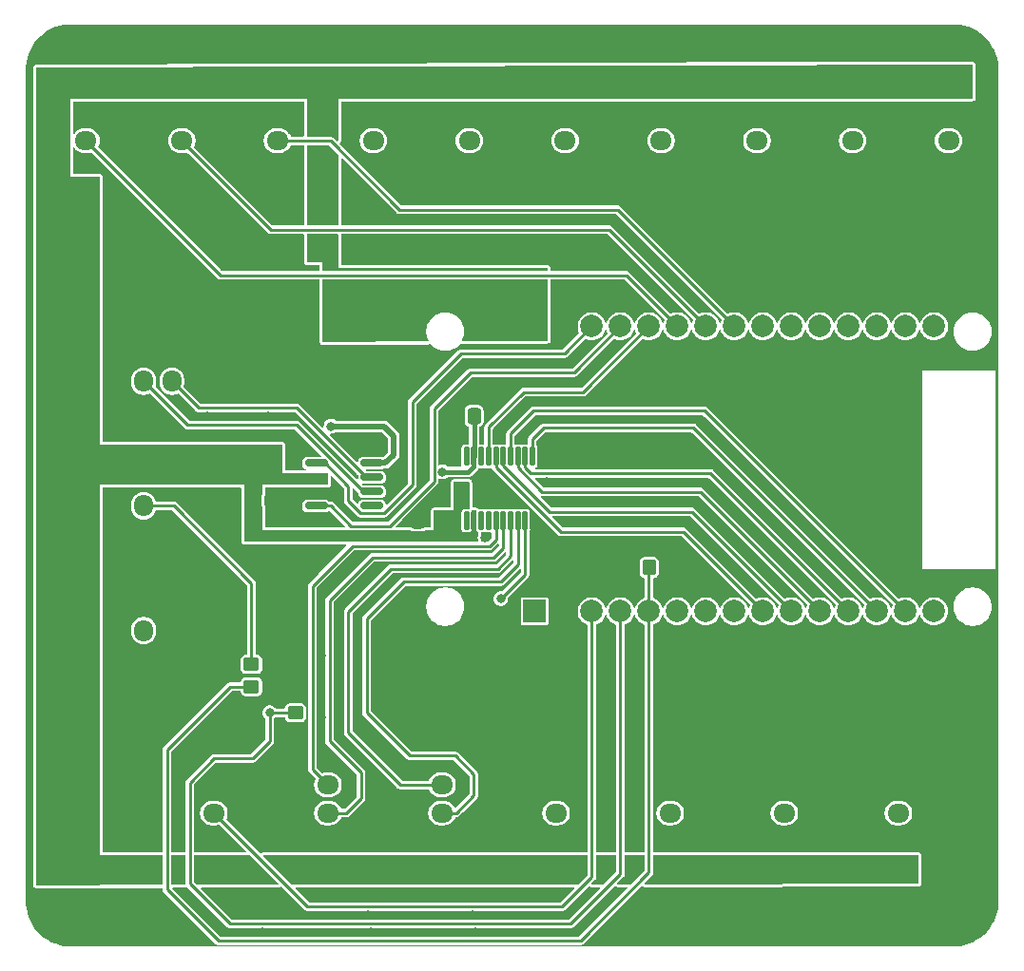
<source format=gbr>
%TF.GenerationSoftware,KiCad,Pcbnew,8.0.4*%
%TF.CreationDate,2024-09-06T13:05:26+08:00*%
%TF.ProjectId,Sensor Board,53656e73-6f72-4204-926f-6172642e6b69,rev?*%
%TF.SameCoordinates,Original*%
%TF.FileFunction,Copper,L2,Bot*%
%TF.FilePolarity,Positive*%
%FSLAX46Y46*%
G04 Gerber Fmt 4.6, Leading zero omitted, Abs format (unit mm)*
G04 Created by KiCad (PCBNEW 8.0.4) date 2024-09-06 13:05:26*
%MOMM*%
%LPD*%
G01*
G04 APERTURE LIST*
G04 Aperture macros list*
%AMRoundRect*
0 Rectangle with rounded corners*
0 $1 Rounding radius*
0 $2 $3 $4 $5 $6 $7 $8 $9 X,Y pos of 4 corners*
0 Add a 4 corners polygon primitive as box body*
4,1,4,$2,$3,$4,$5,$6,$7,$8,$9,$2,$3,0*
0 Add four circle primitives for the rounded corners*
1,1,$1+$1,$2,$3*
1,1,$1+$1,$4,$5*
1,1,$1+$1,$6,$7*
1,1,$1+$1,$8,$9*
0 Add four rect primitives between the rounded corners*
20,1,$1+$1,$2,$3,$4,$5,0*
20,1,$1+$1,$4,$5,$6,$7,0*
20,1,$1+$1,$6,$7,$8,$9,0*
20,1,$1+$1,$8,$9,$2,$3,0*%
G04 Aperture macros list end*
%TA.AperFunction,ComponentPad*%
%ADD10RoundRect,0.250000X0.725000X-0.600000X0.725000X0.600000X-0.725000X0.600000X-0.725000X-0.600000X0*%
%TD*%
%TA.AperFunction,ComponentPad*%
%ADD11O,1.950000X1.700000*%
%TD*%
%TA.AperFunction,ComponentPad*%
%ADD12RoundRect,0.250000X-0.725000X0.600000X-0.725000X-0.600000X0.725000X-0.600000X0.725000X0.600000X0*%
%TD*%
%TA.AperFunction,ComponentPad*%
%ADD13RoundRect,0.250000X-0.600000X-0.725000X0.600000X-0.725000X0.600000X0.725000X-0.600000X0.725000X0*%
%TD*%
%TA.AperFunction,ComponentPad*%
%ADD14O,1.700000X1.950000*%
%TD*%
%TA.AperFunction,ComponentPad*%
%ADD15R,2.000000X2.000000*%
%TD*%
%TA.AperFunction,ComponentPad*%
%ADD16C,2.000000*%
%TD*%
%TA.AperFunction,ComponentPad*%
%ADD17RoundRect,0.250001X1.099999X1.099999X-1.099999X1.099999X-1.099999X-1.099999X1.099999X-1.099999X0*%
%TD*%
%TA.AperFunction,ComponentPad*%
%ADD18C,2.700000*%
%TD*%
%TA.AperFunction,SMDPad,CuDef*%
%ADD19RoundRect,0.250000X-0.475000X0.337500X-0.475000X-0.337500X0.475000X-0.337500X0.475000X0.337500X0*%
%TD*%
%TA.AperFunction,SMDPad,CuDef*%
%ADD20RoundRect,0.250000X-0.450000X0.350000X-0.450000X-0.350000X0.450000X-0.350000X0.450000X0.350000X0*%
%TD*%
%TA.AperFunction,SMDPad,CuDef*%
%ADD21RoundRect,0.250000X-0.337500X-0.475000X0.337500X-0.475000X0.337500X0.475000X-0.337500X0.475000X0*%
%TD*%
%TA.AperFunction,SMDPad,CuDef*%
%ADD22RoundRect,0.150000X-0.825000X-0.150000X0.825000X-0.150000X0.825000X0.150000X-0.825000X0.150000X0*%
%TD*%
%TA.AperFunction,SMDPad,CuDef*%
%ADD23RoundRect,0.250000X0.350000X0.450000X-0.350000X0.450000X-0.350000X-0.450000X0.350000X-0.450000X0*%
%TD*%
%TA.AperFunction,SMDPad,CuDef*%
%ADD24RoundRect,0.020500X-0.184500X0.764500X-0.184500X-0.764500X0.184500X-0.764500X0.184500X0.764500X0*%
%TD*%
%TA.AperFunction,ViaPad*%
%ADD25C,0.800000*%
%TD*%
%TA.AperFunction,Conductor*%
%ADD26C,0.254000*%
%TD*%
%TA.AperFunction,Conductor*%
%ADD27C,0.381000*%
%TD*%
%TA.AperFunction,Conductor*%
%ADD28C,0.508000*%
%TD*%
G04 APERTURE END LIST*
D10*
%TO.P,7,1,Pin_1*%
%TO.N,+5V*%
X143747000Y-133818000D03*
D11*
%TO.P,7,2,Pin_2*%
%TO.N,GND*%
X143747000Y-131318000D03*
%TO.P,7,3,Pin_3*%
%TO.N,7*%
X143747000Y-128818000D03*
%TD*%
D10*
%TO.P,Code_B,1,Pin_1*%
%TO.N,+5V*%
X133587000Y-133818000D03*
D11*
%TO.P,Code_B,2,Pin_2*%
%TO.N,GND*%
X133587000Y-131318000D03*
%TO.P,Code_B,3,Pin_3*%
%TO.N,Code B*%
X133587000Y-128818000D03*
%TD*%
D12*
%TO.P,~RST,1,Pin_1*%
%TO.N,+5V*%
X158369000Y-63921000D03*
D11*
%TO.P,~RST,2,Pin_2*%
%TO.N,GND*%
X158369000Y-66421000D03*
%TO.P,~RST,3,Pin_3*%
%TO.N,~RST*%
X158369000Y-68921000D03*
%TD*%
D13*
%TO.P,CAN,1,Pin_1*%
%TO.N,+5V*%
X81701000Y-90343500D03*
D14*
%TO.P,CAN,2,Pin_2*%
%TO.N,GND*%
X84201000Y-90343500D03*
%TO.P,CAN,3,Pin_3*%
%TO.N,CANH*%
X86701000Y-90343500D03*
%TO.P,CAN,4,Pin_4*%
%TO.N,CANL*%
X89201000Y-90343500D03*
%TD*%
D12*
%TO.P,Temp,1,Pin_1*%
%TO.N,+5V*%
X107156999Y-63921000D03*
D11*
%TO.P,Temp,2,Pin_2*%
%TO.N,GND*%
X107156999Y-66421000D03*
%TO.P,Temp,3,Pin_3*%
%TO.N,Temp*%
X107156999Y-68921000D03*
%TD*%
D12*
%TO.P,Throt_5,1,Pin_1*%
%TO.N,+5V*%
X149833664Y-63921000D03*
D11*
%TO.P,Throt_5,2,Pin_2*%
%TO.N,GND*%
X149833664Y-66421000D03*
%TO.P,Throt_5,3,Pin_3*%
%TO.N,Throttle_5*%
X149833664Y-68921000D03*
%TD*%
D12*
%TO.P,Flow,1,Pin_1*%
%TO.N,+5V*%
X98621666Y-63921000D03*
D11*
%TO.P,Flow,2,Pin_2*%
%TO.N,GND*%
X98621666Y-66421000D03*
%TO.P,Flow,3,Pin_3*%
%TO.N,Flow*%
X98621666Y-68921000D03*
%TD*%
D10*
%TO.P,8,1,Pin_1*%
%TO.N,+5V*%
X153907000Y-133818000D03*
D11*
%TO.P,8,2,Pin_2*%
%TO.N,GND*%
X153907000Y-131318000D03*
%TO.P,8,3,Pin_3*%
%TO.N,8*%
X153907000Y-128818000D03*
%TD*%
D12*
%TO.P,Pilot_2,1,Pin_1*%
%TO.N,+5V*%
X124227665Y-63921000D03*
D11*
%TO.P,Pilot_2,2,Pin_2*%
%TO.N,GND*%
X124227665Y-66421000D03*
%TO.P,Pilot_2,3,Pin_3*%
%TO.N,Pitot_2*%
X124227665Y-68921000D03*
%TD*%
D10*
%TO.P,B8,1,Pin_1*%
%TO.N,+5V*%
X123427000Y-133818000D03*
D11*
%TO.P,B8,2,Pin_2*%
%TO.N,GND*%
X123427000Y-131318000D03*
%TO.P,B8,3,Pin_3*%
%TO.N,B8*%
X123427000Y-128818000D03*
%TD*%
D12*
%TO.P,Current,1,Pin_1*%
%TO.N,+5V*%
X132762998Y-63921000D03*
D11*
%TO.P,Current,2,Pin_2*%
%TO.N,GND*%
X132762998Y-66421000D03*
%TO.P,Current,3,Pin_3*%
%TO.N,Current*%
X132762998Y-68921000D03*
%TD*%
D12*
%TO.P,Strain_2,1,Pin_1*%
%TO.N,+5V*%
X90086333Y-63921000D03*
D11*
%TO.P,Strain_2,2,Pin_2*%
%TO.N,GND*%
X90086333Y-66421000D03*
%TO.P,Strain_2,3,Pin_3*%
%TO.N,Strain_2*%
X90086333Y-68921000D03*
%TD*%
D10*
%TO.P,GYRD_RAW,1,Pin_1*%
%TO.N,+5V*%
X113267000Y-133818000D03*
D11*
%TO.P,GYRD_RAW,2,Pin_2*%
%TO.N,GND*%
X113267000Y-131318000D03*
%TO.P,GYRD_RAW,3,Pin_3*%
%TO.N,GYRO_SDA_RAW*%
X113267000Y-128818000D03*
%TO.P,GYRD_RAW,4,Pin_4*%
%TO.N,GYRO_SCL_RAW*%
X113267000Y-126318000D03*
%TD*%
D10*
%TO.P,AT,1,Pin_1*%
%TO.N,+5V*%
X103107000Y-133818000D03*
D11*
%TO.P,AT,2,Pin_2*%
%TO.N,GND*%
X103107000Y-131318000D03*
%TO.P,AT,3,Pin_3*%
%TO.N,AT_RX*%
X103107000Y-128818000D03*
%TO.P,AT,4,Pin_4*%
%TO.N,AT_TX*%
X103107000Y-126318000D03*
%TD*%
D15*
%TO.P,U1,1,3V3*%
%TO.N,+3.3V*%
X121518000Y-110852500D03*
D16*
%TO.P,U1,2,GND*%
%TO.N,GND*%
X124058000Y-110852500D03*
%TO.P,U1,3,D15*%
%TO.N,Code A*%
X126598000Y-110852500D03*
%TO.P,U1,4,D2*%
%TO.N,Brake-1-S*%
X129138000Y-110852500D03*
%TO.P,U1,5,D4*%
%TO.N,Brake-2-S*%
X131678000Y-110852500D03*
%TO.P,U1,6,RX2*%
%TO.N,Code B*%
X134218000Y-110852500D03*
%TO.P,U1,7,TX2*%
%TO.N,7*%
X136758000Y-110852500D03*
%TO.P,U1,8,D5*%
%TO.N,8*%
X139298000Y-110852500D03*
%TO.P,U1,9,D18*%
%TO.N,TX*%
X141838000Y-110852500D03*
%TO.P,U1,10,D19*%
%TO.N,RX*%
X144378000Y-110852500D03*
%TO.P,U1,11,D21*%
%TO.N,GYRO_SDA*%
X146918000Y-110852500D03*
%TO.P,U1,12,RX0*%
%TO.N,A8*%
X149458000Y-110852500D03*
%TO.P,U1,13,TX0*%
%TO.N,OE*%
X151998000Y-110852500D03*
%TO.P,U1,14,D22*%
%TO.N,GYRO_SCL*%
X154538000Y-110852500D03*
%TO.P,U1,15,D23*%
%TO.N,Status*%
X157078000Y-110852500D03*
%TO.P,U1,16,EN*%
%TO.N,~RST*%
X157078000Y-85452500D03*
%TO.P,U1,17,VP*%
%TO.N,Throttle_5_S*%
X154538000Y-85452500D03*
%TO.P,U1,18,VN*%
%TO.N,Throttle_3.3*%
X151998000Y-85452500D03*
%TO.P,U1,19,D34*%
%TO.N,Current*%
X149458000Y-85452500D03*
%TO.P,U1,20,D35*%
%TO.N,Pitot_2*%
X146918000Y-85452500D03*
%TO.P,U1,21,D32*%
%TO.N,Pitot_1*%
X144378000Y-85452500D03*
%TO.P,U1,22,D33*%
%TO.N,Temp*%
X141838000Y-85452500D03*
%TO.P,U1,23,D25*%
%TO.N,Flow*%
X139298000Y-85452500D03*
%TO.P,U1,24,D26*%
%TO.N,Strain_2*%
X136758000Y-85452500D03*
%TO.P,U1,25,D27*%
%TO.N,Strain_1*%
X134218000Y-85452500D03*
%TO.P,U1,26,D14*%
%TO.N,SCK*%
X131678000Y-85452500D03*
%TO.P,U1,27,D12*%
%TO.N,CAN_TX*%
X129138000Y-85452500D03*
%TO.P,U1,28,D13*%
%TO.N,CAN_RX*%
X126598000Y-85452500D03*
%TO.P,U1,29,GND*%
%TO.N,GND*%
X124058000Y-85452500D03*
%TO.P,U1,30,VIN*%
%TO.N,+5V*%
X121518000Y-85452500D03*
%TD*%
D13*
%TO.P,Brake_1,1,Pin_1*%
%TO.N,+5V*%
X81701000Y-112568500D03*
D14*
%TO.P,Brake_1,2,Pin_2*%
%TO.N,GND*%
X84201000Y-112568500D03*
%TO.P,Brake_1,3,Pin_3*%
%TO.N,Brake-1*%
X86701000Y-112568500D03*
%TD*%
D12*
%TO.P,Throt_3.3,1,Pin_1*%
%TO.N,+5V*%
X141298331Y-63921000D03*
D11*
%TO.P,Throt_3.3,2,Pin_2*%
%TO.N,GND*%
X141298331Y-66421000D03*
%TO.P,Throt_3.3,3,Pin_3*%
%TO.N,Throttle_3.3*%
X141298331Y-68921000D03*
%TD*%
D12*
%TO.P,Strain_1,1,Pin_1*%
%TO.N,+5V*%
X81551000Y-63921000D03*
D11*
%TO.P,Strain_1,2,Pin_2*%
%TO.N,GND*%
X81551000Y-66421000D03*
%TO.P,Strain_1,3,Pin_3*%
%TO.N,Strain_1*%
X81551000Y-68921000D03*
%TD*%
D12*
%TO.P,Pilot_1,1,Pin_1*%
%TO.N,+5V*%
X115692332Y-63921000D03*
D11*
%TO.P,Pilot_1,2,Pin_2*%
%TO.N,GND*%
X115692332Y-66421000D03*
%TO.P,Pilot_1,3,Pin_3*%
%TO.N,Pitot_1*%
X115692332Y-68921000D03*
%TD*%
D10*
%TO.P,Code_A,1,Pin_1*%
%TO.N,+5V*%
X92947000Y-133818000D03*
D11*
%TO.P,Code_A,2,Pin_2*%
%TO.N,GND*%
X92947000Y-131318000D03*
%TO.P,Code_A,3,Pin_3*%
%TO.N,Code A*%
X92947000Y-128818000D03*
%TD*%
D13*
%TO.P,Brake_2,1,Pin_1*%
%TO.N,+5V*%
X81701000Y-101456000D03*
D14*
%TO.P,Brake_2,2,Pin_2*%
%TO.N,GND*%
X84201000Y-101456000D03*
%TO.P,Brake_2,3,Pin_3*%
%TO.N,Brake-2*%
X86701000Y-101456000D03*
%TD*%
D17*
%TO.P,Power,1,Pin_1*%
%TO.N,GND*%
X84942500Y-80179000D03*
D18*
%TO.P,Power,2,Pin_2*%
%TO.N,+5V*%
X80982500Y-80179000D03*
%TD*%
D19*
%TO.P,C2,1*%
%TO.N,+5V*%
X98188000Y-98893500D03*
%TO.P,C2,2*%
%TO.N,GND*%
X98188000Y-100968500D03*
%TD*%
D20*
%TO.P,R8,1*%
%TO.N,Brake-2*%
X96283000Y-115568000D03*
%TO.P,R8,2*%
%TO.N,Brake-2-S*%
X96283000Y-117568000D03*
%TD*%
D21*
%TO.P,C5,1*%
%TO.N,GND*%
X114041500Y-93454000D03*
%TO.P,C5,2*%
%TO.N,+3.3V*%
X116116500Y-93454000D03*
%TD*%
D22*
%TO.P,U3,1,TXD*%
%TO.N,CAN_TX*%
X102063000Y-101455000D03*
%TO.P,U3,2,GND*%
%TO.N,GND*%
X102063000Y-100185000D03*
%TO.P,U3,3,VCC*%
%TO.N,+5V*%
X102063000Y-98915000D03*
%TO.P,U3,4,RXD*%
%TO.N,CAN_RX*%
X102063000Y-97645000D03*
%TO.P,U3,5,VIO*%
%TO.N,+3.3V*%
X107013000Y-97645000D03*
%TO.P,U3,6,CANL*%
%TO.N,CANL*%
X107013000Y-98915000D03*
%TO.P,U3,7,CANH*%
%TO.N,CANH*%
X107013000Y-100185000D03*
%TO.P,U3,8,S*%
%TO.N,unconnected-(U3-S-Pad8)*%
X107013000Y-101455000D03*
%TD*%
D20*
%TO.P,R7,1*%
%TO.N,Brake-1-S*%
X100220000Y-119902000D03*
%TO.P,R7,2*%
%TO.N,GND*%
X100220000Y-121902000D03*
%TD*%
D23*
%TO.P,R9,1*%
%TO.N,Brake-2-S*%
X131699000Y-106934000D03*
%TO.P,R9,2*%
%TO.N,GND*%
X129699000Y-106934000D03*
%TD*%
D21*
%TO.P,C4,1*%
%TO.N,GND*%
X111103500Y-102743000D03*
%TO.P,C4,2*%
%TO.N,+5V*%
X113178500Y-102743000D03*
%TD*%
%TO.P,C3,1*%
%TO.N,+5V*%
X81893500Y-84709000D03*
%TO.P,C3,2*%
%TO.N,GND*%
X83968500Y-84709000D03*
%TD*%
D24*
%TO.P,U2,1,A1*%
%TO.N,unconnected-(U2-A1-Pad1)*%
X115456000Y-97034500D03*
%TO.P,U2,2,VCCA*%
%TO.N,+3.3V*%
X116106000Y-97034500D03*
%TO.P,U2,3,A2*%
%TO.N,unconnected-(U2-A2-Pad3)*%
X116756000Y-97034500D03*
%TO.P,U2,4,A3*%
%TO.N,SCK*%
X117406000Y-97034500D03*
%TO.P,U2,5,A4*%
%TO.N,TX*%
X118056000Y-97034500D03*
%TO.P,U2,6,A5*%
%TO.N,RX*%
X118706000Y-97034500D03*
%TO.P,U2,7,A6*%
%TO.N,GYRO_SCL*%
X119356000Y-97034500D03*
%TO.P,U2,8,A7*%
%TO.N,GYRO_SDA*%
X120006000Y-97034500D03*
%TO.P,U2,9,A8*%
%TO.N,A8*%
X120656000Y-97034500D03*
%TO.P,U2,10,OE*%
%TO.N,OE*%
X121306000Y-97034500D03*
%TO.P,U2,11,GND*%
%TO.N,GND*%
X121306000Y-102774500D03*
%TO.P,U2,12,B8*%
%TO.N,B8*%
X120656000Y-102774500D03*
%TO.P,U2,13,B7*%
%TO.N,GYRO_SDA_RAW*%
X120006000Y-102774500D03*
%TO.P,U2,14,B6*%
%TO.N,GYRO_SCL_RAW*%
X119356000Y-102774500D03*
%TO.P,U2,15,B5*%
%TO.N,AT_RX*%
X118706000Y-102774500D03*
%TO.P,U2,16,B4*%
%TO.N,AT_TX*%
X118056000Y-102774500D03*
%TO.P,U2,17,B3*%
%TO.N,unconnected-(U2-B3-Pad17)*%
X117406000Y-102774500D03*
%TO.P,U2,18,B2*%
%TO.N,unconnected-(U2-B2-Pad18)*%
X116756000Y-102774500D03*
%TO.P,U2,19,VCCB*%
%TO.N,+5V*%
X116106000Y-102774500D03*
%TO.P,U2,20,B1*%
%TO.N,unconnected-(U2-B1-Pad20)*%
X115456000Y-102774500D03*
%TD*%
D25*
%TO.N,Brake-1-S*%
X97917000Y-119888000D03*
%TO.N,GND*%
X106934000Y-139446000D03*
X117348000Y-109093000D03*
X91059000Y-90805000D03*
X111506000Y-96647000D03*
X125095000Y-92075000D03*
X140462000Y-113284000D03*
X133223000Y-75565000D03*
X104140000Y-114808000D03*
X102489000Y-120269000D03*
X125603000Y-122428000D03*
X119634000Y-101092000D03*
X111633000Y-98552000D03*
X106680000Y-137922000D03*
X125222000Y-139319000D03*
X155829000Y-82931000D03*
X130429000Y-122428000D03*
X92837000Y-136017000D03*
X108458000Y-120142000D03*
X123825000Y-73914000D03*
X125857000Y-87503000D03*
X97790000Y-91694000D03*
X90424000Y-136017000D03*
X130429000Y-131699000D03*
X143129000Y-113284000D03*
X127762000Y-77851000D03*
X143256000Y-83058000D03*
X139446000Y-97028000D03*
X119634000Y-109855000D03*
X155067000Y-116713000D03*
X108966000Y-93472000D03*
X97917000Y-79883000D03*
X118872000Y-135890000D03*
X97790000Y-93472000D03*
X144780000Y-117856000D03*
X133096000Y-83058000D03*
X152527000Y-83058000D03*
X140716000Y-83058000D03*
X107061000Y-125349000D03*
X102997000Y-102743000D03*
X123190000Y-101092000D03*
X90678000Y-122809000D03*
X107569000Y-106934000D03*
X135128000Y-102997000D03*
X146304000Y-108966000D03*
X114173000Y-96012000D03*
X121666000Y-108077000D03*
X135636000Y-75438000D03*
X141224000Y-108966000D03*
X90424000Y-120396000D03*
X100711000Y-124968000D03*
X142748000Y-120396000D03*
X109728000Y-109982000D03*
X127762000Y-113284000D03*
X103759000Y-100330000D03*
X88646000Y-95123000D03*
X104902000Y-71628000D03*
X157353000Y-76835000D03*
X104140000Y-110363000D03*
X135763000Y-101092000D03*
X101346000Y-96520000D03*
X124333000Y-137922000D03*
X115062000Y-126238000D03*
X112522000Y-88265000D03*
X134239000Y-104648000D03*
X87757000Y-131699000D03*
X145796000Y-83058000D03*
X132969000Y-113284000D03*
X153924000Y-77343000D03*
X116205000Y-139446000D03*
X138176000Y-83058000D03*
X101854000Y-81788000D03*
X122555000Y-99314000D03*
X97790000Y-77851000D03*
X135763000Y-83058000D03*
X97282000Y-139446000D03*
X102489000Y-114808000D03*
X94996000Y-95123000D03*
X130429000Y-113284000D03*
X104902000Y-77851000D03*
X87249000Y-92202000D03*
X102616000Y-109347000D03*
X128524000Y-87376000D03*
X132969000Y-122428000D03*
X112141000Y-100965000D03*
X125984000Y-70104000D03*
X105537000Y-96520000D03*
X138049000Y-109093000D03*
X111252000Y-73914000D03*
X136652000Y-99441000D03*
X148844000Y-108966000D03*
X89154000Y-75057000D03*
X108839000Y-99441000D03*
X118364000Y-95123000D03*
X97028000Y-137922000D03*
X115951000Y-137922000D03*
X151384000Y-108966000D03*
X103251000Y-105537000D03*
X89789000Y-131699000D03*
X118872000Y-72136000D03*
X104140000Y-120269000D03*
X138176000Y-75438000D03*
X92329000Y-93472000D03*
X105791000Y-105918000D03*
X94742000Y-118618000D03*
X128016000Y-131699000D03*
X124206000Y-102870000D03*
X143764000Y-108966000D03*
X100711000Y-117221000D03*
X117094000Y-104267000D03*
X128524000Y-75946000D03*
X115062000Y-75946000D03*
X149225000Y-79375000D03*
X140716000Y-75438000D03*
X148336000Y-83058000D03*
X127889000Y-122428000D03*
X117094000Y-124206000D03*
X120396000Y-95250000D03*
X98806000Y-102616000D03*
X112268000Y-91821000D03*
X108839000Y-108077000D03*
X135636000Y-122428000D03*
X122682000Y-97028000D03*
X105918000Y-120650000D03*
X119888000Y-90551000D03*
X100457000Y-75692000D03*
X138049000Y-98044000D03*
X136271000Y-113284000D03*
X115316000Y-77851000D03*
X105791000Y-111125000D03*
X87757000Y-136144000D03*
%TO.N,+3.3V*%
X113284000Y-98425000D03*
X103378000Y-94361000D03*
%TO.N,B8*%
X118491000Y-109728000D03*
%TO.N,+5V*%
X114681000Y-104140000D03*
X110998000Y-104140000D03*
X102616000Y-69977000D03*
X127889000Y-133858000D03*
X89090500Y-97282000D03*
X102616000Y-75438000D03*
X103124000Y-77851000D03*
X85883750Y-97282000D03*
X102616000Y-72644000D03*
X106934000Y-104140000D03*
X87757000Y-133858000D03*
X92297250Y-97282000D03*
X102743000Y-104140000D03*
X95504000Y-97282000D03*
X130429000Y-133858000D03*
X89789000Y-133858000D03*
X82677000Y-97282000D03*
%TD*%
D26*
%TO.N,GYRO_SDA*%
X136268500Y-100203000D02*
X146918000Y-110852500D01*
X120006000Y-97034500D02*
X120006000Y-98035001D01*
X120006000Y-98035001D02*
X122173999Y-100203000D01*
X122173999Y-100203000D02*
X136268500Y-100203000D01*
%TO.N,GYRO_SCL*%
X136649500Y-92964000D02*
X154538000Y-110852500D01*
X121412000Y-92964000D02*
X136649500Y-92964000D01*
X119356000Y-95020000D02*
X121412000Y-92964000D01*
X119356000Y-97034500D02*
X119356000Y-95020000D01*
%TO.N,Flow*%
X98621666Y-68921000D02*
X103338000Y-68921000D01*
X109474000Y-75057000D02*
X128902500Y-75057000D01*
X128902500Y-75057000D02*
X139298000Y-85452500D01*
X103338000Y-68921000D02*
X109474000Y-75057000D01*
%TO.N,Brake-2*%
X89391000Y-101456000D02*
X86701000Y-101456000D01*
X89391000Y-101456000D02*
X96283000Y-108348000D01*
X96283000Y-108348000D02*
X96283000Y-115568000D01*
%TO.N,Brake-1-S*%
X129138000Y-134260000D02*
X129138000Y-110852500D01*
X90805000Y-126111000D02*
X92964000Y-123952000D01*
X124714000Y-138684000D02*
X129138000Y-134260000D01*
X97917000Y-119888000D02*
X100206000Y-119888000D01*
X94361000Y-138684000D02*
X90805000Y-135128000D01*
X90805000Y-135128000D02*
X90805000Y-126111000D01*
X100206000Y-119888000D02*
X100220000Y-119902000D01*
X97917000Y-122428000D02*
X97917000Y-119888000D01*
X96393000Y-123952000D02*
X97917000Y-122428000D01*
X124714000Y-138684000D02*
X94361000Y-138684000D01*
X92964000Y-123952000D02*
X96393000Y-123952000D01*
%TO.N,Strain_2*%
X90086333Y-68921000D02*
X98000333Y-76835000D01*
X98000333Y-76835000D02*
X128140500Y-76835000D01*
X128140500Y-76835000D02*
X136758000Y-85452500D01*
%TO.N,Strain_1*%
X81551000Y-68921000D02*
X93529000Y-80899000D01*
X93529000Y-80899000D02*
X129664500Y-80899000D01*
X129664500Y-80899000D02*
X134218000Y-85452500D01*
%TO.N,SCK*%
X117406000Y-94430000D02*
X120523000Y-91313000D01*
X125817500Y-91313000D02*
X131678000Y-85452500D01*
X120523000Y-91313000D02*
X125817500Y-91313000D01*
X117406000Y-97034500D02*
X117406000Y-94430000D01*
%TO.N,CANH*%
X100305736Y-94234000D02*
X90591500Y-94234000D01*
X106256736Y-100185000D02*
X100305736Y-94234000D01*
X107013000Y-100185000D02*
X106256736Y-100185000D01*
X90591500Y-94234000D02*
X86701000Y-90343500D01*
%TO.N,A8*%
X120656000Y-97034500D02*
X120656000Y-98042948D01*
X120656000Y-98042948D02*
X121165052Y-98552000D01*
X121165052Y-98552000D02*
X137157500Y-98552000D01*
X137157500Y-98552000D02*
X149458000Y-110852500D01*
D27*
%TO.N,+3.3V*%
X116116500Y-93454000D02*
X116116500Y-97024000D01*
D26*
X107031000Y-97663000D02*
X107013000Y-97645000D01*
D27*
X116106000Y-97915312D02*
X115596312Y-98425000D01*
D28*
X108225000Y-97645000D02*
X107013000Y-97645000D01*
X108970000Y-95240000D02*
X108970000Y-96900000D01*
D27*
X116106000Y-97034500D02*
X116106000Y-97915312D01*
D28*
X108970000Y-96900000D02*
X108225000Y-97645000D01*
D27*
X116116500Y-97024000D02*
X116106000Y-97034500D01*
D28*
X103378000Y-94361000D02*
X108091000Y-94361000D01*
D27*
X115596312Y-98425000D02*
X113284000Y-98425000D01*
D28*
X108091000Y-94361000D02*
X108970000Y-95240000D01*
D26*
%TO.N,OE*%
X121306000Y-95483000D02*
X122301000Y-94488000D01*
X135633500Y-94488000D02*
X151998000Y-110852500D01*
X121306000Y-97034500D02*
X121306000Y-95483000D01*
X122301000Y-94488000D02*
X135633500Y-94488000D01*
%TO.N,B8*%
X118491000Y-109728000D02*
X120656000Y-107563000D01*
X120656000Y-107563000D02*
X120656000Y-102774500D01*
%TO.N,Code A*%
X101266000Y-137160000D02*
X123952000Y-137160000D01*
X123952000Y-137160000D02*
X126598000Y-134514000D01*
X126598000Y-134514000D02*
X126598000Y-110852500D01*
X92964000Y-128858000D02*
X101266000Y-137160000D01*
%TO.N,AT_TX*%
X105283000Y-105029000D02*
X101727000Y-108585000D01*
X118056000Y-104448000D02*
X117475000Y-105029000D01*
X118056000Y-102774500D02*
X118056000Y-104448000D01*
X101727000Y-108585000D02*
X101727000Y-124938000D01*
X117475000Y-105029000D02*
X105283000Y-105029000D01*
X101727000Y-124938000D02*
X103107000Y-126318000D01*
%TO.N,AT_RX*%
X117856000Y-106045000D02*
X107061000Y-106045000D01*
X103251000Y-122428000D02*
X106045000Y-125222000D01*
X106045000Y-127508000D02*
X104735000Y-128818000D01*
X106045000Y-125222000D02*
X106045000Y-127508000D01*
X107061000Y-106045000D02*
X103251000Y-109855000D01*
X118706000Y-102774500D02*
X118706000Y-105195000D01*
X103251000Y-109855000D02*
X103251000Y-122428000D01*
X118706000Y-105195000D02*
X117856000Y-106045000D01*
X104735000Y-128818000D02*
X103107000Y-128818000D01*
%TO.N,Brake-2-S*%
X131678000Y-134133000D02*
X131678000Y-110852500D01*
X131678000Y-110852500D02*
X131678000Y-106955000D01*
X94395000Y-117568000D02*
X88773000Y-123190000D01*
X93345000Y-140208000D02*
X125603000Y-140208000D01*
X88773000Y-135636000D02*
X93345000Y-140208000D01*
X96283000Y-117568000D02*
X94395000Y-117568000D01*
X125603000Y-140208000D02*
X131678000Y-134133000D01*
X88773000Y-123190000D02*
X88773000Y-135636000D01*
X131678000Y-106955000D02*
X131699000Y-106934000D01*
%TO.N,CANL*%
X106535000Y-98915000D02*
X100330000Y-92710000D01*
X107013000Y-98915000D02*
X106535000Y-98915000D01*
X100330000Y-92710000D02*
X91567500Y-92710000D01*
X91567500Y-92710000D02*
X89201000Y-90343500D01*
%TO.N,TX*%
X134744500Y-103759000D02*
X141838000Y-110852500D01*
X118056000Y-97997052D02*
X123817948Y-103759000D01*
X118056000Y-97034500D02*
X118056000Y-97997052D01*
X123817948Y-103759000D02*
X134744500Y-103759000D01*
%TO.N,RX*%
X135509000Y-101981000D02*
X144378000Y-110850000D01*
X122809000Y-101981000D02*
X135509000Y-101981000D01*
X118706000Y-97034500D02*
X118706000Y-97878000D01*
X118706000Y-97878000D02*
X122809000Y-101981000D01*
X144378000Y-110850000D02*
X144378000Y-110852500D01*
%TO.N,GYRO_SCL_RAW*%
X104902000Y-110871000D02*
X104902000Y-121666000D01*
X119356000Y-102774500D02*
X119356000Y-105942000D01*
X108712000Y-107061000D02*
X104902000Y-110871000D01*
X104902000Y-121666000D02*
X109554000Y-126318000D01*
X118237000Y-107061000D02*
X108712000Y-107061000D01*
X119356000Y-105942000D02*
X118237000Y-107061000D01*
X109554000Y-126318000D02*
X113267000Y-126318000D01*
%TO.N,GYRO_SDA_RAW*%
X120006000Y-102774500D02*
X120006000Y-106689000D01*
X109855000Y-108204000D02*
X106553000Y-111506000D01*
X116078000Y-125349000D02*
X116078000Y-127254000D01*
X106553000Y-119888000D02*
X110363000Y-123698000D01*
X118491000Y-108204000D02*
X109855000Y-108204000D01*
X110363000Y-123698000D02*
X114427000Y-123698000D01*
X106553000Y-111506000D02*
X106553000Y-119888000D01*
X116078000Y-127254000D02*
X114514000Y-128818000D01*
X120006000Y-106689000D02*
X118491000Y-108204000D01*
X114514000Y-128818000D02*
X113267000Y-128818000D01*
X114427000Y-123698000D02*
X116078000Y-125349000D01*
%TO.N,CAN_RX*%
X110617000Y-92202000D02*
X114935000Y-87884000D01*
X124166500Y-87884000D02*
X126598000Y-85452500D01*
X104902000Y-99695000D02*
X104902000Y-100997736D01*
X102063000Y-97645000D02*
X102852000Y-97645000D01*
X106012264Y-102108000D02*
X108077000Y-102108000D01*
X108077000Y-102108000D02*
X110617000Y-99568000D01*
X110617000Y-99568000D02*
X110617000Y-92202000D01*
X104902000Y-100997736D02*
X106012264Y-102108000D01*
X114935000Y-87884000D02*
X124166500Y-87884000D01*
X102852000Y-97645000D02*
X104902000Y-99695000D01*
%TO.N,CAN_TX*%
X112557000Y-92802000D02*
X115770000Y-89589000D01*
X103360000Y-101455000D02*
X105156000Y-103251000D01*
X105156000Y-103251000D02*
X108585000Y-103251000D01*
X125001500Y-89589000D02*
X129138000Y-85452500D01*
X115770000Y-89589000D02*
X125001500Y-89589000D01*
X102063000Y-101455000D02*
X103360000Y-101455000D01*
X112557000Y-99279000D02*
X112557000Y-92802000D01*
X108585000Y-103251000D02*
X112557000Y-99279000D01*
%TD*%
%TA.AperFunction,Conductor*%
%TO.N,GND*%
G36*
X128684155Y-135334230D02*
G01*
X128684697Y-135333417D01*
X128688803Y-135336151D01*
X128689381Y-135336390D01*
X128689817Y-135336825D01*
X128689820Y-135336828D01*
X128766074Y-135387600D01*
X128774097Y-135392942D01*
X128774102Y-135392945D01*
X128783071Y-135396643D01*
X128818324Y-135411178D01*
X128917659Y-135430770D01*
X129690968Y-135429519D01*
X129735191Y-135447753D01*
X129753568Y-135491918D01*
X129735334Y-135536142D01*
X129735262Y-135536213D01*
X125463283Y-139808194D01*
X125419089Y-139826500D01*
X93528910Y-139826500D01*
X93484716Y-139808194D01*
X89277954Y-135601431D01*
X89259648Y-135557237D01*
X89277954Y-135513043D01*
X89322046Y-135494737D01*
X90361520Y-135493058D01*
X90361525Y-135493057D01*
X90361526Y-135493057D01*
X90408863Y-135483581D01*
X90460603Y-135473224D01*
X90504696Y-135454918D01*
X90514592Y-135448299D01*
X90561500Y-135438944D01*
X90593532Y-135456055D01*
X94053536Y-138916058D01*
X94053541Y-138916064D01*
X94055723Y-138918246D01*
X94055724Y-138918247D01*
X94126753Y-138989276D01*
X94213746Y-139039501D01*
X94256526Y-139050964D01*
X94310770Y-139065499D01*
X94310773Y-139065499D01*
X94310775Y-139065500D01*
X94310776Y-139065500D01*
X124764224Y-139065500D01*
X124764225Y-139065500D01*
X124861254Y-139039501D01*
X124948247Y-138989276D01*
X125019276Y-138918247D01*
X125019277Y-138918246D01*
X128601063Y-135336458D01*
X128645256Y-135318153D01*
X128684155Y-135334230D01*
G37*
%TD.AperFunction*%
%TA.AperFunction,Conductor*%
G36*
X126394456Y-135337929D02*
G01*
X126394998Y-135337116D01*
X126399104Y-135339850D01*
X126399682Y-135340089D01*
X126400118Y-135340524D01*
X126400121Y-135340527D01*
X126484401Y-135396643D01*
X126528625Y-135414877D01*
X126627960Y-135434469D01*
X127274063Y-135433424D01*
X127318286Y-135451658D01*
X127336663Y-135495823D01*
X127318429Y-135540047D01*
X127318357Y-135540118D01*
X124574283Y-138284194D01*
X124530089Y-138302500D01*
X94544910Y-138302500D01*
X94500716Y-138284194D01*
X91813856Y-135597334D01*
X91795550Y-135553140D01*
X91813856Y-135508946D01*
X91857947Y-135490640D01*
X98636299Y-135479690D01*
X98636304Y-135479689D01*
X98636305Y-135479689D01*
X98669426Y-135473058D01*
X98735382Y-135459856D01*
X98779475Y-135441550D01*
X98860145Y-135387600D01*
X98868577Y-135381961D01*
X98869260Y-135382982D01*
X98907647Y-135367072D01*
X98951845Y-135385368D01*
X100960724Y-137394247D01*
X101031753Y-137465276D01*
X101118746Y-137515501D01*
X101161526Y-137526964D01*
X101215770Y-137541499D01*
X101215773Y-137541499D01*
X101215775Y-137541500D01*
X101215776Y-137541500D01*
X124002224Y-137541500D01*
X124002225Y-137541500D01*
X124099254Y-137515501D01*
X124186247Y-137465276D01*
X124257276Y-137394247D01*
X126311364Y-135340157D01*
X126355557Y-135321852D01*
X126394456Y-135337929D01*
G37*
%TD.AperFunction*%
%TA.AperFunction,Conductor*%
G36*
X125028587Y-135455357D02*
G01*
X125046964Y-135499522D01*
X125028730Y-135543746D01*
X125028658Y-135543817D01*
X123812283Y-136760194D01*
X123768089Y-136778500D01*
X101449911Y-136778500D01*
X101405717Y-136760194D01*
X100229262Y-135583739D01*
X100210956Y-135539545D01*
X100229262Y-135495351D01*
X100273353Y-135477045D01*
X124984363Y-135437123D01*
X125028587Y-135455357D01*
G37*
%TD.AperFunction*%
%TA.AperFunction,Conductor*%
G36*
X117108374Y-98056020D02*
G01*
X117108512Y-98055689D01*
X117114200Y-98058045D01*
X117194412Y-98074000D01*
X117617588Y-98074000D01*
X117621001Y-98073321D01*
X117667918Y-98082650D01*
X117693568Y-98118441D01*
X117700498Y-98144305D01*
X117730632Y-98196498D01*
X117732365Y-98199500D01*
X117750724Y-98231299D01*
X123512672Y-103993247D01*
X123583701Y-104064276D01*
X123670694Y-104114501D01*
X123713474Y-104125964D01*
X123767718Y-104140499D01*
X123767721Y-104140499D01*
X123767723Y-104140500D01*
X134560589Y-104140500D01*
X134604783Y-104158806D01*
X140691483Y-110245506D01*
X140709789Y-110289700D01*
X140703933Y-110316113D01*
X140654653Y-110421793D01*
X140628370Y-110519883D01*
X140599250Y-110557833D01*
X140551823Y-110564076D01*
X140513873Y-110534956D01*
X140507630Y-110519883D01*
X140481349Y-110421804D01*
X140481348Y-110421802D01*
X140481347Y-110421797D01*
X140413571Y-110276450D01*
X140388581Y-110222857D01*
X140388579Y-110222855D01*
X140388579Y-110222854D01*
X140262674Y-110043043D01*
X140262673Y-110043041D01*
X140107458Y-109887826D01*
X139988841Y-109804770D01*
X139927646Y-109761921D01*
X139927644Y-109761920D01*
X139927642Y-109761918D01*
X139728708Y-109669155D01*
X139728695Y-109669150D01*
X139516681Y-109612340D01*
X139516675Y-109612339D01*
X139298002Y-109593208D01*
X139297998Y-109593208D01*
X139079324Y-109612339D01*
X139079318Y-109612340D01*
X138867304Y-109669150D01*
X138867291Y-109669155D01*
X138668357Y-109761918D01*
X138668355Y-109761920D01*
X138488541Y-109887826D01*
X138333326Y-110043041D01*
X138207420Y-110222855D01*
X138207418Y-110222857D01*
X138114655Y-110421791D01*
X138114650Y-110421804D01*
X138088370Y-110519883D01*
X138059250Y-110557833D01*
X138011823Y-110564076D01*
X137973873Y-110534956D01*
X137967630Y-110519883D01*
X137941349Y-110421804D01*
X137941348Y-110421802D01*
X137941347Y-110421797D01*
X137873571Y-110276450D01*
X137848581Y-110222857D01*
X137848579Y-110222855D01*
X137848579Y-110222854D01*
X137722674Y-110043043D01*
X137722673Y-110043041D01*
X137567458Y-109887826D01*
X137448841Y-109804770D01*
X137387646Y-109761921D01*
X137387644Y-109761920D01*
X137387642Y-109761918D01*
X137188708Y-109669155D01*
X137188695Y-109669150D01*
X136976681Y-109612340D01*
X136976675Y-109612339D01*
X136758002Y-109593208D01*
X136757998Y-109593208D01*
X136539324Y-109612339D01*
X136539318Y-109612340D01*
X136327304Y-109669150D01*
X136327291Y-109669155D01*
X136128357Y-109761918D01*
X136128355Y-109761920D01*
X135948541Y-109887826D01*
X135793326Y-110043041D01*
X135667420Y-110222855D01*
X135667418Y-110222857D01*
X135574655Y-110421791D01*
X135574650Y-110421804D01*
X135548370Y-110519883D01*
X135519250Y-110557833D01*
X135471823Y-110564076D01*
X135433873Y-110534956D01*
X135427630Y-110519883D01*
X135401349Y-110421804D01*
X135401348Y-110421802D01*
X135401347Y-110421797D01*
X135333571Y-110276450D01*
X135308581Y-110222857D01*
X135308579Y-110222855D01*
X135308579Y-110222854D01*
X135182674Y-110043043D01*
X135182673Y-110043041D01*
X135027458Y-109887826D01*
X134908841Y-109804770D01*
X134847646Y-109761921D01*
X134847644Y-109761920D01*
X134847642Y-109761918D01*
X134648708Y-109669155D01*
X134648695Y-109669150D01*
X134436681Y-109612340D01*
X134436675Y-109612339D01*
X134218002Y-109593208D01*
X134217998Y-109593208D01*
X133999324Y-109612339D01*
X133999318Y-109612340D01*
X133787304Y-109669150D01*
X133787291Y-109669155D01*
X133588357Y-109761918D01*
X133588355Y-109761920D01*
X133408541Y-109887826D01*
X133253326Y-110043041D01*
X133127420Y-110222855D01*
X133127418Y-110222857D01*
X133034655Y-110421791D01*
X133034650Y-110421804D01*
X133008370Y-110519883D01*
X132979250Y-110557833D01*
X132931823Y-110564076D01*
X132893873Y-110534956D01*
X132887630Y-110519883D01*
X132861349Y-110421804D01*
X132861348Y-110421802D01*
X132861347Y-110421797D01*
X132793571Y-110276450D01*
X132768581Y-110222857D01*
X132768579Y-110222855D01*
X132768579Y-110222854D01*
X132642674Y-110043043D01*
X132642673Y-110043041D01*
X132487458Y-109887826D01*
X132368841Y-109804770D01*
X132307646Y-109761921D01*
X132307644Y-109761920D01*
X132307642Y-109761918D01*
X132108709Y-109669155D01*
X132108695Y-109669150D01*
X132105814Y-109668378D01*
X132067868Y-109639251D01*
X132059500Y-109608010D01*
X132059500Y-107948699D01*
X132077806Y-107904505D01*
X132115320Y-107886557D01*
X132157342Y-107882040D01*
X132293267Y-107831342D01*
X132409404Y-107744404D01*
X132496342Y-107628267D01*
X132547040Y-107492342D01*
X132553500Y-107432255D01*
X132553499Y-106435746D01*
X132547040Y-106375658D01*
X132496342Y-106239733D01*
X132409404Y-106123596D01*
X132293267Y-106036658D01*
X132293265Y-106036657D01*
X132293263Y-106036656D01*
X132157343Y-105985960D01*
X132097255Y-105979500D01*
X131300753Y-105979500D01*
X131300736Y-105979501D01*
X131240656Y-105985960D01*
X131104736Y-106036656D01*
X131104731Y-106036659D01*
X130988596Y-106123596D01*
X130901659Y-106239731D01*
X130901656Y-106239736D01*
X130850960Y-106375656D01*
X130844500Y-106435737D01*
X130844500Y-107432246D01*
X130844501Y-107432263D01*
X130850960Y-107492343D01*
X130901656Y-107628263D01*
X130901657Y-107628265D01*
X130901658Y-107628267D01*
X130988596Y-107744404D01*
X131104733Y-107831342D01*
X131240658Y-107882040D01*
X131240676Y-107882042D01*
X131240686Y-107882047D01*
X131244461Y-107882939D01*
X131244216Y-107883974D01*
X131282661Y-107904963D01*
X131296500Y-107944184D01*
X131296500Y-109608010D01*
X131278194Y-109652204D01*
X131250186Y-109668378D01*
X131247304Y-109669150D01*
X131247290Y-109669155D01*
X131048357Y-109761918D01*
X131048355Y-109761920D01*
X130868541Y-109887826D01*
X130713326Y-110043041D01*
X130587420Y-110222855D01*
X130587418Y-110222857D01*
X130494655Y-110421791D01*
X130494650Y-110421804D01*
X130468370Y-110519883D01*
X130439250Y-110557833D01*
X130391823Y-110564076D01*
X130353873Y-110534956D01*
X130347630Y-110519883D01*
X130321349Y-110421804D01*
X130321348Y-110421802D01*
X130321347Y-110421797D01*
X130253571Y-110276450D01*
X130228581Y-110222857D01*
X130228579Y-110222855D01*
X130228579Y-110222854D01*
X130102674Y-110043043D01*
X130102673Y-110043041D01*
X129947458Y-109887826D01*
X129828841Y-109804770D01*
X129767646Y-109761921D01*
X129767644Y-109761920D01*
X129767642Y-109761918D01*
X129568708Y-109669155D01*
X129568695Y-109669150D01*
X129356681Y-109612340D01*
X129356675Y-109612339D01*
X129138002Y-109593208D01*
X129137998Y-109593208D01*
X128919324Y-109612339D01*
X128919318Y-109612340D01*
X128707304Y-109669150D01*
X128707291Y-109669155D01*
X128508357Y-109761918D01*
X128508355Y-109761920D01*
X128328541Y-109887826D01*
X128173326Y-110043041D01*
X128047420Y-110222855D01*
X128047418Y-110222857D01*
X127954655Y-110421791D01*
X127954650Y-110421804D01*
X127928370Y-110519883D01*
X127899250Y-110557833D01*
X127851823Y-110564076D01*
X127813873Y-110534956D01*
X127807630Y-110519883D01*
X127781349Y-110421804D01*
X127781348Y-110421802D01*
X127781347Y-110421797D01*
X127713571Y-110276450D01*
X127688581Y-110222857D01*
X127688579Y-110222855D01*
X127688579Y-110222854D01*
X127562674Y-110043043D01*
X127562673Y-110043041D01*
X127407458Y-109887826D01*
X127288841Y-109804770D01*
X127227646Y-109761921D01*
X127227644Y-109761920D01*
X127227642Y-109761918D01*
X127028708Y-109669155D01*
X127028695Y-109669150D01*
X126816681Y-109612340D01*
X126816675Y-109612339D01*
X126598002Y-109593208D01*
X126597998Y-109593208D01*
X126379324Y-109612339D01*
X126379318Y-109612340D01*
X126167304Y-109669150D01*
X126167291Y-109669155D01*
X125968357Y-109761918D01*
X125968355Y-109761920D01*
X125788541Y-109887826D01*
X125633326Y-110043041D01*
X125507420Y-110222855D01*
X125507418Y-110222857D01*
X125414655Y-110421791D01*
X125414650Y-110421804D01*
X125357840Y-110633818D01*
X125357839Y-110633824D01*
X125338708Y-110852497D01*
X125338708Y-110852502D01*
X125357839Y-111071175D01*
X125357840Y-111071181D01*
X125414650Y-111283195D01*
X125414655Y-111283208D01*
X125507418Y-111482142D01*
X125507420Y-111482144D01*
X125633326Y-111661958D01*
X125788541Y-111817173D01*
X125834635Y-111849448D01*
X125968354Y-111943079D01*
X125968353Y-111943079D01*
X126167294Y-112035846D01*
X126167296Y-112035846D01*
X126167297Y-112035847D01*
X126170170Y-112036616D01*
X126208123Y-112065731D01*
X126216500Y-112096988D01*
X126216500Y-132266000D01*
X126198194Y-132310194D01*
X126154000Y-132328500D01*
X97384410Y-132328500D01*
X97367934Y-132331777D01*
X97285104Y-132348253D01*
X97240912Y-132366559D01*
X97240908Y-132366561D01*
X97192108Y-132399167D01*
X97156726Y-132422810D01*
X97151606Y-132426231D01*
X97150925Y-132425213D01*
X97112529Y-132441118D01*
X97068335Y-132422812D01*
X94057454Y-129411931D01*
X94039148Y-129367737D01*
X94045958Y-129339369D01*
X94095580Y-129241981D01*
X94149303Y-129076638D01*
X94176500Y-128904926D01*
X94176500Y-128731074D01*
X94149303Y-128559362D01*
X94095580Y-128394019D01*
X94016653Y-128239116D01*
X94016649Y-128239111D01*
X93914465Y-128098467D01*
X93914458Y-128098459D01*
X93791540Y-127975541D01*
X93791532Y-127975534D01*
X93650886Y-127873348D01*
X93495987Y-127794423D01*
X93495979Y-127794419D01*
X93330636Y-127740696D01*
X93330637Y-127740696D01*
X93158937Y-127713501D01*
X93158927Y-127713500D01*
X93158926Y-127713500D01*
X92735074Y-127713500D01*
X92735072Y-127713500D01*
X92735062Y-127713501D01*
X92563362Y-127740696D01*
X92398020Y-127794419D01*
X92398012Y-127794423D01*
X92243113Y-127873348D01*
X92102467Y-127975534D01*
X92102459Y-127975541D01*
X91979541Y-128098459D01*
X91979534Y-128098467D01*
X91877348Y-128239113D01*
X91798423Y-128394012D01*
X91798419Y-128394020D01*
X91744696Y-128559362D01*
X91717501Y-128731062D01*
X91717500Y-128731076D01*
X91717500Y-128904923D01*
X91717501Y-128904937D01*
X91744696Y-129076637D01*
X91798419Y-129241979D01*
X91798423Y-129241987D01*
X91877348Y-129396886D01*
X91979534Y-129537532D01*
X91979541Y-129537540D01*
X92102459Y-129660458D01*
X92102467Y-129660465D01*
X92243116Y-129762653D01*
X92398019Y-129841580D01*
X92563362Y-129895303D01*
X92735074Y-129922500D01*
X92735076Y-129922500D01*
X93158924Y-129922500D01*
X93158926Y-129922500D01*
X93330638Y-129895303D01*
X93393194Y-129874977D01*
X93440881Y-129878730D01*
X93456701Y-129890224D01*
X95788283Y-132221806D01*
X95806589Y-132266000D01*
X95788283Y-132310194D01*
X95744089Y-132328500D01*
X91249000Y-132328500D01*
X91204806Y-132310194D01*
X91186500Y-132266000D01*
X91186500Y-126294911D01*
X91204806Y-126250717D01*
X93103717Y-124351806D01*
X93147911Y-124333500D01*
X96443224Y-124333500D01*
X96443225Y-124333500D01*
X96540254Y-124307501D01*
X96627247Y-124257276D01*
X96698276Y-124186247D01*
X96698276Y-124186246D01*
X98146100Y-122738420D01*
X98146105Y-122738417D01*
X98151245Y-122733276D01*
X98151247Y-122733276D01*
X98222276Y-122662247D01*
X98272501Y-122575254D01*
X98298500Y-122478225D01*
X98298500Y-120452551D01*
X98316806Y-120408357D01*
X98319540Y-120405782D01*
X98410498Y-120325201D01*
X98430311Y-120296496D01*
X98470481Y-120270524D01*
X98481748Y-120269500D01*
X99206053Y-120269500D01*
X99250247Y-120287806D01*
X99268195Y-120325319D01*
X99271960Y-120360343D01*
X99322656Y-120496263D01*
X99322657Y-120496265D01*
X99322658Y-120496267D01*
X99409596Y-120612404D01*
X99525733Y-120699342D01*
X99661658Y-120750040D01*
X99721745Y-120756500D01*
X100718254Y-120756499D01*
X100778342Y-120750040D01*
X100914267Y-120699342D01*
X101030404Y-120612404D01*
X101117342Y-120496267D01*
X101168040Y-120360342D01*
X101174500Y-120300255D01*
X101174499Y-119503746D01*
X101168040Y-119443658D01*
X101117342Y-119307733D01*
X101030404Y-119191596D01*
X100914267Y-119104658D01*
X100914265Y-119104657D01*
X100914263Y-119104656D01*
X100778343Y-119053960D01*
X100718255Y-119047500D01*
X99721753Y-119047500D01*
X99721736Y-119047501D01*
X99661656Y-119053960D01*
X99525736Y-119104656D01*
X99525731Y-119104659D01*
X99409596Y-119191596D01*
X99322659Y-119307731D01*
X99322656Y-119307736D01*
X99271960Y-119443656D01*
X99271205Y-119450681D01*
X99248280Y-119492665D01*
X99209063Y-119506500D01*
X98481748Y-119506500D01*
X98437554Y-119488194D01*
X98430311Y-119479503D01*
X98410501Y-119450803D01*
X98410496Y-119450797D01*
X98291531Y-119345402D01*
X98291529Y-119345400D01*
X98150794Y-119271537D01*
X97996474Y-119233500D01*
X97996471Y-119233500D01*
X97837529Y-119233500D01*
X97837525Y-119233500D01*
X97683205Y-119271537D01*
X97542470Y-119345400D01*
X97542468Y-119345402D01*
X97423503Y-119450797D01*
X97423499Y-119450801D01*
X97333212Y-119581605D01*
X97276851Y-119730214D01*
X97276849Y-119730225D01*
X97257693Y-119887996D01*
X97257693Y-119888003D01*
X97276849Y-120045774D01*
X97276851Y-120045785D01*
X97333212Y-120194394D01*
X97423499Y-120325198D01*
X97423502Y-120325201D01*
X97514445Y-120405770D01*
X97535386Y-120448777D01*
X97535500Y-120452551D01*
X97535500Y-122244089D01*
X97517194Y-122288283D01*
X96253283Y-123552194D01*
X96209089Y-123570500D01*
X92913770Y-123570500D01*
X92816748Y-123596498D01*
X92816746Y-123596498D01*
X92729751Y-123646725D01*
X90499725Y-125876751D01*
X90449498Y-125963746D01*
X90449498Y-125963748D01*
X90423500Y-126060770D01*
X90423500Y-132266000D01*
X90405194Y-132310194D01*
X90361000Y-132328500D01*
X89217000Y-132328500D01*
X89172806Y-132310194D01*
X89154500Y-132266000D01*
X89154500Y-123373911D01*
X89172806Y-123329717D01*
X94534717Y-117967806D01*
X94578911Y-117949500D01*
X95270558Y-117949500D01*
X95314752Y-117967806D01*
X95332700Y-118005319D01*
X95334960Y-118026343D01*
X95385656Y-118162263D01*
X95385657Y-118162265D01*
X95385658Y-118162267D01*
X95472596Y-118278404D01*
X95588733Y-118365342D01*
X95724658Y-118416040D01*
X95784745Y-118422500D01*
X96781254Y-118422499D01*
X96841342Y-118416040D01*
X96977267Y-118365342D01*
X97093404Y-118278404D01*
X97180342Y-118162267D01*
X97231040Y-118026342D01*
X97237500Y-117966255D01*
X97237499Y-117169746D01*
X97231040Y-117109658D01*
X97180342Y-116973733D01*
X97093404Y-116857596D01*
X96977267Y-116770658D01*
X96977265Y-116770657D01*
X96977263Y-116770656D01*
X96841343Y-116719960D01*
X96781255Y-116713500D01*
X95784753Y-116713500D01*
X95784736Y-116713501D01*
X95724656Y-116719960D01*
X95588736Y-116770656D01*
X95588731Y-116770659D01*
X95472596Y-116857596D01*
X95385659Y-116973731D01*
X95385656Y-116973736D01*
X95334960Y-117109656D01*
X95332700Y-117130681D01*
X95309775Y-117172665D01*
X95270558Y-117186500D01*
X94449066Y-117186500D01*
X94449050Y-117186499D01*
X94445225Y-117186499D01*
X94344775Y-117186499D01*
X94344770Y-117186499D01*
X94247749Y-117212497D01*
X94247747Y-117212497D01*
X94160751Y-117262725D01*
X94160747Y-117262728D01*
X88538753Y-122884724D01*
X88467725Y-122955751D01*
X88417498Y-123042746D01*
X88417498Y-123042748D01*
X88391500Y-123139770D01*
X88391500Y-132266000D01*
X88373194Y-132310194D01*
X88329000Y-132328500D01*
X83126000Y-132328500D01*
X83081806Y-132310194D01*
X83063500Y-132266000D01*
X83063500Y-112356576D01*
X85596500Y-112356576D01*
X85596500Y-112780423D01*
X85596501Y-112780437D01*
X85623696Y-112952137D01*
X85677419Y-113117479D01*
X85677423Y-113117487D01*
X85756348Y-113272386D01*
X85858534Y-113413032D01*
X85858541Y-113413040D01*
X85981459Y-113535958D01*
X85981467Y-113535965D01*
X86122116Y-113638153D01*
X86277019Y-113717080D01*
X86442362Y-113770803D01*
X86614074Y-113798000D01*
X86614076Y-113798000D01*
X86787924Y-113798000D01*
X86787926Y-113798000D01*
X86959638Y-113770803D01*
X87124981Y-113717080D01*
X87279884Y-113638153D01*
X87420533Y-113535965D01*
X87543465Y-113413033D01*
X87645653Y-113272384D01*
X87724580Y-113117481D01*
X87778303Y-112952138D01*
X87805500Y-112780426D01*
X87805500Y-112356574D01*
X87778303Y-112184862D01*
X87724580Y-112019519D01*
X87645653Y-111864616D01*
X87634633Y-111849449D01*
X87543465Y-111723967D01*
X87543458Y-111723959D01*
X87420540Y-111601041D01*
X87420532Y-111601034D01*
X87279886Y-111498848D01*
X87124987Y-111419923D01*
X87124979Y-111419919D01*
X86959636Y-111366196D01*
X86959637Y-111366196D01*
X86787937Y-111339001D01*
X86787927Y-111339000D01*
X86787926Y-111339000D01*
X86614074Y-111339000D01*
X86614072Y-111339000D01*
X86614062Y-111339001D01*
X86442362Y-111366196D01*
X86277020Y-111419919D01*
X86277012Y-111419923D01*
X86122113Y-111498848D01*
X85981467Y-111601034D01*
X85981459Y-111601041D01*
X85858541Y-111723959D01*
X85858534Y-111723967D01*
X85756348Y-111864613D01*
X85677423Y-112019512D01*
X85677419Y-112019520D01*
X85623696Y-112184862D01*
X85596501Y-112356562D01*
X85596500Y-112356576D01*
X83063500Y-112356576D01*
X83063500Y-101244076D01*
X85596500Y-101244076D01*
X85596500Y-101667923D01*
X85596501Y-101667937D01*
X85623696Y-101839637D01*
X85677419Y-102004979D01*
X85677423Y-102004987D01*
X85756348Y-102159886D01*
X85858534Y-102300532D01*
X85858541Y-102300540D01*
X85981459Y-102423458D01*
X85981467Y-102423465D01*
X86072354Y-102489499D01*
X86122116Y-102525653D01*
X86277019Y-102604580D01*
X86442362Y-102658303D01*
X86614074Y-102685500D01*
X86614076Y-102685500D01*
X86787924Y-102685500D01*
X86787926Y-102685500D01*
X86959638Y-102658303D01*
X87124981Y-102604580D01*
X87279884Y-102525653D01*
X87420533Y-102423465D01*
X87543465Y-102300533D01*
X87645653Y-102159884D01*
X87724580Y-102004981D01*
X87764966Y-101880686D01*
X87796033Y-101844312D01*
X87824407Y-101837500D01*
X89207089Y-101837500D01*
X89251283Y-101855806D01*
X95883194Y-108487717D01*
X95901500Y-108531911D01*
X95901500Y-114651000D01*
X95883194Y-114695194D01*
X95839001Y-114713500D01*
X95784753Y-114713500D01*
X95784736Y-114713501D01*
X95724656Y-114719960D01*
X95588736Y-114770656D01*
X95588731Y-114770659D01*
X95472596Y-114857596D01*
X95385659Y-114973731D01*
X95385656Y-114973736D01*
X95334960Y-115109656D01*
X95328500Y-115169737D01*
X95328500Y-115966246D01*
X95328501Y-115966263D01*
X95334960Y-116026343D01*
X95385656Y-116162263D01*
X95385657Y-116162265D01*
X95385658Y-116162267D01*
X95472596Y-116278404D01*
X95588733Y-116365342D01*
X95724658Y-116416040D01*
X95784745Y-116422500D01*
X96781254Y-116422499D01*
X96841342Y-116416040D01*
X96977267Y-116365342D01*
X97093404Y-116278404D01*
X97180342Y-116162267D01*
X97231040Y-116026342D01*
X97237500Y-115966255D01*
X97237499Y-115169746D01*
X97231040Y-115109658D01*
X97180342Y-114973733D01*
X97093404Y-114857596D01*
X96977267Y-114770658D01*
X96977265Y-114770657D01*
X96977263Y-114770656D01*
X96841343Y-114719960D01*
X96781262Y-114713500D01*
X96781255Y-114713500D01*
X96727000Y-114713500D01*
X96682806Y-114695194D01*
X96664500Y-114651000D01*
X96664500Y-108297776D01*
X96664499Y-108297770D01*
X96652831Y-108254226D01*
X96652831Y-108254225D01*
X96638502Y-108200747D01*
X96588276Y-108113753D01*
X96588274Y-108113751D01*
X96588271Y-108113747D01*
X89625247Y-101150724D01*
X89623515Y-101149724D01*
X89615315Y-101144990D01*
X89538254Y-101100499D01*
X89538253Y-101100498D01*
X89538252Y-101100498D01*
X89441229Y-101074500D01*
X89441225Y-101074500D01*
X87824407Y-101074500D01*
X87780213Y-101056194D01*
X87764966Y-101031314D01*
X87724580Y-100907020D01*
X87724576Y-100907012D01*
X87699613Y-100858019D01*
X87645653Y-100752116D01*
X87543465Y-100611467D01*
X87543458Y-100611459D01*
X87420540Y-100488541D01*
X87420532Y-100488534D01*
X87279886Y-100386348D01*
X87124987Y-100307423D01*
X87124979Y-100307419D01*
X86959636Y-100253696D01*
X86959637Y-100253696D01*
X86787937Y-100226501D01*
X86787927Y-100226500D01*
X86787926Y-100226500D01*
X86614074Y-100226500D01*
X86614072Y-100226500D01*
X86614062Y-100226501D01*
X86442362Y-100253696D01*
X86277020Y-100307419D01*
X86277012Y-100307423D01*
X86122113Y-100386348D01*
X85981467Y-100488534D01*
X85981459Y-100488541D01*
X85858541Y-100611459D01*
X85858534Y-100611467D01*
X85756348Y-100752113D01*
X85677423Y-100907012D01*
X85677419Y-100907020D01*
X85623696Y-101072362D01*
X85596501Y-101244062D01*
X85596500Y-101244076D01*
X83063500Y-101244076D01*
X83063500Y-99890000D01*
X83081806Y-99845806D01*
X83126000Y-99827500D01*
X95309000Y-99827500D01*
X95353194Y-99845806D01*
X95371500Y-99890000D01*
X95371500Y-104585500D01*
X95371499Y-104585500D01*
X95391253Y-104684806D01*
X95404197Y-104716053D01*
X95409560Y-104729001D01*
X95409561Y-104729002D01*
X95465810Y-104813186D01*
X95465813Y-104813189D01*
X95484563Y-104825717D01*
X95549999Y-104869440D01*
X95591365Y-104886574D01*
X95593588Y-104887626D01*
X95594193Y-104887746D01*
X95594194Y-104887747D01*
X95693500Y-104907500D01*
X104714090Y-104907500D01*
X104758284Y-104925806D01*
X104776590Y-104970000D01*
X104758284Y-105014193D01*
X102280134Y-107492342D01*
X101483962Y-108288514D01*
X101483961Y-108288514D01*
X101483962Y-108288515D01*
X101421724Y-108350753D01*
X101371498Y-108437746D01*
X101371498Y-108437748D01*
X101345500Y-108534770D01*
X101345500Y-124988229D01*
X101371498Y-125085251D01*
X101371500Y-125085257D01*
X101388529Y-125114753D01*
X101421721Y-125172243D01*
X101421728Y-125172252D01*
X101988781Y-125739304D01*
X102007087Y-125783498D01*
X102000275Y-125811872D01*
X101958423Y-125894012D01*
X101958419Y-125894020D01*
X101904696Y-126059362D01*
X101877501Y-126231062D01*
X101877500Y-126231076D01*
X101877500Y-126404923D01*
X101877501Y-126404937D01*
X101904696Y-126576637D01*
X101958419Y-126741979D01*
X101958423Y-126741987D01*
X102037348Y-126896886D01*
X102139534Y-127037532D01*
X102139541Y-127037540D01*
X102262459Y-127160458D01*
X102262467Y-127160465D01*
X102403116Y-127262653D01*
X102558019Y-127341580D01*
X102723362Y-127395303D01*
X102895074Y-127422500D01*
X102895076Y-127422500D01*
X103318924Y-127422500D01*
X103318926Y-127422500D01*
X103490638Y-127395303D01*
X103655981Y-127341580D01*
X103810884Y-127262653D01*
X103951533Y-127160465D01*
X104074465Y-127037533D01*
X104176653Y-126896884D01*
X104255580Y-126741981D01*
X104309303Y-126576638D01*
X104336500Y-126404926D01*
X104336500Y-126231074D01*
X104309303Y-126059362D01*
X104255580Y-125894019D01*
X104176653Y-125739116D01*
X104074465Y-125598467D01*
X104074458Y-125598459D01*
X103951540Y-125475541D01*
X103951532Y-125475534D01*
X103810886Y-125373348D01*
X103655987Y-125294423D01*
X103655979Y-125294419D01*
X103490636Y-125240696D01*
X103490637Y-125240696D01*
X103318937Y-125213501D01*
X103318927Y-125213500D01*
X103318926Y-125213500D01*
X102895074Y-125213500D01*
X102895072Y-125213500D01*
X102895062Y-125213501D01*
X102723362Y-125240696D01*
X102723358Y-125240697D01*
X102643445Y-125266662D01*
X102595757Y-125262909D01*
X102579938Y-125251415D01*
X102126806Y-124798283D01*
X102108500Y-124754089D01*
X102108500Y-108768910D01*
X102126806Y-108724716D01*
X105422716Y-105428806D01*
X105466910Y-105410500D01*
X117525224Y-105410500D01*
X117525225Y-105410500D01*
X117622254Y-105384501D01*
X117709247Y-105334276D01*
X117780276Y-105263247D01*
X118217806Y-104825717D01*
X118262000Y-104807411D01*
X118306194Y-104825717D01*
X118324500Y-104869911D01*
X118324500Y-105011089D01*
X118306194Y-105055283D01*
X117716283Y-105645194D01*
X117672089Y-105663500D01*
X107115066Y-105663500D01*
X107115050Y-105663499D01*
X107111225Y-105663499D01*
X107010775Y-105663499D01*
X107010770Y-105663499D01*
X106913749Y-105689497D01*
X106913747Y-105689497D01*
X106826751Y-105739725D01*
X106826747Y-105739728D01*
X103016753Y-109549724D01*
X102945725Y-109620751D01*
X102895498Y-109707746D01*
X102895498Y-109707748D01*
X102869500Y-109804770D01*
X102869500Y-122478229D01*
X102895498Y-122575251D01*
X102895498Y-122575253D01*
X102945725Y-122662248D01*
X105645194Y-125361717D01*
X105663500Y-125405911D01*
X105663500Y-127324089D01*
X105645194Y-127368283D01*
X104595283Y-128418194D01*
X104551089Y-128436500D01*
X104314792Y-128436500D01*
X104270598Y-128418194D01*
X104257036Y-128396070D01*
X104256518Y-128396285D01*
X104255583Y-128394031D01*
X104255580Y-128394019D01*
X104176653Y-128239116D01*
X104176649Y-128239111D01*
X104074465Y-128098467D01*
X104074458Y-128098459D01*
X103951540Y-127975541D01*
X103951532Y-127975534D01*
X103810886Y-127873348D01*
X103655987Y-127794423D01*
X103655979Y-127794419D01*
X103490636Y-127740696D01*
X103490637Y-127740696D01*
X103318937Y-127713501D01*
X103318927Y-127713500D01*
X103318926Y-127713500D01*
X102895074Y-127713500D01*
X102895072Y-127713500D01*
X102895062Y-127713501D01*
X102723362Y-127740696D01*
X102558020Y-127794419D01*
X102558012Y-127794423D01*
X102403113Y-127873348D01*
X102262467Y-127975534D01*
X102262459Y-127975541D01*
X102139541Y-128098459D01*
X102139534Y-128098467D01*
X102037348Y-128239113D01*
X101958423Y-128394012D01*
X101958419Y-128394020D01*
X101904696Y-128559362D01*
X101877501Y-128731062D01*
X101877500Y-128731076D01*
X101877500Y-128904923D01*
X101877501Y-128904937D01*
X101904696Y-129076637D01*
X101958419Y-129241979D01*
X101958423Y-129241987D01*
X102037348Y-129396886D01*
X102139534Y-129537532D01*
X102139541Y-129537540D01*
X102262459Y-129660458D01*
X102262467Y-129660465D01*
X102403116Y-129762653D01*
X102558019Y-129841580D01*
X102723362Y-129895303D01*
X102895074Y-129922500D01*
X102895076Y-129922500D01*
X103318924Y-129922500D01*
X103318926Y-129922500D01*
X103490638Y-129895303D01*
X103655981Y-129841580D01*
X103810884Y-129762653D01*
X103951533Y-129660465D01*
X104074465Y-129537533D01*
X104176653Y-129396884D01*
X104255580Y-129241981D01*
X104255585Y-129241964D01*
X104256518Y-129239715D01*
X104257526Y-129240132D01*
X104286429Y-129206306D01*
X104314792Y-129199500D01*
X104785224Y-129199500D01*
X104785225Y-129199500D01*
X104882254Y-129173501D01*
X104969247Y-129123276D01*
X105040276Y-129052247D01*
X106350276Y-127742247D01*
X106400502Y-127655253D01*
X106426501Y-127558225D01*
X106426501Y-127457775D01*
X106426501Y-127457774D01*
X106426501Y-127453951D01*
X106426500Y-127453933D01*
X106426500Y-125277269D01*
X106426501Y-125277256D01*
X106426501Y-125171776D01*
X106426500Y-125171770D01*
X106403317Y-125085254D01*
X106400502Y-125074747D01*
X106350276Y-124987753D01*
X106350274Y-124987751D01*
X106350271Y-124987747D01*
X103650806Y-122288282D01*
X103632500Y-122244088D01*
X103632500Y-110038911D01*
X103650806Y-109994717D01*
X107200717Y-106444806D01*
X107244911Y-106426500D01*
X117906224Y-106426500D01*
X117906225Y-106426500D01*
X118003254Y-106400501D01*
X118090247Y-106350276D01*
X118161276Y-106279247D01*
X118161276Y-106279246D01*
X118867806Y-105572714D01*
X118912000Y-105554409D01*
X118956194Y-105572715D01*
X118974500Y-105616909D01*
X118974500Y-105758089D01*
X118956194Y-105802283D01*
X118097283Y-106661194D01*
X118053089Y-106679500D01*
X108766066Y-106679500D01*
X108766050Y-106679499D01*
X108762225Y-106679499D01*
X108661775Y-106679499D01*
X108661770Y-106679499D01*
X108564749Y-106705497D01*
X108564747Y-106705497D01*
X108477751Y-106755725D01*
X108477747Y-106755728D01*
X104667753Y-110565724D01*
X104596725Y-110636751D01*
X104546498Y-110723746D01*
X104546498Y-110723748D01*
X104520500Y-110820770D01*
X104520500Y-121716229D01*
X104546498Y-121813251D01*
X104546498Y-121813253D01*
X104596725Y-121900248D01*
X109246536Y-126550058D01*
X109246541Y-126550064D01*
X109248724Y-126552247D01*
X109319753Y-126623276D01*
X109406746Y-126673501D01*
X109449526Y-126684964D01*
X109503770Y-126699499D01*
X109503773Y-126699499D01*
X109503775Y-126699500D01*
X112059208Y-126699500D01*
X112103402Y-126717806D01*
X112116963Y-126739929D01*
X112117482Y-126739715D01*
X112118418Y-126741975D01*
X112118420Y-126741981D01*
X112118422Y-126741986D01*
X112118423Y-126741987D01*
X112197348Y-126896886D01*
X112299534Y-127037532D01*
X112299541Y-127037540D01*
X112422459Y-127160458D01*
X112422467Y-127160465D01*
X112563116Y-127262653D01*
X112718019Y-127341580D01*
X112883362Y-127395303D01*
X113055074Y-127422500D01*
X113055076Y-127422500D01*
X113478924Y-127422500D01*
X113478926Y-127422500D01*
X113650638Y-127395303D01*
X113815981Y-127341580D01*
X113970884Y-127262653D01*
X114111533Y-127160465D01*
X114234465Y-127037533D01*
X114336653Y-126896884D01*
X114415580Y-126741981D01*
X114469303Y-126576638D01*
X114496500Y-126404926D01*
X114496500Y-126231074D01*
X114469303Y-126059362D01*
X114415580Y-125894019D01*
X114336653Y-125739116D01*
X114234465Y-125598467D01*
X114234458Y-125598459D01*
X114111540Y-125475541D01*
X114111532Y-125475534D01*
X113970886Y-125373348D01*
X113815987Y-125294423D01*
X113815979Y-125294419D01*
X113650636Y-125240696D01*
X113650637Y-125240696D01*
X113478937Y-125213501D01*
X113478927Y-125213500D01*
X113478926Y-125213500D01*
X113055074Y-125213500D01*
X113055072Y-125213500D01*
X113055062Y-125213501D01*
X112883362Y-125240696D01*
X112718020Y-125294419D01*
X112718012Y-125294423D01*
X112563113Y-125373348D01*
X112422467Y-125475534D01*
X112422459Y-125475541D01*
X112299541Y-125598459D01*
X112299534Y-125598467D01*
X112197348Y-125739113D01*
X112118423Y-125894012D01*
X112117482Y-125896285D01*
X112116473Y-125895867D01*
X112087571Y-125929694D01*
X112059208Y-125936500D01*
X109737910Y-125936500D01*
X109693716Y-125918194D01*
X105301806Y-121526283D01*
X105283500Y-121482089D01*
X105283500Y-111054911D01*
X105301806Y-111010717D01*
X108851717Y-107460806D01*
X108895911Y-107442500D01*
X118287224Y-107442500D01*
X118287225Y-107442500D01*
X118384254Y-107416501D01*
X118471247Y-107366276D01*
X118542276Y-107295247D01*
X119517806Y-106319717D01*
X119562000Y-106301411D01*
X119606194Y-106319717D01*
X119624500Y-106363911D01*
X119624500Y-106505089D01*
X119606194Y-106549283D01*
X118351283Y-107804194D01*
X118307089Y-107822500D01*
X109804770Y-107822500D01*
X109707748Y-107848498D01*
X109707746Y-107848498D01*
X109638462Y-107888500D01*
X109620752Y-107898724D01*
X106247725Y-111271751D01*
X106197498Y-111358746D01*
X106197498Y-111358748D01*
X106171500Y-111455770D01*
X106171500Y-119938229D01*
X106197498Y-120035251D01*
X106197498Y-120035253D01*
X106247725Y-120122248D01*
X110128747Y-124003271D01*
X110128751Y-124003274D01*
X110128753Y-124003276D01*
X110215747Y-124053502D01*
X110258526Y-124064964D01*
X110312770Y-124079500D01*
X110312772Y-124079500D01*
X110312775Y-124079501D01*
X110312777Y-124079501D01*
X110417050Y-124079501D01*
X110417066Y-124079500D01*
X114243089Y-124079500D01*
X114287283Y-124097806D01*
X115678194Y-125488717D01*
X115696500Y-125532911D01*
X115696500Y-127070088D01*
X115678194Y-127114282D01*
X114470628Y-128321847D01*
X114426434Y-128340153D01*
X114382240Y-128321847D01*
X114370746Y-128306028D01*
X114336653Y-128239116D01*
X114234465Y-128098467D01*
X114234458Y-128098459D01*
X114111540Y-127975541D01*
X114111532Y-127975534D01*
X113970886Y-127873348D01*
X113815987Y-127794423D01*
X113815979Y-127794419D01*
X113650636Y-127740696D01*
X113650637Y-127740696D01*
X113478937Y-127713501D01*
X113478927Y-127713500D01*
X113478926Y-127713500D01*
X113055074Y-127713500D01*
X113055072Y-127713500D01*
X113055062Y-127713501D01*
X112883362Y-127740696D01*
X112718020Y-127794419D01*
X112718012Y-127794423D01*
X112563113Y-127873348D01*
X112422467Y-127975534D01*
X112422459Y-127975541D01*
X112299541Y-128098459D01*
X112299534Y-128098467D01*
X112197348Y-128239113D01*
X112118423Y-128394012D01*
X112118419Y-128394020D01*
X112064696Y-128559362D01*
X112037501Y-128731062D01*
X112037500Y-128731076D01*
X112037500Y-128904923D01*
X112037501Y-128904937D01*
X112064696Y-129076637D01*
X112118419Y-129241979D01*
X112118423Y-129241987D01*
X112197348Y-129396886D01*
X112299534Y-129537532D01*
X112299541Y-129537540D01*
X112422459Y-129660458D01*
X112422467Y-129660465D01*
X112563116Y-129762653D01*
X112718019Y-129841580D01*
X112883362Y-129895303D01*
X113055074Y-129922500D01*
X113055076Y-129922500D01*
X113478924Y-129922500D01*
X113478926Y-129922500D01*
X113650638Y-129895303D01*
X113815981Y-129841580D01*
X113970884Y-129762653D01*
X114111533Y-129660465D01*
X114234465Y-129537533D01*
X114336653Y-129396884D01*
X114415580Y-129241981D01*
X114415585Y-129241964D01*
X114416518Y-129239715D01*
X114417526Y-129240132D01*
X114446429Y-129206306D01*
X114474792Y-129199500D01*
X114564224Y-129199500D01*
X114564225Y-129199500D01*
X114661254Y-129173501D01*
X114748247Y-129123276D01*
X114819276Y-129052247D01*
X115140447Y-128731076D01*
X122197500Y-128731076D01*
X122197500Y-128904923D01*
X122197501Y-128904937D01*
X122224696Y-129076637D01*
X122278419Y-129241979D01*
X122278423Y-129241987D01*
X122357348Y-129396886D01*
X122459534Y-129537532D01*
X122459541Y-129537540D01*
X122582459Y-129660458D01*
X122582467Y-129660465D01*
X122723116Y-129762653D01*
X122878019Y-129841580D01*
X123043362Y-129895303D01*
X123215074Y-129922500D01*
X123215076Y-129922500D01*
X123638924Y-129922500D01*
X123638926Y-129922500D01*
X123810638Y-129895303D01*
X123975981Y-129841580D01*
X124130884Y-129762653D01*
X124271533Y-129660465D01*
X124394465Y-129537533D01*
X124496653Y-129396884D01*
X124575580Y-129241981D01*
X124629303Y-129076638D01*
X124656500Y-128904926D01*
X124656500Y-128731074D01*
X124629303Y-128559362D01*
X124575580Y-128394019D01*
X124496653Y-128239116D01*
X124496649Y-128239111D01*
X124394465Y-128098467D01*
X124394458Y-128098459D01*
X124271540Y-127975541D01*
X124271532Y-127975534D01*
X124130886Y-127873348D01*
X123975987Y-127794423D01*
X123975979Y-127794419D01*
X123810636Y-127740696D01*
X123810637Y-127740696D01*
X123638937Y-127713501D01*
X123638927Y-127713500D01*
X123638926Y-127713500D01*
X123215074Y-127713500D01*
X123215072Y-127713500D01*
X123215062Y-127713501D01*
X123043362Y-127740696D01*
X122878020Y-127794419D01*
X122878012Y-127794423D01*
X122723113Y-127873348D01*
X122582467Y-127975534D01*
X122582459Y-127975541D01*
X122459541Y-128098459D01*
X122459534Y-128098467D01*
X122357348Y-128239113D01*
X122278423Y-128394012D01*
X122278419Y-128394020D01*
X122224696Y-128559362D01*
X122197501Y-128731062D01*
X122197500Y-128731076D01*
X115140447Y-128731076D01*
X116383276Y-127488247D01*
X116400869Y-127457775D01*
X116400872Y-127457771D01*
X116411746Y-127438934D01*
X116433501Y-127401254D01*
X116459500Y-127304225D01*
X116459500Y-125404269D01*
X116459501Y-125404256D01*
X116459501Y-125298776D01*
X116459500Y-125298770D01*
X116443939Y-125240697D01*
X116433502Y-125201747D01*
X116383276Y-125114753D01*
X116383274Y-125114751D01*
X116383271Y-125114747D01*
X114661248Y-123392725D01*
X114661247Y-123392724D01*
X114574254Y-123342499D01*
X114574253Y-123342498D01*
X114574252Y-123342498D01*
X114477229Y-123316500D01*
X114477225Y-123316500D01*
X110546911Y-123316500D01*
X110502717Y-123298194D01*
X106952806Y-119748283D01*
X106934500Y-119704089D01*
X106934500Y-111689911D01*
X106952806Y-111645717D01*
X108277485Y-110321038D01*
X111857500Y-110321038D01*
X111857500Y-110543961D01*
X111886596Y-110764966D01*
X111886596Y-110764967D01*
X111944286Y-110980269D01*
X111944288Y-110980274D01*
X111944290Y-110980281D01*
X112029595Y-111186226D01*
X112029596Y-111186229D01*
X112029598Y-111186232D01*
X112117800Y-111339001D01*
X112141052Y-111379274D01*
X112276753Y-111556124D01*
X112434376Y-111713747D01*
X112434379Y-111713749D01*
X112434381Y-111713751D01*
X112447695Y-111723967D01*
X112611226Y-111849448D01*
X112637498Y-111864616D01*
X112788505Y-111951801D01*
X112804274Y-111960905D01*
X113010219Y-112046210D01*
X113010229Y-112046212D01*
X113010230Y-112046213D01*
X113183573Y-112092660D01*
X113225537Y-112103904D01*
X113446543Y-112133000D01*
X113446549Y-112133000D01*
X113669451Y-112133000D01*
X113669457Y-112133000D01*
X113890463Y-112103904D01*
X114105781Y-112046210D01*
X114311726Y-111960905D01*
X114504774Y-111849448D01*
X114681624Y-111713747D01*
X114839247Y-111556124D01*
X114974948Y-111379274D01*
X115086405Y-111186226D01*
X115171710Y-110980281D01*
X115229404Y-110764963D01*
X115258500Y-110543957D01*
X115258500Y-110321043D01*
X115229404Y-110100037D01*
X115213025Y-110038911D01*
X115171713Y-109884730D01*
X115171712Y-109884729D01*
X115171710Y-109884719D01*
X115086405Y-109678774D01*
X114974948Y-109485726D01*
X114839247Y-109308876D01*
X114681624Y-109151253D01*
X114681620Y-109151250D01*
X114681618Y-109151248D01*
X114504771Y-109015550D01*
X114311732Y-108904098D01*
X114311729Y-108904096D01*
X114311726Y-108904095D01*
X114105781Y-108818790D01*
X114105774Y-108818788D01*
X114105769Y-108818786D01*
X113890466Y-108761096D01*
X113669461Y-108732000D01*
X113669457Y-108732000D01*
X113446543Y-108732000D01*
X113446538Y-108732000D01*
X113225533Y-108761096D01*
X113225532Y-108761096D01*
X113010230Y-108818786D01*
X113010222Y-108818788D01*
X113010219Y-108818790D01*
X112804274Y-108904095D01*
X112804267Y-108904098D01*
X112611228Y-109015550D01*
X112434381Y-109151248D01*
X112434371Y-109151257D01*
X112276757Y-109308871D01*
X112276748Y-109308881D01*
X112141050Y-109485728D01*
X112029598Y-109678767D01*
X112029595Y-109678773D01*
X112029595Y-109678774D01*
X111944290Y-109884719D01*
X111944288Y-109884722D01*
X111944286Y-109884730D01*
X111886596Y-110100032D01*
X111886596Y-110100033D01*
X111857500Y-110321038D01*
X108277485Y-110321038D01*
X109994717Y-108603806D01*
X110038911Y-108585500D01*
X118541224Y-108585500D01*
X118541225Y-108585500D01*
X118638254Y-108559501D01*
X118725247Y-108509276D01*
X118796276Y-108438247D01*
X118796276Y-108438246D01*
X120167806Y-107066714D01*
X120212000Y-107048409D01*
X120256194Y-107066715D01*
X120274500Y-107110909D01*
X120274500Y-107379088D01*
X120256194Y-107423282D01*
X118623650Y-109055825D01*
X118579456Y-109074131D01*
X118571934Y-109073677D01*
X118570474Y-109073500D01*
X118570471Y-109073500D01*
X118411529Y-109073500D01*
X118411525Y-109073500D01*
X118257205Y-109111537D01*
X118116470Y-109185400D01*
X118116468Y-109185402D01*
X117997503Y-109290797D01*
X117997499Y-109290801D01*
X117907212Y-109421605D01*
X117850851Y-109570214D01*
X117850849Y-109570225D01*
X117831693Y-109727996D01*
X117831693Y-109728003D01*
X117850849Y-109885774D01*
X117850851Y-109885785D01*
X117907212Y-110034394D01*
X117997499Y-110165198D01*
X117997503Y-110165202D01*
X118116468Y-110270597D01*
X118116470Y-110270599D01*
X118212574Y-110321038D01*
X118257207Y-110344463D01*
X118411529Y-110382500D01*
X118570471Y-110382500D01*
X118724793Y-110344463D01*
X118865529Y-110270599D01*
X118984498Y-110165201D01*
X119074787Y-110034395D01*
X119131149Y-109885782D01*
X119138234Y-109827432D01*
X120263500Y-109827432D01*
X120263500Y-111877564D01*
X120263501Y-111877568D01*
X120278265Y-111951799D01*
X120278267Y-111951803D01*
X120334515Y-112035984D01*
X120418697Y-112092233D01*
X120418699Y-112092234D01*
X120492933Y-112107000D01*
X122543066Y-112106999D01*
X122617301Y-112092234D01*
X122701484Y-112035984D01*
X122757734Y-111951801D01*
X122772500Y-111877567D01*
X122772499Y-109827434D01*
X122757734Y-109753199D01*
X122746331Y-109736133D01*
X122701484Y-109669015D01*
X122617302Y-109612766D01*
X122617300Y-109612765D01*
X122543067Y-109598000D01*
X120492935Y-109598000D01*
X120492931Y-109598001D01*
X120418700Y-109612765D01*
X120418696Y-109612767D01*
X120334515Y-109669015D01*
X120278266Y-109753197D01*
X120278265Y-109753199D01*
X120263500Y-109827432D01*
X119138234Y-109827432D01*
X119146188Y-109761921D01*
X119150307Y-109728002D01*
X119150307Y-109727997D01*
X119143162Y-109669155D01*
X119141005Y-109651393D01*
X119153850Y-109605315D01*
X119158847Y-109599674D01*
X120885100Y-107873420D01*
X120885105Y-107873417D01*
X120890245Y-107868276D01*
X120890247Y-107868276D01*
X120961276Y-107797247D01*
X121011501Y-107710254D01*
X121037500Y-107613225D01*
X121037500Y-103758115D01*
X121048032Y-103723393D01*
X121099545Y-103646300D01*
X121115500Y-103566088D01*
X121115500Y-101982912D01*
X121099545Y-101902700D01*
X121081486Y-101875673D01*
X121038764Y-101811735D01*
X120947801Y-101750955D01*
X120947799Y-101750954D01*
X120867588Y-101735000D01*
X120444412Y-101735000D01*
X120364201Y-101750954D01*
X120358513Y-101753311D01*
X120357771Y-101751520D01*
X120318798Y-101759267D01*
X120303623Y-101752981D01*
X120303487Y-101753311D01*
X120297798Y-101750954D01*
X120217588Y-101735000D01*
X119794412Y-101735000D01*
X119714201Y-101750954D01*
X119708513Y-101753311D01*
X119707771Y-101751520D01*
X119668798Y-101759267D01*
X119653623Y-101752981D01*
X119653487Y-101753311D01*
X119647798Y-101750954D01*
X119567588Y-101735000D01*
X119144412Y-101735000D01*
X119064201Y-101750954D01*
X119058513Y-101753311D01*
X119057771Y-101751520D01*
X119018798Y-101759267D01*
X119003623Y-101752981D01*
X119003487Y-101753311D01*
X118997798Y-101750954D01*
X118917588Y-101735000D01*
X118494412Y-101735000D01*
X118414201Y-101750954D01*
X118408513Y-101753311D01*
X118407771Y-101751520D01*
X118368798Y-101759267D01*
X118353623Y-101752981D01*
X118353487Y-101753311D01*
X118347798Y-101750954D01*
X118267588Y-101735000D01*
X117844412Y-101735000D01*
X117764201Y-101750954D01*
X117758513Y-101753311D01*
X117757771Y-101751520D01*
X117718798Y-101759267D01*
X117703623Y-101752981D01*
X117703487Y-101753311D01*
X117697798Y-101750954D01*
X117617588Y-101735000D01*
X117194412Y-101735000D01*
X117114201Y-101750954D01*
X117108513Y-101753311D01*
X117107771Y-101751520D01*
X117068798Y-101759267D01*
X117053623Y-101752981D01*
X117053487Y-101753311D01*
X117047798Y-101750954D01*
X116967588Y-101735000D01*
X116544412Y-101735000D01*
X116544406Y-101735000D01*
X116544274Y-101735013D01*
X116544231Y-101735000D01*
X116541342Y-101735000D01*
X116541342Y-101734123D01*
X116498500Y-101721125D01*
X116486188Y-101707541D01*
X116473675Y-101688813D01*
X116473672Y-101688811D01*
X116473672Y-101688810D01*
X116389488Y-101632561D01*
X116389484Y-101632558D01*
X116348135Y-101615431D01*
X116345900Y-101614374D01*
X116245986Y-101594500D01*
X116019000Y-101594500D01*
X115974806Y-101576194D01*
X115956500Y-101532000D01*
X115956500Y-99376499D01*
X115936746Y-99277193D01*
X115935569Y-99274351D01*
X115918440Y-99232999D01*
X115862189Y-99148813D01*
X115862186Y-99148810D01*
X115784393Y-99096831D01*
X115778001Y-99092560D01*
X115778000Y-99092559D01*
X115777998Y-99092558D01*
X115736649Y-99075431D01*
X115734414Y-99074374D01*
X115690037Y-99065547D01*
X115634500Y-99054500D01*
X114362499Y-99054500D01*
X114346023Y-99057777D01*
X114263193Y-99074253D01*
X114219001Y-99092559D01*
X114218997Y-99092561D01*
X114134813Y-99148810D01*
X114134810Y-99148813D01*
X114078561Y-99232997D01*
X114078560Y-99232998D01*
X114061431Y-99274351D01*
X114060374Y-99276585D01*
X114040500Y-99376499D01*
X114040500Y-101532000D01*
X114022194Y-101576194D01*
X113978000Y-101594500D01*
X112584499Y-101594500D01*
X112568023Y-101597777D01*
X112485193Y-101614253D01*
X112441001Y-101632559D01*
X112440997Y-101632561D01*
X112356813Y-101688810D01*
X112356810Y-101688813D01*
X112300561Y-101772997D01*
X112300560Y-101772998D01*
X112283431Y-101814351D01*
X112282374Y-101816585D01*
X112262500Y-101916499D01*
X112262500Y-103310000D01*
X112244194Y-103354194D01*
X112200000Y-103372500D01*
X111750607Y-103372500D01*
X111668670Y-103385775D01*
X111631214Y-103398240D01*
X111631206Y-103398244D01*
X111566060Y-103432320D01*
X111558934Y-103435498D01*
X111496554Y-103458765D01*
X111481401Y-103462347D01*
X111478679Y-103462640D01*
X111471990Y-103462999D01*
X110734999Y-103462999D01*
X110728303Y-103462639D01*
X110725593Y-103462347D01*
X110710447Y-103458766D01*
X110648064Y-103435498D01*
X110640938Y-103432320D01*
X110575794Y-103398245D01*
X110575786Y-103398241D01*
X110538336Y-103385778D01*
X110538326Y-103385775D01*
X110456400Y-103372501D01*
X110456395Y-103372500D01*
X110456391Y-103372500D01*
X110456385Y-103372500D01*
X109153911Y-103372500D01*
X109109717Y-103354194D01*
X109091411Y-103310000D01*
X109109717Y-103265806D01*
X109717220Y-102658303D01*
X112786100Y-99589420D01*
X112786105Y-99589417D01*
X112791245Y-99584276D01*
X112791247Y-99584276D01*
X112862276Y-99513247D01*
X112912501Y-99426254D01*
X112938500Y-99329225D01*
X112938500Y-99086222D01*
X112956806Y-99042028D01*
X113001000Y-99023722D01*
X113030046Y-99030882D01*
X113050203Y-99041461D01*
X113050203Y-99041462D01*
X113050206Y-99041462D01*
X113050207Y-99041463D01*
X113204529Y-99079500D01*
X113363471Y-99079500D01*
X113517793Y-99041463D01*
X113658529Y-98967599D01*
X113750953Y-98885717D01*
X113792398Y-98870000D01*
X115654898Y-98870000D01*
X115654902Y-98869999D01*
X115666861Y-98866794D01*
X115711486Y-98854837D01*
X115768076Y-98839674D01*
X115869548Y-98781089D01*
X115952401Y-98698236D01*
X116462089Y-98188548D01*
X116502331Y-98118848D01*
X116510182Y-98105250D01*
X116548132Y-98076130D01*
X116564308Y-98074000D01*
X116967588Y-98074000D01*
X117047800Y-98058045D01*
X117047801Y-98058043D01*
X117053488Y-98055689D01*
X117054230Y-98057482D01*
X117093183Y-98049728D01*
X117108374Y-98056020D01*
G37*
%TD.AperFunction*%
%TA.AperFunction,Conductor*%
G36*
X127922127Y-111170043D02*
G01*
X127928370Y-111185116D01*
X127954650Y-111283195D01*
X127954655Y-111283208D01*
X128047418Y-111482142D01*
X128047420Y-111482144D01*
X128173326Y-111661958D01*
X128328541Y-111817173D01*
X128374635Y-111849448D01*
X128508354Y-111943079D01*
X128508353Y-111943079D01*
X128707294Y-112035846D01*
X128707296Y-112035846D01*
X128707297Y-112035847D01*
X128710170Y-112036616D01*
X128748123Y-112065731D01*
X128756500Y-112096988D01*
X128756500Y-132266000D01*
X128738194Y-132310194D01*
X128694000Y-132328500D01*
X127042000Y-132328500D01*
X126997806Y-132310194D01*
X126979500Y-132266000D01*
X126979500Y-112096988D01*
X126997806Y-112052794D01*
X127025829Y-112036617D01*
X127028703Y-112035847D01*
X127227646Y-111943079D01*
X127407457Y-111817174D01*
X127562674Y-111661957D01*
X127688579Y-111482146D01*
X127781347Y-111283203D01*
X127807331Y-111186232D01*
X127807630Y-111185116D01*
X127836750Y-111147166D01*
X127884177Y-111140923D01*
X127922127Y-111170043D01*
G37*
%TD.AperFunction*%
%TA.AperFunction,Conductor*%
G36*
X130462127Y-111170043D02*
G01*
X130468370Y-111185116D01*
X130494650Y-111283195D01*
X130494655Y-111283208D01*
X130587418Y-111482142D01*
X130587420Y-111482144D01*
X130713326Y-111661958D01*
X130868541Y-111817173D01*
X130914635Y-111849448D01*
X131048354Y-111943079D01*
X131048353Y-111943079D01*
X131247294Y-112035846D01*
X131247296Y-112035846D01*
X131247297Y-112035847D01*
X131250170Y-112036616D01*
X131288123Y-112065731D01*
X131296500Y-112096988D01*
X131296500Y-132266000D01*
X131278194Y-132310194D01*
X131234000Y-132328500D01*
X129582000Y-132328500D01*
X129537806Y-132310194D01*
X129519500Y-132266000D01*
X129519500Y-112096988D01*
X129537806Y-112052794D01*
X129565829Y-112036617D01*
X129568703Y-112035847D01*
X129767646Y-111943079D01*
X129947457Y-111817174D01*
X130102674Y-111661957D01*
X130228579Y-111482146D01*
X130321347Y-111283203D01*
X130347331Y-111186232D01*
X130347630Y-111185116D01*
X130376750Y-111147166D01*
X130424177Y-111140923D01*
X130462127Y-111170043D01*
G37*
%TD.AperFunction*%
%TA.AperFunction,Conductor*%
G36*
X135369283Y-102380806D02*
G01*
X143232278Y-110243801D01*
X143250584Y-110287995D01*
X143244728Y-110314408D01*
X143194653Y-110421793D01*
X143168370Y-110519883D01*
X143139250Y-110557833D01*
X143091823Y-110564076D01*
X143053873Y-110534956D01*
X143047630Y-110519883D01*
X143021349Y-110421804D01*
X143021348Y-110421802D01*
X143021347Y-110421797D01*
X142953571Y-110276450D01*
X142928581Y-110222857D01*
X142928579Y-110222855D01*
X142928579Y-110222854D01*
X142802674Y-110043043D01*
X142802673Y-110043041D01*
X142647458Y-109887826D01*
X142528841Y-109804770D01*
X142467646Y-109761921D01*
X142467644Y-109761920D01*
X142467642Y-109761918D01*
X142268708Y-109669155D01*
X142268695Y-109669150D01*
X142056681Y-109612340D01*
X142056675Y-109612339D01*
X141838002Y-109593208D01*
X141837998Y-109593208D01*
X141619324Y-109612339D01*
X141619318Y-109612340D01*
X141407293Y-109669153D01*
X141301613Y-109718433D01*
X141253824Y-109720520D01*
X141231006Y-109705983D01*
X134978747Y-103453724D01*
X134944812Y-103434132D01*
X134891754Y-103403499D01*
X134891751Y-103403498D01*
X134794729Y-103377500D01*
X134794725Y-103377500D01*
X124001859Y-103377500D01*
X123957665Y-103359194D01*
X123067665Y-102469194D01*
X123049359Y-102425000D01*
X123067665Y-102380806D01*
X123111859Y-102362500D01*
X135325089Y-102362500D01*
X135369283Y-102380806D01*
G37*
%TD.AperFunction*%
%TA.AperFunction,Conductor*%
G36*
X122114465Y-100582007D02*
G01*
X122123769Y-100584500D01*
X122123771Y-100584500D01*
X122123774Y-100584501D01*
X122123776Y-100584501D01*
X122228049Y-100584501D01*
X122228065Y-100584500D01*
X136084589Y-100584500D01*
X136128783Y-100602806D01*
X140954783Y-105428806D01*
X145771483Y-110245505D01*
X145789789Y-110289699D01*
X145783933Y-110316112D01*
X145734653Y-110421793D01*
X145708370Y-110519883D01*
X145679250Y-110557833D01*
X145631823Y-110564076D01*
X145593873Y-110534956D01*
X145587630Y-110519883D01*
X145561349Y-110421804D01*
X145561348Y-110421802D01*
X145561347Y-110421797D01*
X145493571Y-110276450D01*
X145468581Y-110222857D01*
X145468579Y-110222855D01*
X145468579Y-110222854D01*
X145342674Y-110043043D01*
X145342673Y-110043041D01*
X145187458Y-109887826D01*
X145068841Y-109804770D01*
X145007646Y-109761921D01*
X145007644Y-109761920D01*
X145007642Y-109761918D01*
X144808708Y-109669155D01*
X144808695Y-109669150D01*
X144596681Y-109612340D01*
X144596675Y-109612339D01*
X144378002Y-109593208D01*
X144377998Y-109593208D01*
X144159324Y-109612339D01*
X144159318Y-109612340D01*
X143947293Y-109669153D01*
X143843318Y-109717638D01*
X143795529Y-109719725D01*
X143772711Y-109705188D01*
X135743247Y-101675724D01*
X135729740Y-101667926D01*
X135656254Y-101625499D01*
X135656253Y-101625498D01*
X135656252Y-101625498D01*
X135559229Y-101599500D01*
X135559225Y-101599500D01*
X122992911Y-101599500D01*
X122948717Y-101581194D01*
X122054094Y-100686571D01*
X122035788Y-100642377D01*
X122054094Y-100598183D01*
X122098288Y-100579877D01*
X122114465Y-100582007D01*
G37*
%TD.AperFunction*%
%TA.AperFunction,Conductor*%
G36*
X137017783Y-98951806D02*
G01*
X148311483Y-110245506D01*
X148329789Y-110289700D01*
X148323933Y-110316113D01*
X148274653Y-110421793D01*
X148248370Y-110519883D01*
X148219250Y-110557833D01*
X148171823Y-110564076D01*
X148133873Y-110534956D01*
X148127630Y-110519883D01*
X148101349Y-110421804D01*
X148101348Y-110421802D01*
X148101347Y-110421797D01*
X148033571Y-110276450D01*
X148008581Y-110222857D01*
X148008579Y-110222855D01*
X148008579Y-110222854D01*
X147882674Y-110043043D01*
X147882673Y-110043041D01*
X147727458Y-109887826D01*
X147608841Y-109804770D01*
X147547646Y-109761921D01*
X147547644Y-109761920D01*
X147547642Y-109761918D01*
X147348708Y-109669155D01*
X147348695Y-109669150D01*
X147136681Y-109612340D01*
X147136675Y-109612339D01*
X146918002Y-109593208D01*
X146917998Y-109593208D01*
X146699324Y-109612339D01*
X146699318Y-109612340D01*
X146487293Y-109669153D01*
X146381612Y-109718433D01*
X146333822Y-109720520D01*
X146311005Y-109705983D01*
X141418211Y-104813189D01*
X136502747Y-99897724D01*
X136415754Y-99847499D01*
X136415753Y-99847498D01*
X136415752Y-99847498D01*
X136318729Y-99821500D01*
X136318725Y-99821500D01*
X122357910Y-99821500D01*
X122313716Y-99803194D01*
X121550716Y-99040194D01*
X121532410Y-98996000D01*
X121550716Y-98951806D01*
X121594910Y-98933500D01*
X136973589Y-98933500D01*
X137017783Y-98951806D01*
G37*
%TD.AperFunction*%
%TA.AperFunction,Conductor*%
G36*
X135493783Y-94887806D02*
G01*
X150851483Y-110245506D01*
X150869789Y-110289700D01*
X150863933Y-110316113D01*
X150814653Y-110421793D01*
X150788370Y-110519883D01*
X150759250Y-110557833D01*
X150711823Y-110564076D01*
X150673873Y-110534956D01*
X150667630Y-110519883D01*
X150641349Y-110421804D01*
X150641348Y-110421802D01*
X150641347Y-110421797D01*
X150573571Y-110276450D01*
X150548581Y-110222857D01*
X150548579Y-110222855D01*
X150548579Y-110222854D01*
X150422674Y-110043043D01*
X150422673Y-110043041D01*
X150267458Y-109887826D01*
X150148841Y-109804770D01*
X150087646Y-109761921D01*
X150087644Y-109761920D01*
X150087642Y-109761918D01*
X149888708Y-109669155D01*
X149888695Y-109669150D01*
X149676681Y-109612340D01*
X149676675Y-109612339D01*
X149458002Y-109593208D01*
X149457998Y-109593208D01*
X149239324Y-109612339D01*
X149239318Y-109612340D01*
X149027293Y-109669153D01*
X148921613Y-109718433D01*
X148873824Y-109720520D01*
X148851006Y-109705983D01*
X137391752Y-98246728D01*
X137391746Y-98246723D01*
X137365029Y-98231298D01*
X137365029Y-98231297D01*
X137304756Y-98196500D01*
X137304751Y-98196498D01*
X137207729Y-98170500D01*
X137207725Y-98170500D01*
X121635534Y-98170500D01*
X121591340Y-98152194D01*
X121573034Y-98108000D01*
X121591340Y-98063806D01*
X121600811Y-98056033D01*
X121600831Y-98056020D01*
X121688764Y-97997264D01*
X121749545Y-97906300D01*
X121765500Y-97826088D01*
X121765500Y-96242912D01*
X121749545Y-96162700D01*
X121749544Y-96162698D01*
X121698033Y-96085607D01*
X121687500Y-96050884D01*
X121687500Y-95666910D01*
X121705806Y-95622716D01*
X122440716Y-94887806D01*
X122484910Y-94869500D01*
X135449589Y-94869500D01*
X135493783Y-94887806D01*
G37*
%TD.AperFunction*%
%TA.AperFunction,Conductor*%
G36*
X136509783Y-93363806D02*
G01*
X153391483Y-110245505D01*
X153409789Y-110289699D01*
X153403933Y-110316112D01*
X153354653Y-110421793D01*
X153328370Y-110519883D01*
X153299250Y-110557833D01*
X153251823Y-110564076D01*
X153213873Y-110534956D01*
X153207630Y-110519883D01*
X153181349Y-110421804D01*
X153181348Y-110421802D01*
X153181347Y-110421797D01*
X153113571Y-110276450D01*
X153088581Y-110222857D01*
X153088579Y-110222855D01*
X153088579Y-110222854D01*
X152962674Y-110043043D01*
X152962673Y-110043041D01*
X152807458Y-109887826D01*
X152688841Y-109804770D01*
X152627646Y-109761921D01*
X152627644Y-109761920D01*
X152627642Y-109761918D01*
X152428708Y-109669155D01*
X152428695Y-109669150D01*
X152216681Y-109612340D01*
X152216675Y-109612339D01*
X151998002Y-109593208D01*
X151997998Y-109593208D01*
X151779324Y-109612339D01*
X151779318Y-109612340D01*
X151567293Y-109669153D01*
X151461613Y-109718433D01*
X151413824Y-109720520D01*
X151391006Y-109705983D01*
X135867747Y-94182724D01*
X135836573Y-94164726D01*
X135780754Y-94132499D01*
X135780751Y-94132498D01*
X135683729Y-94106500D01*
X135683725Y-94106500D01*
X122250775Y-94106500D01*
X122250770Y-94106500D01*
X122153748Y-94132498D01*
X122153746Y-94132498D01*
X122066751Y-94182725D01*
X121995722Y-94253755D01*
X121062962Y-95186514D01*
X121062961Y-95186514D01*
X121062962Y-95186515D01*
X121000724Y-95248753D01*
X120950498Y-95335746D01*
X120950498Y-95335748D01*
X120924500Y-95432770D01*
X120924500Y-95932500D01*
X120906194Y-95976694D01*
X120862000Y-95995000D01*
X120444412Y-95995000D01*
X120364201Y-96010954D01*
X120358513Y-96013311D01*
X120357771Y-96011520D01*
X120318798Y-96019267D01*
X120303623Y-96012981D01*
X120303487Y-96013311D01*
X120297798Y-96010954D01*
X120217588Y-95995000D01*
X119800000Y-95995000D01*
X119755806Y-95976694D01*
X119737500Y-95932500D01*
X119737500Y-95203911D01*
X119755806Y-95159717D01*
X121551717Y-93363806D01*
X121595911Y-93345500D01*
X136465589Y-93345500D01*
X136509783Y-93363806D01*
G37*
%TD.AperFunction*%
%TA.AperFunction,Conductor*%
G36*
X117108374Y-103796020D02*
G01*
X117108512Y-103795689D01*
X117114200Y-103798045D01*
X117194412Y-103814000D01*
X117612000Y-103814000D01*
X117656194Y-103832306D01*
X117674500Y-103876500D01*
X117674500Y-104264089D01*
X117656194Y-104308283D01*
X117335283Y-104629194D01*
X117291089Y-104647500D01*
X116781000Y-104647500D01*
X116736806Y-104629194D01*
X116718500Y-104585000D01*
X116718500Y-104449805D01*
X116714248Y-104403034D01*
X116714247Y-104403030D01*
X116714247Y-104403025D01*
X116710184Y-104380859D01*
X116710182Y-104380852D01*
X116709927Y-104379460D01*
X116709982Y-104379449D01*
X116709229Y-104375161D01*
X116697012Y-104274528D01*
X116697012Y-104259467D01*
X116709229Y-104158837D01*
X116709986Y-104154524D01*
X116709934Y-104154515D01*
X116714250Y-104130960D01*
X116714250Y-104130957D01*
X116714251Y-104130952D01*
X116718500Y-104084187D01*
X116718500Y-103876500D01*
X116736806Y-103832306D01*
X116781000Y-103814000D01*
X116967588Y-103814000D01*
X117047800Y-103798045D01*
X117047801Y-103798043D01*
X117053488Y-103795689D01*
X117054230Y-103797482D01*
X117093183Y-103789728D01*
X117108374Y-103796020D01*
G37*
%TD.AperFunction*%
%TA.AperFunction,Conductor*%
G36*
X127922127Y-85770043D02*
G01*
X127928370Y-85785116D01*
X127954653Y-85883204D01*
X128003933Y-85988885D01*
X128006020Y-86036675D01*
X127991483Y-86059493D01*
X124861783Y-89189194D01*
X124817589Y-89207500D01*
X115719770Y-89207500D01*
X115622748Y-89233498D01*
X115622746Y-89233498D01*
X115552861Y-89273847D01*
X115535752Y-89283724D01*
X112251725Y-92567751D01*
X112201498Y-92654746D01*
X112201498Y-92654748D01*
X112175500Y-92751770D01*
X112175500Y-99095089D01*
X112157194Y-99139283D01*
X108445283Y-102851194D01*
X108401089Y-102869500D01*
X105339910Y-102869500D01*
X105295716Y-102851194D01*
X104454022Y-102009500D01*
X103594247Y-101149724D01*
X103526225Y-101110452D01*
X103526225Y-101110451D01*
X103526223Y-101110451D01*
X103507255Y-101099499D01*
X103410229Y-101073500D01*
X103410225Y-101073500D01*
X103254438Y-101073500D01*
X103210244Y-101055194D01*
X103128723Y-100973674D01*
X103014555Y-100915502D01*
X102919835Y-100900500D01*
X102919834Y-100900500D01*
X101206166Y-100900500D01*
X101206164Y-100900500D01*
X101111444Y-100915502D01*
X101111443Y-100915502D01*
X100997276Y-100973674D01*
X100906674Y-101064276D01*
X100848502Y-101178443D01*
X100848502Y-101178444D01*
X100833500Y-101273164D01*
X100833500Y-101636835D01*
X100848502Y-101731555D01*
X100848502Y-101731556D01*
X100905955Y-101844312D01*
X100906674Y-101845723D01*
X100997277Y-101936326D01*
X101111445Y-101994498D01*
X101206166Y-102009500D01*
X101206168Y-102009500D01*
X102919832Y-102009500D01*
X102919834Y-102009500D01*
X103014555Y-101994498D01*
X103128723Y-101936326D01*
X103171070Y-101893977D01*
X103215262Y-101875673D01*
X103259455Y-101893977D01*
X103259457Y-101893979D01*
X104631284Y-103265806D01*
X104649590Y-103310000D01*
X104631284Y-103354194D01*
X104587090Y-103372500D01*
X97604000Y-103372500D01*
X97559806Y-103354194D01*
X97541500Y-103310000D01*
X97541500Y-101592898D01*
X97531631Y-101532000D01*
X97528220Y-101510948D01*
X97515754Y-101473494D01*
X97511398Y-101465166D01*
X97508224Y-101458048D01*
X97487683Y-101402977D01*
X97472229Y-101361545D01*
X97468647Y-101346375D01*
X97468354Y-101343645D01*
X97468000Y-101337001D01*
X97468000Y-100599995D01*
X97468356Y-100593337D01*
X97468377Y-100593140D01*
X97468647Y-100590623D01*
X97472229Y-100575454D01*
X97508230Y-100478934D01*
X97511408Y-100471810D01*
X97515754Y-100463503D01*
X97515756Y-100463500D01*
X97528221Y-100426047D01*
X97541500Y-100344100D01*
X97541500Y-99890000D01*
X97559806Y-99845806D01*
X97604000Y-99827500D01*
X103061500Y-99827500D01*
X103061501Y-99827500D01*
X103160807Y-99807746D01*
X103205001Y-99789440D01*
X103289187Y-99733189D01*
X103345440Y-99649001D01*
X103362578Y-99607626D01*
X103363626Y-99605409D01*
X103363746Y-99604807D01*
X103363747Y-99604806D01*
X103383500Y-99505500D01*
X103383500Y-98866911D01*
X103401806Y-98822717D01*
X103446000Y-98804411D01*
X103490194Y-98822717D01*
X104502194Y-99834717D01*
X104520500Y-99878911D01*
X104520500Y-101047965D01*
X104546498Y-101144987D01*
X104546500Y-101144993D01*
X104565813Y-101178445D01*
X104596721Y-101231979D01*
X104596728Y-101231988D01*
X105704800Y-102340058D01*
X105704805Y-102340064D01*
X105706987Y-102342246D01*
X105706988Y-102342247D01*
X105778017Y-102413276D01*
X105865010Y-102463501D01*
X105907790Y-102474964D01*
X105962034Y-102489499D01*
X105962037Y-102489499D01*
X105962039Y-102489500D01*
X105962040Y-102489500D01*
X108127224Y-102489500D01*
X108127225Y-102489500D01*
X108224254Y-102463501D01*
X108311247Y-102413276D01*
X108382276Y-102342247D01*
X108382276Y-102342246D01*
X110846100Y-99878420D01*
X110846105Y-99878417D01*
X110851245Y-99873276D01*
X110851247Y-99873276D01*
X110922276Y-99802247D01*
X110972501Y-99715254D01*
X110998500Y-99618225D01*
X110998500Y-92385911D01*
X111016806Y-92341717D01*
X115074717Y-88283806D01*
X115118911Y-88265500D01*
X124216724Y-88265500D01*
X124216725Y-88265500D01*
X124313754Y-88239501D01*
X124400747Y-88189276D01*
X124471776Y-88118247D01*
X124471776Y-88118246D01*
X125991006Y-86599014D01*
X126035199Y-86580709D01*
X126061608Y-86586564D01*
X126167297Y-86635847D01*
X126167302Y-86635848D01*
X126167304Y-86635849D01*
X126379318Y-86692659D01*
X126379319Y-86692659D01*
X126379326Y-86692661D01*
X126559736Y-86708444D01*
X126597998Y-86711792D01*
X126598000Y-86711792D01*
X126598002Y-86711792D01*
X126633185Y-86708713D01*
X126816674Y-86692661D01*
X127028703Y-86635847D01*
X127227646Y-86543079D01*
X127407457Y-86417174D01*
X127562674Y-86261957D01*
X127688579Y-86082146D01*
X127781347Y-85883203D01*
X127807630Y-85785116D01*
X127836750Y-85747166D01*
X127884177Y-85740923D01*
X127922127Y-85770043D01*
G37*
%TD.AperFunction*%
%TA.AperFunction,Conductor*%
G36*
X80503194Y-69531263D02*
G01*
X80509563Y-69538720D01*
X80583534Y-69640532D01*
X80583541Y-69640540D01*
X80706459Y-69763458D01*
X80706467Y-69763465D01*
X80847116Y-69865653D01*
X81002019Y-69944580D01*
X81167362Y-69998303D01*
X81339074Y-70025500D01*
X81339076Y-70025500D01*
X81762924Y-70025500D01*
X81762926Y-70025500D01*
X81934638Y-69998303D01*
X82014553Y-69972336D01*
X82062240Y-69976089D01*
X82078060Y-69987583D01*
X93223724Y-81133247D01*
X93294753Y-81204276D01*
X93381746Y-81254501D01*
X93424526Y-81265964D01*
X93478770Y-81280499D01*
X93478773Y-81280499D01*
X93478775Y-81280500D01*
X102294000Y-81280500D01*
X102338194Y-81298806D01*
X102356500Y-81343000D01*
X102356500Y-86805150D01*
X102356501Y-86805752D01*
X102356502Y-86806227D01*
X102356505Y-86807135D01*
X102376887Y-86906319D01*
X102395472Y-86950395D01*
X102395475Y-86950400D01*
X102452255Y-87034225D01*
X102452256Y-87034225D01*
X102452257Y-87034227D01*
X102536799Y-87089946D01*
X102581109Y-87107972D01*
X102680538Y-87127096D01*
X111999816Y-87068113D01*
X112066132Y-87059061D01*
X112096985Y-87050689D01*
X112158773Y-87024982D01*
X112169428Y-87015637D01*
X112214723Y-87000261D01*
X112257626Y-87021417D01*
X112260215Y-87024572D01*
X112276753Y-87046124D01*
X112434376Y-87203747D01*
X112611226Y-87339448D01*
X112804274Y-87450905D01*
X113010219Y-87536210D01*
X113225537Y-87593904D01*
X113446543Y-87623000D01*
X113446549Y-87623000D01*
X113669451Y-87623000D01*
X113669457Y-87623000D01*
X113890463Y-87593904D01*
X114105781Y-87536210D01*
X114311726Y-87450905D01*
X114504774Y-87339448D01*
X114681624Y-87203747D01*
X114839247Y-87046124D01*
X114871613Y-87003943D01*
X114913038Y-86980026D01*
X114955589Y-86989804D01*
X114987963Y-87011141D01*
X115032273Y-87029167D01*
X115131702Y-87048291D01*
X122621538Y-87000888D01*
X122719964Y-86980823D01*
X122763762Y-86962518D01*
X122847187Y-86906583D01*
X122903440Y-86822395D01*
X122920578Y-86781020D01*
X122921626Y-86778803D01*
X122921746Y-86778201D01*
X122921747Y-86778200D01*
X122941500Y-86678894D01*
X122941500Y-81342999D01*
X122959806Y-81298806D01*
X123004000Y-81280500D01*
X129480589Y-81280500D01*
X129524783Y-81298806D01*
X133071483Y-84845505D01*
X133089789Y-84889699D01*
X133083933Y-84916112D01*
X133034653Y-85021793D01*
X133008370Y-85119883D01*
X132979250Y-85157833D01*
X132931823Y-85164076D01*
X132893873Y-85134956D01*
X132887630Y-85119883D01*
X132861349Y-85021804D01*
X132861348Y-85021802D01*
X132861347Y-85021797D01*
X132779142Y-84845506D01*
X132768581Y-84822857D01*
X132768579Y-84822855D01*
X132768579Y-84822854D01*
X132642674Y-84643043D01*
X132642673Y-84643041D01*
X132487458Y-84487826D01*
X132373061Y-84407725D01*
X132307646Y-84361921D01*
X132307644Y-84361920D01*
X132307642Y-84361918D01*
X132108708Y-84269155D01*
X132108695Y-84269150D01*
X131896681Y-84212340D01*
X131896675Y-84212339D01*
X131678002Y-84193208D01*
X131677998Y-84193208D01*
X131459324Y-84212339D01*
X131459318Y-84212340D01*
X131247304Y-84269150D01*
X131247291Y-84269155D01*
X131048357Y-84361918D01*
X131048355Y-84361920D01*
X130868541Y-84487826D01*
X130713326Y-84643041D01*
X130587420Y-84822855D01*
X130587418Y-84822857D01*
X130494655Y-85021791D01*
X130494650Y-85021804D01*
X130468370Y-85119883D01*
X130439250Y-85157833D01*
X130391823Y-85164076D01*
X130353873Y-85134956D01*
X130347630Y-85119883D01*
X130321349Y-85021804D01*
X130321348Y-85021802D01*
X130321347Y-85021797D01*
X130239142Y-84845506D01*
X130228581Y-84822857D01*
X130228579Y-84822855D01*
X130228579Y-84822854D01*
X130102674Y-84643043D01*
X130102673Y-84643041D01*
X129947458Y-84487826D01*
X129833061Y-84407725D01*
X129767646Y-84361921D01*
X129767644Y-84361920D01*
X129767642Y-84361918D01*
X129568708Y-84269155D01*
X129568695Y-84269150D01*
X129356681Y-84212340D01*
X129356675Y-84212339D01*
X129138002Y-84193208D01*
X129137998Y-84193208D01*
X128919324Y-84212339D01*
X128919318Y-84212340D01*
X128707304Y-84269150D01*
X128707291Y-84269155D01*
X128508357Y-84361918D01*
X128508355Y-84361920D01*
X128328541Y-84487826D01*
X128173326Y-84643041D01*
X128047420Y-84822855D01*
X128047418Y-84822857D01*
X127954655Y-85021791D01*
X127954650Y-85021804D01*
X127928370Y-85119883D01*
X127899250Y-85157833D01*
X127851823Y-85164076D01*
X127813873Y-85134956D01*
X127807630Y-85119883D01*
X127781349Y-85021804D01*
X127781348Y-85021802D01*
X127781347Y-85021797D01*
X127699142Y-84845506D01*
X127688581Y-84822857D01*
X127688579Y-84822855D01*
X127688579Y-84822854D01*
X127562674Y-84643043D01*
X127562673Y-84643041D01*
X127407458Y-84487826D01*
X127293061Y-84407725D01*
X127227646Y-84361921D01*
X127227644Y-84361920D01*
X127227642Y-84361918D01*
X127028708Y-84269155D01*
X127028695Y-84269150D01*
X126816681Y-84212340D01*
X126816675Y-84212339D01*
X126598002Y-84193208D01*
X126597998Y-84193208D01*
X126379324Y-84212339D01*
X126379318Y-84212340D01*
X126167304Y-84269150D01*
X126167291Y-84269155D01*
X125968357Y-84361918D01*
X125968355Y-84361920D01*
X125788541Y-84487826D01*
X125633326Y-84643041D01*
X125507420Y-84822855D01*
X125507418Y-84822857D01*
X125414655Y-85021791D01*
X125414650Y-85021804D01*
X125357840Y-85233818D01*
X125357839Y-85233824D01*
X125338708Y-85452497D01*
X125338708Y-85452502D01*
X125357839Y-85671175D01*
X125357840Y-85671181D01*
X125414653Y-85883204D01*
X125463933Y-85988885D01*
X125466020Y-86036675D01*
X125451483Y-86059493D01*
X124026783Y-87484194D01*
X123982589Y-87502500D01*
X114884770Y-87502500D01*
X114787748Y-87528498D01*
X114787746Y-87528498D01*
X114700751Y-87578725D01*
X110311725Y-91967751D01*
X110261498Y-92054746D01*
X110261498Y-92054748D01*
X110235500Y-92151770D01*
X110235500Y-99384089D01*
X110217194Y-99428283D01*
X108346985Y-101298491D01*
X108302791Y-101316797D01*
X108258597Y-101298491D01*
X108241061Y-101264074D01*
X108227499Y-101178450D01*
X108227497Y-101178443D01*
X108210450Y-101144987D01*
X108169326Y-101064277D01*
X108078723Y-100973674D01*
X107964555Y-100915502D01*
X107911001Y-100907020D01*
X107869835Y-100900500D01*
X107869834Y-100900500D01*
X106156166Y-100900500D01*
X106156164Y-100900500D01*
X106061444Y-100915502D01*
X106061443Y-100915502D01*
X105947276Y-100973674D01*
X105856674Y-101064276D01*
X105798502Y-101178443D01*
X105798500Y-101178450D01*
X105793589Y-101209461D01*
X105768595Y-101250248D01*
X105722082Y-101261414D01*
X105687665Y-101243878D01*
X105301806Y-100858019D01*
X105283500Y-100813825D01*
X105283500Y-99902175D01*
X105301806Y-99857981D01*
X105346000Y-99839675D01*
X105390194Y-99857981D01*
X105765194Y-100232981D01*
X105783500Y-100277175D01*
X105783500Y-100366835D01*
X105798502Y-100461555D01*
X105798502Y-100461556D01*
X105847899Y-100558502D01*
X105856674Y-100575723D01*
X105947277Y-100666326D01*
X106061445Y-100724498D01*
X106156166Y-100739500D01*
X106156168Y-100739500D01*
X107869832Y-100739500D01*
X107869834Y-100739500D01*
X107964555Y-100724498D01*
X108078723Y-100666326D01*
X108169326Y-100575723D01*
X108227498Y-100461555D01*
X108242500Y-100366834D01*
X108242500Y-100003166D01*
X108227498Y-99908445D01*
X108169326Y-99794277D01*
X108078723Y-99703674D01*
X107964555Y-99645502D01*
X107869835Y-99630500D01*
X107869834Y-99630500D01*
X106267647Y-99630500D01*
X106223453Y-99612194D01*
X106187453Y-99576194D01*
X106169147Y-99532000D01*
X106187453Y-99487806D01*
X106231647Y-99469500D01*
X107869832Y-99469500D01*
X107869834Y-99469500D01*
X107964555Y-99454498D01*
X108078723Y-99396326D01*
X108169326Y-99305723D01*
X108227498Y-99191555D01*
X108242500Y-99096834D01*
X108242500Y-98733166D01*
X108227498Y-98638445D01*
X108169326Y-98524277D01*
X108078723Y-98433674D01*
X107964555Y-98375502D01*
X107869835Y-98360500D01*
X107869834Y-98360500D01*
X106545911Y-98360500D01*
X106501717Y-98342194D01*
X106465717Y-98306194D01*
X106447411Y-98262000D01*
X106465717Y-98217806D01*
X106509911Y-98199500D01*
X107869832Y-98199500D01*
X107869834Y-98199500D01*
X107964555Y-98184498D01*
X107984546Y-98174312D01*
X108012023Y-98160312D01*
X108040397Y-98153500D01*
X108291944Y-98153500D01*
X108291945Y-98153500D01*
X108421274Y-98118847D01*
X108537227Y-98051901D01*
X109376901Y-97212227D01*
X109443847Y-97096274D01*
X109478500Y-96966945D01*
X109478500Y-96833055D01*
X109478500Y-95173055D01*
X109443847Y-95043726D01*
X109443846Y-95043723D01*
X109376901Y-94927774D01*
X109376896Y-94927768D01*
X109282226Y-94833099D01*
X108403232Y-93954103D01*
X108403223Y-93954096D01*
X108287279Y-93887155D01*
X108287270Y-93887151D01*
X108157951Y-93852501D01*
X108157946Y-93852500D01*
X108157945Y-93852500D01*
X108157944Y-93852500D01*
X103814722Y-93852500D01*
X103773277Y-93836782D01*
X103770356Y-93834194D01*
X103752529Y-93818401D01*
X103752527Y-93818400D01*
X103752528Y-93818400D01*
X103611794Y-93744537D01*
X103457474Y-93706500D01*
X103457471Y-93706500D01*
X103298529Y-93706500D01*
X103298525Y-93706500D01*
X103144205Y-93744537D01*
X103003470Y-93818400D01*
X103003468Y-93818402D01*
X102884503Y-93923797D01*
X102884499Y-93923801D01*
X102794212Y-94054605D01*
X102737851Y-94203214D01*
X102737849Y-94203225D01*
X102718693Y-94360996D01*
X102718693Y-94361005D01*
X102724248Y-94406761D01*
X102711402Y-94452839D01*
X102669736Y-94476337D01*
X102623658Y-94463491D01*
X102618010Y-94458487D01*
X100564248Y-92404725D01*
X100564247Y-92404724D01*
X100477254Y-92354499D01*
X100477253Y-92354498D01*
X100477252Y-92354498D01*
X100380229Y-92328500D01*
X100380225Y-92328500D01*
X91751410Y-92328500D01*
X91707216Y-92310194D01*
X90267583Y-90870560D01*
X90249277Y-90826366D01*
X90252335Y-90807056D01*
X90278303Y-90727138D01*
X90305500Y-90555426D01*
X90305500Y-90131574D01*
X90278303Y-89959862D01*
X90224580Y-89794519D01*
X90145653Y-89639616D01*
X90043465Y-89498967D01*
X90043458Y-89498959D01*
X89920540Y-89376041D01*
X89920532Y-89376034D01*
X89779884Y-89273847D01*
X89624987Y-89194923D01*
X89624979Y-89194919D01*
X89459636Y-89141196D01*
X89459637Y-89141196D01*
X89287937Y-89114001D01*
X89287927Y-89114000D01*
X89287926Y-89114000D01*
X89114074Y-89114000D01*
X89114072Y-89114000D01*
X89114062Y-89114001D01*
X88942362Y-89141196D01*
X88777020Y-89194919D01*
X88777012Y-89194923D01*
X88622116Y-89273847D01*
X88481467Y-89376034D01*
X88481459Y-89376041D01*
X88358541Y-89498959D01*
X88358534Y-89498967D01*
X88256348Y-89639613D01*
X88177423Y-89794512D01*
X88177419Y-89794520D01*
X88123696Y-89959862D01*
X88096501Y-90131562D01*
X88096500Y-90131576D01*
X88096500Y-90555423D01*
X88096501Y-90555437D01*
X88123696Y-90727137D01*
X88177419Y-90892479D01*
X88177423Y-90892487D01*
X88256348Y-91047386D01*
X88358534Y-91188032D01*
X88358541Y-91188040D01*
X88481459Y-91310958D01*
X88481467Y-91310965D01*
X88622116Y-91413153D01*
X88777019Y-91492080D01*
X88942362Y-91545803D01*
X89114074Y-91573000D01*
X89114076Y-91573000D01*
X89287924Y-91573000D01*
X89287926Y-91573000D01*
X89459638Y-91545803D01*
X89624981Y-91492080D01*
X89707127Y-91450223D01*
X89754814Y-91446471D01*
X89779695Y-91461718D01*
X91260036Y-92942058D01*
X91260041Y-92942064D01*
X91262224Y-92944247D01*
X91333253Y-93015276D01*
X91420246Y-93065501D01*
X91463026Y-93076964D01*
X91517270Y-93091499D01*
X91517273Y-93091499D01*
X91517275Y-93091500D01*
X91617725Y-93091500D01*
X100146089Y-93091500D01*
X100190283Y-93109806D01*
X105765325Y-98684848D01*
X105783631Y-98729042D01*
X105783500Y-98732379D01*
X105783500Y-99021353D01*
X105765194Y-99065547D01*
X105721000Y-99083853D01*
X105676806Y-99065547D01*
X100539984Y-93928725D01*
X100539983Y-93928724D01*
X100452990Y-93878499D01*
X100452989Y-93878498D01*
X100452988Y-93878498D01*
X100355965Y-93852500D01*
X100355961Y-93852500D01*
X90775411Y-93852500D01*
X90731217Y-93834194D01*
X87767583Y-90870560D01*
X87749277Y-90826366D01*
X87752335Y-90807056D01*
X87778303Y-90727138D01*
X87805500Y-90555426D01*
X87805500Y-90131574D01*
X87778303Y-89959862D01*
X87724580Y-89794519D01*
X87645653Y-89639616D01*
X87543465Y-89498967D01*
X87543458Y-89498959D01*
X87420540Y-89376041D01*
X87420532Y-89376034D01*
X87279884Y-89273847D01*
X87124987Y-89194923D01*
X87124979Y-89194919D01*
X86959636Y-89141196D01*
X86959637Y-89141196D01*
X86787937Y-89114001D01*
X86787927Y-89114000D01*
X86787926Y-89114000D01*
X86614074Y-89114000D01*
X86614072Y-89114000D01*
X86614062Y-89114001D01*
X86442362Y-89141196D01*
X86277020Y-89194919D01*
X86277012Y-89194923D01*
X86122116Y-89273847D01*
X85981467Y-89376034D01*
X85981459Y-89376041D01*
X85858541Y-89498959D01*
X85858534Y-89498967D01*
X85756348Y-89639613D01*
X85677423Y-89794512D01*
X85677419Y-89794520D01*
X85623696Y-89959862D01*
X85596501Y-90131562D01*
X85596500Y-90131576D01*
X85596500Y-90555423D01*
X85596501Y-90555437D01*
X85623696Y-90727137D01*
X85677419Y-90892479D01*
X85677423Y-90892487D01*
X85756348Y-91047386D01*
X85858534Y-91188032D01*
X85858541Y-91188040D01*
X85981459Y-91310958D01*
X85981467Y-91310965D01*
X86122116Y-91413153D01*
X86277019Y-91492080D01*
X86442362Y-91545803D01*
X86614074Y-91573000D01*
X86614076Y-91573000D01*
X86787924Y-91573000D01*
X86787926Y-91573000D01*
X86959638Y-91545803D01*
X87124981Y-91492080D01*
X87207127Y-91450223D01*
X87254814Y-91446471D01*
X87279695Y-91461718D01*
X90357247Y-94539271D01*
X90357251Y-94539274D01*
X90357253Y-94539276D01*
X90441685Y-94588023D01*
X90444247Y-94589502D01*
X90444250Y-94589503D01*
X90503619Y-94605410D01*
X90541275Y-94615500D01*
X90641725Y-94615500D01*
X100121825Y-94615500D01*
X100166019Y-94633806D01*
X102516019Y-96983806D01*
X102534325Y-97028000D01*
X102516019Y-97072194D01*
X102471825Y-97090500D01*
X101206164Y-97090500D01*
X101111444Y-97105502D01*
X101111443Y-97105502D01*
X100997276Y-97163674D01*
X100906674Y-97254276D01*
X100848502Y-97368443D01*
X100848502Y-97368444D01*
X100833500Y-97463164D01*
X100833500Y-97826835D01*
X100848502Y-97921555D01*
X100848502Y-97921556D01*
X100906674Y-98035723D01*
X100997277Y-98126326D01*
X101091454Y-98174312D01*
X101122521Y-98210687D01*
X101118768Y-98258374D01*
X101082393Y-98289441D01*
X101063080Y-98292500D01*
X99382000Y-98292500D01*
X99337806Y-98274194D01*
X99319500Y-98230000D01*
X99319500Y-96074499D01*
X99299746Y-95975193D01*
X99281440Y-95930999D01*
X99225189Y-95846813D01*
X99225186Y-95846810D01*
X99141002Y-95790561D01*
X99140998Y-95790558D01*
X99099649Y-95773431D01*
X99097414Y-95772374D01*
X98997500Y-95752500D01*
X83126000Y-95752500D01*
X83081806Y-95734194D01*
X83063500Y-95690000D01*
X83063500Y-72198499D01*
X83043746Y-72099193D01*
X83025440Y-72054999D01*
X82969189Y-71970813D01*
X82969186Y-71970810D01*
X82885002Y-71914561D01*
X82884998Y-71914558D01*
X82843649Y-71897431D01*
X82841414Y-71896374D01*
X82741500Y-71876500D01*
X80459000Y-71876500D01*
X80414806Y-71858194D01*
X80396500Y-71814000D01*
X80396500Y-69575457D01*
X80414806Y-69531263D01*
X80459000Y-69512957D01*
X80503194Y-69531263D01*
G37*
%TD.AperFunction*%
%TA.AperFunction,Conductor*%
G36*
X130462127Y-85770043D02*
G01*
X130468370Y-85785116D01*
X130494650Y-85883195D01*
X130494655Y-85883208D01*
X130543933Y-85988885D01*
X130546020Y-86036674D01*
X130531483Y-86059492D01*
X125677783Y-90913194D01*
X125633589Y-90931500D01*
X120577066Y-90931500D01*
X120577050Y-90931499D01*
X120573225Y-90931499D01*
X120472775Y-90931499D01*
X120472770Y-90931499D01*
X120375749Y-90957497D01*
X120375747Y-90957497D01*
X120288751Y-91007725D01*
X120288747Y-91007728D01*
X117171753Y-94124724D01*
X117100725Y-94195751D01*
X117050498Y-94282746D01*
X117050498Y-94282748D01*
X117024500Y-94379770D01*
X117024500Y-95932500D01*
X117006194Y-95976694D01*
X116962000Y-95995000D01*
X116624000Y-95995000D01*
X116579806Y-95976694D01*
X116561500Y-95932500D01*
X116561500Y-94470748D01*
X116579806Y-94426554D01*
X116602157Y-94412189D01*
X116698267Y-94376342D01*
X116814404Y-94289404D01*
X116901342Y-94173267D01*
X116952040Y-94037342D01*
X116958500Y-93977255D01*
X116958499Y-92930746D01*
X116952040Y-92870658D01*
X116901342Y-92734733D01*
X116814404Y-92618596D01*
X116698267Y-92531658D01*
X116698265Y-92531657D01*
X116698263Y-92531656D01*
X116562343Y-92480960D01*
X116502255Y-92474500D01*
X115730753Y-92474500D01*
X115730736Y-92474501D01*
X115670656Y-92480960D01*
X115534736Y-92531656D01*
X115534731Y-92531659D01*
X115418596Y-92618596D01*
X115331659Y-92734731D01*
X115331656Y-92734736D01*
X115280960Y-92870656D01*
X115274500Y-92930737D01*
X115274500Y-93977246D01*
X115274501Y-93977263D01*
X115280960Y-94037343D01*
X115331656Y-94173263D01*
X115331657Y-94173265D01*
X115331658Y-94173267D01*
X115418596Y-94289404D01*
X115534733Y-94376342D01*
X115534734Y-94376342D01*
X115534735Y-94376343D01*
X115543937Y-94379775D01*
X115630842Y-94412189D01*
X115665852Y-94444785D01*
X115671500Y-94470748D01*
X115671500Y-95932500D01*
X115653194Y-95976694D01*
X115609000Y-95995000D01*
X115244412Y-95995000D01*
X115164200Y-96010954D01*
X115164198Y-96010955D01*
X115073235Y-96071735D01*
X115012455Y-96162698D01*
X115012454Y-96162700D01*
X114996500Y-96242911D01*
X114996500Y-97826088D01*
X115012257Y-97905307D01*
X115002925Y-97952223D01*
X114963151Y-97978799D01*
X114950958Y-97980000D01*
X113792398Y-97980000D01*
X113750953Y-97964282D01*
X113658528Y-97882400D01*
X113517794Y-97808537D01*
X113363474Y-97770500D01*
X113363471Y-97770500D01*
X113204529Y-97770500D01*
X113204525Y-97770500D01*
X113050203Y-97808537D01*
X113050202Y-97808538D01*
X113030044Y-97819118D01*
X112982405Y-97823447D01*
X112945659Y-97792821D01*
X112938500Y-97763777D01*
X112938500Y-92985911D01*
X112956806Y-92941717D01*
X115909717Y-89988806D01*
X115953911Y-89970500D01*
X125051724Y-89970500D01*
X125051725Y-89970500D01*
X125148754Y-89944501D01*
X125235747Y-89894276D01*
X125306776Y-89823247D01*
X125306776Y-89823246D01*
X128531006Y-86599014D01*
X128575199Y-86580709D01*
X128601608Y-86586564D01*
X128707297Y-86635847D01*
X128707302Y-86635848D01*
X128707304Y-86635849D01*
X128919318Y-86692659D01*
X128919319Y-86692659D01*
X128919326Y-86692661D01*
X129099736Y-86708444D01*
X129137998Y-86711792D01*
X129138000Y-86711792D01*
X129138002Y-86711792D01*
X129173185Y-86708713D01*
X129356674Y-86692661D01*
X129568703Y-86635847D01*
X129767646Y-86543079D01*
X129947457Y-86417174D01*
X130102674Y-86261957D01*
X130228579Y-86082146D01*
X130321347Y-85883203D01*
X130347630Y-85785116D01*
X130376750Y-85747166D01*
X130424177Y-85740923D01*
X130462127Y-85770043D01*
G37*
%TD.AperFunction*%
%TA.AperFunction,Conductor*%
G36*
X107898678Y-94887806D02*
G01*
X108443194Y-95432321D01*
X108461500Y-95476515D01*
X108461500Y-96663483D01*
X108443194Y-96707677D01*
X108050200Y-97100670D01*
X108006006Y-97118976D01*
X107977634Y-97112165D01*
X107964560Y-97105504D01*
X107964555Y-97105502D01*
X107869835Y-97090500D01*
X107869834Y-97090500D01*
X106156166Y-97090500D01*
X106156164Y-97090500D01*
X106061444Y-97105502D01*
X106061443Y-97105502D01*
X105947276Y-97163674D01*
X105856674Y-97254276D01*
X105798502Y-97368443D01*
X105798502Y-97368444D01*
X105783500Y-97463164D01*
X105783500Y-97473089D01*
X105765194Y-97517283D01*
X105721000Y-97535589D01*
X105676806Y-97517283D01*
X103281717Y-95122194D01*
X103263411Y-95078000D01*
X103281717Y-95033806D01*
X103325911Y-95015500D01*
X103457471Y-95015500D01*
X103611793Y-94977463D01*
X103752529Y-94903599D01*
X103773277Y-94885218D01*
X103814722Y-94869500D01*
X107854484Y-94869500D01*
X107898678Y-94887806D01*
G37*
%TD.AperFunction*%
%TA.AperFunction,Conductor*%
G36*
X128000783Y-77234806D02*
G01*
X135611483Y-84845505D01*
X135629789Y-84889699D01*
X135623933Y-84916112D01*
X135574653Y-85021793D01*
X135548370Y-85119883D01*
X135519250Y-85157833D01*
X135471823Y-85164076D01*
X135433873Y-85134956D01*
X135427630Y-85119883D01*
X135401349Y-85021804D01*
X135401348Y-85021802D01*
X135401347Y-85021797D01*
X135319142Y-84845506D01*
X135308581Y-84822857D01*
X135308579Y-84822855D01*
X135308579Y-84822854D01*
X135182674Y-84643043D01*
X135182673Y-84643041D01*
X135027458Y-84487826D01*
X134913061Y-84407725D01*
X134847646Y-84361921D01*
X134847644Y-84361920D01*
X134847642Y-84361918D01*
X134648708Y-84269155D01*
X134648695Y-84269150D01*
X134436681Y-84212340D01*
X134436675Y-84212339D01*
X134218002Y-84193208D01*
X134217998Y-84193208D01*
X133999324Y-84212339D01*
X133999318Y-84212340D01*
X133787293Y-84269153D01*
X133681612Y-84318433D01*
X133633822Y-84320520D01*
X133611005Y-84305983D01*
X129898748Y-80593725D01*
X129898747Y-80593724D01*
X129811754Y-80543499D01*
X129811753Y-80543498D01*
X129811752Y-80543498D01*
X129714729Y-80517500D01*
X129714725Y-80517500D01*
X123004000Y-80517500D01*
X122959806Y-80499194D01*
X122941500Y-80455000D01*
X122941500Y-80326499D01*
X122921746Y-80227193D01*
X122903440Y-80182999D01*
X122847189Y-80098813D01*
X122847186Y-80098810D01*
X122763002Y-80042561D01*
X122762998Y-80042558D01*
X122721649Y-80025431D01*
X122719414Y-80024374D01*
X122619500Y-80004500D01*
X104334806Y-80004500D01*
X104290612Y-79986194D01*
X104272306Y-79942038D01*
X104272293Y-79921189D01*
X104270699Y-77279037D01*
X104288978Y-77234833D01*
X104333161Y-77216500D01*
X127956589Y-77216500D01*
X128000783Y-77234806D01*
G37*
%TD.AperFunction*%
%TA.AperFunction,Conductor*%
G36*
X104373300Y-70495822D02*
G01*
X104373328Y-70495850D01*
X109166536Y-75289058D01*
X109166541Y-75289064D01*
X109168724Y-75291247D01*
X109239753Y-75362276D01*
X109326746Y-75412501D01*
X109369526Y-75423964D01*
X109423770Y-75438499D01*
X109423773Y-75438499D01*
X109423775Y-75438500D01*
X109524225Y-75438500D01*
X128718589Y-75438500D01*
X128762783Y-75456806D01*
X138151483Y-84845506D01*
X138169789Y-84889700D01*
X138163933Y-84916113D01*
X138114653Y-85021793D01*
X138088370Y-85119883D01*
X138059250Y-85157833D01*
X138011823Y-85164076D01*
X137973873Y-85134956D01*
X137967630Y-85119883D01*
X137941349Y-85021804D01*
X137941348Y-85021802D01*
X137941347Y-85021797D01*
X137859142Y-84845506D01*
X137848581Y-84822857D01*
X137848579Y-84822855D01*
X137848579Y-84822854D01*
X137722674Y-84643043D01*
X137722673Y-84643041D01*
X137567458Y-84487826D01*
X137453061Y-84407725D01*
X137387646Y-84361921D01*
X137387644Y-84361920D01*
X137387642Y-84361918D01*
X137188708Y-84269155D01*
X137188695Y-84269150D01*
X136976681Y-84212340D01*
X136976675Y-84212339D01*
X136758002Y-84193208D01*
X136757998Y-84193208D01*
X136539324Y-84212339D01*
X136539318Y-84212340D01*
X136327293Y-84269153D01*
X136221612Y-84318433D01*
X136173822Y-84320520D01*
X136151005Y-84305983D01*
X128374748Y-76529725D01*
X128374747Y-76529724D01*
X128287754Y-76479499D01*
X128287753Y-76479498D01*
X128287752Y-76479498D01*
X128190729Y-76453500D01*
X128190725Y-76453500D01*
X104332664Y-76453500D01*
X104288470Y-76435194D01*
X104270164Y-76391038D01*
X104269500Y-75291247D01*
X104266634Y-70540081D01*
X104284913Y-70495876D01*
X104329096Y-70477544D01*
X104373300Y-70495822D01*
G37*
%TD.AperFunction*%
%TA.AperFunction,Conductor*%
G36*
X100941194Y-65428806D02*
G01*
X100959500Y-65473000D01*
X100959500Y-68477000D01*
X100941194Y-68521194D01*
X100897000Y-68539500D01*
X99829458Y-68539500D01*
X99785264Y-68521194D01*
X99771702Y-68499070D01*
X99771184Y-68499285D01*
X99770249Y-68497031D01*
X99770246Y-68497019D01*
X99691319Y-68342116D01*
X99681261Y-68328273D01*
X99589131Y-68201467D01*
X99589124Y-68201459D01*
X99466206Y-68078541D01*
X99466198Y-68078534D01*
X99325552Y-67976348D01*
X99170653Y-67897423D01*
X99170645Y-67897419D01*
X99005302Y-67843696D01*
X99005303Y-67843696D01*
X98833603Y-67816501D01*
X98833593Y-67816500D01*
X98833592Y-67816500D01*
X98409740Y-67816500D01*
X98409738Y-67816500D01*
X98409728Y-67816501D01*
X98238028Y-67843696D01*
X98072686Y-67897419D01*
X98072678Y-67897423D01*
X97917779Y-67976348D01*
X97777133Y-68078534D01*
X97777125Y-68078541D01*
X97654207Y-68201459D01*
X97654200Y-68201467D01*
X97552014Y-68342113D01*
X97473089Y-68497012D01*
X97473085Y-68497020D01*
X97419362Y-68662362D01*
X97392167Y-68834062D01*
X97392166Y-68834076D01*
X97392166Y-69007923D01*
X97392167Y-69007937D01*
X97419362Y-69179637D01*
X97473085Y-69344979D01*
X97473089Y-69344987D01*
X97552014Y-69499886D01*
X97654200Y-69640532D01*
X97654207Y-69640540D01*
X97777125Y-69763458D01*
X97777133Y-69763465D01*
X97917782Y-69865653D01*
X98072685Y-69944580D01*
X98238028Y-69998303D01*
X98409740Y-70025500D01*
X98409742Y-70025500D01*
X98833590Y-70025500D01*
X98833592Y-70025500D01*
X99005304Y-69998303D01*
X99170647Y-69944580D01*
X99325550Y-69865653D01*
X99466199Y-69763465D01*
X99589131Y-69640533D01*
X99691319Y-69499884D01*
X99770246Y-69344981D01*
X99770251Y-69344964D01*
X99771184Y-69342715D01*
X99772192Y-69343132D01*
X99801095Y-69309306D01*
X99829458Y-69302500D01*
X100897000Y-69302500D01*
X100941194Y-69320806D01*
X100959500Y-69365000D01*
X100959500Y-76391000D01*
X100941194Y-76435194D01*
X100897000Y-76453500D01*
X98184244Y-76453500D01*
X98140050Y-76435194D01*
X91204551Y-69499695D01*
X91186245Y-69455501D01*
X91193056Y-69427128D01*
X91234913Y-69344981D01*
X91288636Y-69179638D01*
X91315833Y-69007926D01*
X91315833Y-68834074D01*
X91288636Y-68662362D01*
X91234913Y-68497019D01*
X91155986Y-68342116D01*
X91145928Y-68328273D01*
X91053798Y-68201467D01*
X91053791Y-68201459D01*
X90930873Y-68078541D01*
X90930865Y-68078534D01*
X90790219Y-67976348D01*
X90635320Y-67897423D01*
X90635312Y-67897419D01*
X90469969Y-67843696D01*
X90469970Y-67843696D01*
X90298270Y-67816501D01*
X90298260Y-67816500D01*
X90298259Y-67816500D01*
X89874407Y-67816500D01*
X89874405Y-67816500D01*
X89874395Y-67816501D01*
X89702695Y-67843696D01*
X89537353Y-67897419D01*
X89537345Y-67897423D01*
X89382446Y-67976348D01*
X89241800Y-68078534D01*
X89241792Y-68078541D01*
X89118874Y-68201459D01*
X89118867Y-68201467D01*
X89016681Y-68342113D01*
X88937756Y-68497012D01*
X88937752Y-68497020D01*
X88884029Y-68662362D01*
X88856834Y-68834062D01*
X88856833Y-68834076D01*
X88856833Y-69007923D01*
X88856834Y-69007937D01*
X88884029Y-69179637D01*
X88937752Y-69344979D01*
X88937756Y-69344987D01*
X89016681Y-69499886D01*
X89118867Y-69640532D01*
X89118874Y-69640540D01*
X89241792Y-69763458D01*
X89241800Y-69763465D01*
X89382449Y-69865653D01*
X89537352Y-69944580D01*
X89702695Y-69998303D01*
X89874407Y-70025500D01*
X89874409Y-70025500D01*
X90298257Y-70025500D01*
X90298259Y-70025500D01*
X90469971Y-69998303D01*
X90549886Y-69972336D01*
X90597573Y-69976089D01*
X90613393Y-69987583D01*
X97695057Y-77069247D01*
X97766086Y-77140276D01*
X97853079Y-77190501D01*
X97895859Y-77201964D01*
X97950103Y-77216499D01*
X97950106Y-77216499D01*
X97950108Y-77216500D01*
X100897000Y-77216500D01*
X100941194Y-77234806D01*
X100959500Y-77279000D01*
X100959500Y-79693500D01*
X100959499Y-79693500D01*
X100979253Y-79792806D01*
X100992197Y-79824053D01*
X100997560Y-79837001D01*
X100997561Y-79837002D01*
X101053810Y-79921186D01*
X101053813Y-79921189D01*
X101095905Y-79949313D01*
X101137999Y-79977440D01*
X101179365Y-79994574D01*
X101181588Y-79995626D01*
X101182193Y-79995746D01*
X101182194Y-79995747D01*
X101281500Y-80015500D01*
X102294000Y-80015500D01*
X102338194Y-80033806D01*
X102356500Y-80078000D01*
X102356500Y-80455000D01*
X102338194Y-80499194D01*
X102294000Y-80517500D01*
X93712911Y-80517500D01*
X93668717Y-80499194D01*
X82669218Y-69499695D01*
X82650912Y-69455501D01*
X82657723Y-69427128D01*
X82699580Y-69344981D01*
X82753303Y-69179638D01*
X82780500Y-69007926D01*
X82780500Y-68834074D01*
X82753303Y-68662362D01*
X82699580Y-68497019D01*
X82620653Y-68342116D01*
X82610595Y-68328273D01*
X82518465Y-68201467D01*
X82518458Y-68201459D01*
X82395540Y-68078541D01*
X82395532Y-68078534D01*
X82254886Y-67976348D01*
X82099987Y-67897423D01*
X82099979Y-67897419D01*
X81934636Y-67843696D01*
X81934637Y-67843696D01*
X81762937Y-67816501D01*
X81762927Y-67816500D01*
X81762926Y-67816500D01*
X81339074Y-67816500D01*
X81339072Y-67816500D01*
X81339062Y-67816501D01*
X81167362Y-67843696D01*
X81002020Y-67897419D01*
X81002012Y-67897423D01*
X80847113Y-67976348D01*
X80706467Y-68078534D01*
X80706459Y-68078541D01*
X80583541Y-68201459D01*
X80583534Y-68201467D01*
X80509563Y-68303279D01*
X80468777Y-68328273D01*
X80422263Y-68317105D01*
X80397269Y-68276319D01*
X80396500Y-68266542D01*
X80396500Y-65473000D01*
X80414806Y-65428806D01*
X80459000Y-65410500D01*
X100897000Y-65410500D01*
X100941194Y-65428806D01*
G37*
%TD.AperFunction*%
%TA.AperFunction,Conductor*%
G36*
X158814407Y-58547004D02*
G01*
X159007700Y-58549376D01*
X159013059Y-58549672D01*
X159398220Y-58587607D01*
X159404287Y-58588507D01*
X159783491Y-58663935D01*
X159789440Y-58665424D01*
X160159440Y-58777663D01*
X160165205Y-58779727D01*
X160522422Y-58927691D01*
X160527966Y-58930313D01*
X160868940Y-59112568D01*
X160874201Y-59115721D01*
X161195685Y-59330530D01*
X161200611Y-59334184D01*
X161499480Y-59579458D01*
X161504025Y-59583577D01*
X161777422Y-59856974D01*
X161781541Y-59861519D01*
X162026815Y-60160388D01*
X162030469Y-60165314D01*
X162245278Y-60486798D01*
X162248431Y-60492059D01*
X162430686Y-60833033D01*
X162433308Y-60838577D01*
X162581272Y-61195794D01*
X162583339Y-61201569D01*
X162695574Y-61571558D01*
X162697064Y-61577508D01*
X162772492Y-61956712D01*
X162773392Y-61962779D01*
X162811327Y-62347940D01*
X162811623Y-62353299D01*
X162813995Y-62546592D01*
X162814000Y-62547359D01*
X162814000Y-136715640D01*
X162813995Y-136716407D01*
X162811623Y-136909700D01*
X162811327Y-136915059D01*
X162773392Y-137300220D01*
X162772492Y-137306287D01*
X162697064Y-137685491D01*
X162695574Y-137691441D01*
X162583339Y-138061430D01*
X162581272Y-138067205D01*
X162433308Y-138424422D01*
X162430686Y-138429966D01*
X162248431Y-138770940D01*
X162245278Y-138776201D01*
X162030469Y-139097685D01*
X162026815Y-139102611D01*
X161781541Y-139401480D01*
X161777422Y-139406025D01*
X161504025Y-139679422D01*
X161499480Y-139683541D01*
X161200611Y-139928815D01*
X161195685Y-139932469D01*
X160874201Y-140147278D01*
X160868940Y-140150431D01*
X160527966Y-140332686D01*
X160522422Y-140335308D01*
X160165205Y-140483272D01*
X160159430Y-140485339D01*
X159789441Y-140597574D01*
X159783491Y-140599064D01*
X159404287Y-140674492D01*
X159398220Y-140675392D01*
X159013059Y-140713327D01*
X159007700Y-140713623D01*
X158814408Y-140715995D01*
X158813641Y-140716000D01*
X80200359Y-140716000D01*
X80199592Y-140715995D01*
X80006299Y-140713623D01*
X80000940Y-140713327D01*
X79615779Y-140675392D01*
X79609712Y-140674492D01*
X79230508Y-140599064D01*
X79224558Y-140597574D01*
X78854569Y-140485339D01*
X78848794Y-140483272D01*
X78491577Y-140335308D01*
X78486033Y-140332686D01*
X78145059Y-140150431D01*
X78139798Y-140147278D01*
X77818314Y-139932469D01*
X77813388Y-139928815D01*
X77514519Y-139683541D01*
X77509974Y-139679422D01*
X77236577Y-139406025D01*
X77232458Y-139401480D01*
X76987184Y-139102611D01*
X76983530Y-139097685D01*
X76768721Y-138776201D01*
X76765568Y-138770940D01*
X76583313Y-138429966D01*
X76580691Y-138424422D01*
X76432727Y-138067205D01*
X76430663Y-138061440D01*
X76318424Y-137691440D01*
X76316935Y-137685491D01*
X76241507Y-137306287D01*
X76240607Y-137300220D01*
X76202672Y-136915059D01*
X76202376Y-136909700D01*
X76200005Y-136716407D01*
X76200000Y-136715640D01*
X76200000Y-62547359D01*
X76200005Y-62546592D01*
X76201566Y-62419309D01*
X76829500Y-62419309D01*
X76829500Y-135192921D01*
X76849410Y-135292182D01*
X76849412Y-135292188D01*
X76849413Y-135292191D01*
X76852809Y-135300353D01*
X76867781Y-135336337D01*
X76867789Y-135336354D01*
X76867790Y-135336356D01*
X76867792Y-135336360D01*
X76867797Y-135336368D01*
X76867798Y-135336369D01*
X76924179Y-135420454D01*
X76924181Y-135420456D01*
X77008461Y-135476572D01*
X77052685Y-135494806D01*
X77152020Y-135514398D01*
X88328901Y-135496340D01*
X88373123Y-135514574D01*
X88391500Y-135558739D01*
X88391500Y-135686229D01*
X88417498Y-135783251D01*
X88417498Y-135783253D01*
X88467725Y-135870248D01*
X93037536Y-140440058D01*
X93037541Y-140440064D01*
X93039723Y-140442246D01*
X93039724Y-140442247D01*
X93110753Y-140513276D01*
X93197746Y-140563501D01*
X93240526Y-140574964D01*
X93294770Y-140589499D01*
X93294773Y-140589499D01*
X93294775Y-140589500D01*
X93294776Y-140589500D01*
X125653224Y-140589500D01*
X125653225Y-140589500D01*
X125750254Y-140563501D01*
X125837247Y-140513276D01*
X125908276Y-140442247D01*
X125908276Y-140442246D01*
X131017966Y-135332554D01*
X131062159Y-135314249D01*
X131101059Y-135330324D01*
X131101600Y-135329512D01*
X131105699Y-135332241D01*
X131106279Y-135332481D01*
X131106721Y-135332922D01*
X131158011Y-135367072D01*
X131191003Y-135389039D01*
X131235227Y-135407273D01*
X131334562Y-135426865D01*
X155640020Y-135387600D01*
X155640025Y-135387599D01*
X155640026Y-135387599D01*
X155673147Y-135380968D01*
X155739103Y-135367766D01*
X155783196Y-135349460D01*
X155867187Y-135293289D01*
X155923440Y-135209101D01*
X155940578Y-135167726D01*
X155941626Y-135165509D01*
X155941746Y-135164907D01*
X155941747Y-135164906D01*
X155961500Y-135065600D01*
X155961500Y-132650499D01*
X155941746Y-132551193D01*
X155923440Y-132506999D01*
X155867189Y-132422813D01*
X155867188Y-132422812D01*
X155867186Y-132422810D01*
X155783002Y-132366561D01*
X155782998Y-132366558D01*
X155741649Y-132349431D01*
X155739414Y-132348374D01*
X155639500Y-132328500D01*
X132122000Y-132328500D01*
X132077806Y-132310194D01*
X132059500Y-132266000D01*
X132059500Y-128731076D01*
X132357500Y-128731076D01*
X132357500Y-128904923D01*
X132357501Y-128904937D01*
X132384696Y-129076637D01*
X132438419Y-129241979D01*
X132438423Y-129241987D01*
X132517348Y-129396886D01*
X132619534Y-129537532D01*
X132619541Y-129537540D01*
X132742459Y-129660458D01*
X132742467Y-129660465D01*
X132883116Y-129762653D01*
X133038019Y-129841580D01*
X133203362Y-129895303D01*
X133375074Y-129922500D01*
X133375076Y-129922500D01*
X133798924Y-129922500D01*
X133798926Y-129922500D01*
X133970638Y-129895303D01*
X134135981Y-129841580D01*
X134290884Y-129762653D01*
X134431533Y-129660465D01*
X134554465Y-129537533D01*
X134656653Y-129396884D01*
X134735580Y-129241981D01*
X134789303Y-129076638D01*
X134816500Y-128904926D01*
X134816500Y-128731076D01*
X142517500Y-128731076D01*
X142517500Y-128904923D01*
X142517501Y-128904937D01*
X142544696Y-129076637D01*
X142598419Y-129241979D01*
X142598423Y-129241987D01*
X142677348Y-129396886D01*
X142779534Y-129537532D01*
X142779541Y-129537540D01*
X142902459Y-129660458D01*
X142902467Y-129660465D01*
X143043116Y-129762653D01*
X143198019Y-129841580D01*
X143363362Y-129895303D01*
X143535074Y-129922500D01*
X143535076Y-129922500D01*
X143958924Y-129922500D01*
X143958926Y-129922500D01*
X144130638Y-129895303D01*
X144295981Y-129841580D01*
X144450884Y-129762653D01*
X144591533Y-129660465D01*
X144714465Y-129537533D01*
X144816653Y-129396884D01*
X144895580Y-129241981D01*
X144949303Y-129076638D01*
X144976500Y-128904926D01*
X144976500Y-128731076D01*
X152677500Y-128731076D01*
X152677500Y-128904923D01*
X152677501Y-128904937D01*
X152704696Y-129076637D01*
X152758419Y-129241979D01*
X152758423Y-129241987D01*
X152837348Y-129396886D01*
X152939534Y-129537532D01*
X152939541Y-129537540D01*
X153062459Y-129660458D01*
X153062467Y-129660465D01*
X153203116Y-129762653D01*
X153358019Y-129841580D01*
X153523362Y-129895303D01*
X153695074Y-129922500D01*
X153695076Y-129922500D01*
X154118924Y-129922500D01*
X154118926Y-129922500D01*
X154290638Y-129895303D01*
X154455981Y-129841580D01*
X154610884Y-129762653D01*
X154751533Y-129660465D01*
X154874465Y-129537533D01*
X154976653Y-129396884D01*
X155055580Y-129241981D01*
X155109303Y-129076638D01*
X155136500Y-128904926D01*
X155136500Y-128731074D01*
X155109303Y-128559362D01*
X155055580Y-128394019D01*
X154976653Y-128239116D01*
X154976649Y-128239111D01*
X154874465Y-128098467D01*
X154874458Y-128098459D01*
X154751540Y-127975541D01*
X154751532Y-127975534D01*
X154610886Y-127873348D01*
X154455987Y-127794423D01*
X154455979Y-127794419D01*
X154290636Y-127740696D01*
X154290637Y-127740696D01*
X154118937Y-127713501D01*
X154118927Y-127713500D01*
X154118926Y-127713500D01*
X153695074Y-127713500D01*
X153695072Y-127713500D01*
X153695062Y-127713501D01*
X153523362Y-127740696D01*
X153358020Y-127794419D01*
X153358012Y-127794423D01*
X153203113Y-127873348D01*
X153062467Y-127975534D01*
X153062459Y-127975541D01*
X152939541Y-128098459D01*
X152939534Y-128098467D01*
X152837348Y-128239113D01*
X152758423Y-128394012D01*
X152758419Y-128394020D01*
X152704696Y-128559362D01*
X152677501Y-128731062D01*
X152677500Y-128731076D01*
X144976500Y-128731076D01*
X144976500Y-128731074D01*
X144949303Y-128559362D01*
X144895580Y-128394019D01*
X144816653Y-128239116D01*
X144816649Y-128239111D01*
X144714465Y-128098467D01*
X144714458Y-128098459D01*
X144591540Y-127975541D01*
X144591532Y-127975534D01*
X144450886Y-127873348D01*
X144295987Y-127794423D01*
X144295979Y-127794419D01*
X144130636Y-127740696D01*
X144130637Y-127740696D01*
X143958937Y-127713501D01*
X143958927Y-127713500D01*
X143958926Y-127713500D01*
X143535074Y-127713500D01*
X143535072Y-127713500D01*
X143535062Y-127713501D01*
X143363362Y-127740696D01*
X143198020Y-127794419D01*
X143198012Y-127794423D01*
X143043113Y-127873348D01*
X142902467Y-127975534D01*
X142902459Y-127975541D01*
X142779541Y-128098459D01*
X142779534Y-128098467D01*
X142677348Y-128239113D01*
X142598423Y-128394012D01*
X142598419Y-128394020D01*
X142544696Y-128559362D01*
X142517501Y-128731062D01*
X142517500Y-128731076D01*
X134816500Y-128731076D01*
X134816500Y-128731074D01*
X134789303Y-128559362D01*
X134735580Y-128394019D01*
X134656653Y-128239116D01*
X134656649Y-128239111D01*
X134554465Y-128098467D01*
X134554458Y-128098459D01*
X134431540Y-127975541D01*
X134431532Y-127975534D01*
X134290886Y-127873348D01*
X134135987Y-127794423D01*
X134135979Y-127794419D01*
X133970636Y-127740696D01*
X133970637Y-127740696D01*
X133798937Y-127713501D01*
X133798927Y-127713500D01*
X133798926Y-127713500D01*
X133375074Y-127713500D01*
X133375072Y-127713500D01*
X133375062Y-127713501D01*
X133203362Y-127740696D01*
X133038020Y-127794419D01*
X133038012Y-127794423D01*
X132883113Y-127873348D01*
X132742467Y-127975534D01*
X132742459Y-127975541D01*
X132619541Y-128098459D01*
X132619534Y-128098467D01*
X132517348Y-128239113D01*
X132438423Y-128394012D01*
X132438419Y-128394020D01*
X132384696Y-128559362D01*
X132357501Y-128731062D01*
X132357500Y-128731076D01*
X132059500Y-128731076D01*
X132059500Y-112096988D01*
X132077806Y-112052794D01*
X132105829Y-112036617D01*
X132108703Y-112035847D01*
X132307646Y-111943079D01*
X132487457Y-111817174D01*
X132642674Y-111661957D01*
X132768579Y-111482146D01*
X132861347Y-111283203D01*
X132887331Y-111186232D01*
X132887630Y-111185116D01*
X132916750Y-111147166D01*
X132964177Y-111140923D01*
X133002127Y-111170043D01*
X133008370Y-111185116D01*
X133034650Y-111283195D01*
X133034655Y-111283208D01*
X133127418Y-111482142D01*
X133127420Y-111482144D01*
X133253326Y-111661958D01*
X133408541Y-111817173D01*
X133454635Y-111849448D01*
X133588354Y-111943079D01*
X133588355Y-111943079D01*
X133588357Y-111943081D01*
X133737221Y-112012496D01*
X133787297Y-112035847D01*
X133787302Y-112035848D01*
X133787304Y-112035849D01*
X133999318Y-112092659D01*
X133999319Y-112092659D01*
X133999326Y-112092661D01*
X134179736Y-112108444D01*
X134217998Y-112111792D01*
X134218000Y-112111792D01*
X134218002Y-112111792D01*
X134253185Y-112108713D01*
X134436674Y-112092661D01*
X134648703Y-112035847D01*
X134828939Y-111951802D01*
X134847642Y-111943081D01*
X134847642Y-111943080D01*
X134847646Y-111943079D01*
X135027457Y-111817174D01*
X135182674Y-111661957D01*
X135308579Y-111482146D01*
X135401347Y-111283203D01*
X135427331Y-111186232D01*
X135427630Y-111185116D01*
X135456750Y-111147166D01*
X135504177Y-111140923D01*
X135542127Y-111170043D01*
X135548370Y-111185116D01*
X135574650Y-111283195D01*
X135574655Y-111283208D01*
X135667418Y-111482142D01*
X135667420Y-111482144D01*
X135793326Y-111661958D01*
X135948541Y-111817173D01*
X135994635Y-111849448D01*
X136128354Y-111943079D01*
X136128355Y-111943079D01*
X136128357Y-111943081D01*
X136277221Y-112012496D01*
X136327297Y-112035847D01*
X136327302Y-112035848D01*
X136327304Y-112035849D01*
X136539318Y-112092659D01*
X136539319Y-112092659D01*
X136539326Y-112092661D01*
X136719736Y-112108444D01*
X136757998Y-112111792D01*
X136758000Y-112111792D01*
X136758002Y-112111792D01*
X136793185Y-112108713D01*
X136976674Y-112092661D01*
X137188703Y-112035847D01*
X137368939Y-111951802D01*
X137387642Y-111943081D01*
X137387642Y-111943080D01*
X137387646Y-111943079D01*
X137567457Y-111817174D01*
X137722674Y-111661957D01*
X137848579Y-111482146D01*
X137941347Y-111283203D01*
X137967331Y-111186232D01*
X137967630Y-111185116D01*
X137996750Y-111147166D01*
X138044177Y-111140923D01*
X138082127Y-111170043D01*
X138088370Y-111185116D01*
X138114650Y-111283195D01*
X138114655Y-111283208D01*
X138207418Y-111482142D01*
X138207420Y-111482144D01*
X138333326Y-111661958D01*
X138488541Y-111817173D01*
X138534635Y-111849448D01*
X138668354Y-111943079D01*
X138668355Y-111943079D01*
X138668357Y-111943081D01*
X138817221Y-112012496D01*
X138867297Y-112035847D01*
X138867302Y-112035848D01*
X138867304Y-112035849D01*
X139079318Y-112092659D01*
X139079319Y-112092659D01*
X139079326Y-112092661D01*
X139259736Y-112108444D01*
X139297998Y-112111792D01*
X139298000Y-112111792D01*
X139298002Y-112111792D01*
X139333185Y-112108713D01*
X139516674Y-112092661D01*
X139728703Y-112035847D01*
X139908939Y-111951802D01*
X139927642Y-111943081D01*
X139927642Y-111943080D01*
X139927646Y-111943079D01*
X140107457Y-111817174D01*
X140262674Y-111661957D01*
X140388579Y-111482146D01*
X140481347Y-111283203D01*
X140507331Y-111186232D01*
X140507630Y-111185116D01*
X140536750Y-111147166D01*
X140584177Y-111140923D01*
X140622127Y-111170043D01*
X140628370Y-111185116D01*
X140654650Y-111283195D01*
X140654655Y-111283208D01*
X140747418Y-111482142D01*
X140747420Y-111482144D01*
X140873326Y-111661958D01*
X141028541Y-111817173D01*
X141074635Y-111849448D01*
X141208354Y-111943079D01*
X141208355Y-111943079D01*
X141208357Y-111943081D01*
X141357221Y-112012496D01*
X141407297Y-112035847D01*
X141407302Y-112035848D01*
X141407304Y-112035849D01*
X141619318Y-112092659D01*
X141619319Y-112092659D01*
X141619326Y-112092661D01*
X141799736Y-112108444D01*
X141837998Y-112111792D01*
X141838000Y-112111792D01*
X141838002Y-112111792D01*
X141873185Y-112108713D01*
X142056674Y-112092661D01*
X142268703Y-112035847D01*
X142448939Y-111951802D01*
X142467642Y-111943081D01*
X142467642Y-111943080D01*
X142467646Y-111943079D01*
X142647457Y-111817174D01*
X142802674Y-111661957D01*
X142928579Y-111482146D01*
X143021347Y-111283203D01*
X143047331Y-111186232D01*
X143047630Y-111185116D01*
X143076750Y-111147166D01*
X143124177Y-111140923D01*
X143162127Y-111170043D01*
X143168370Y-111185116D01*
X143194650Y-111283195D01*
X143194655Y-111283208D01*
X143287418Y-111482142D01*
X143287420Y-111482144D01*
X143413326Y-111661958D01*
X143568541Y-111817173D01*
X143614635Y-111849448D01*
X143748354Y-111943079D01*
X143748355Y-111943079D01*
X143748357Y-111943081D01*
X143897221Y-112012496D01*
X143947297Y-112035847D01*
X143947302Y-112035848D01*
X143947304Y-112035849D01*
X144159318Y-112092659D01*
X144159319Y-112092659D01*
X144159326Y-112092661D01*
X144339736Y-112108444D01*
X144377998Y-112111792D01*
X144378000Y-112111792D01*
X144378002Y-112111792D01*
X144413185Y-112108713D01*
X144596674Y-112092661D01*
X144808703Y-112035847D01*
X144988939Y-111951802D01*
X145007642Y-111943081D01*
X145007642Y-111943080D01*
X145007646Y-111943079D01*
X145187457Y-111817174D01*
X145342674Y-111661957D01*
X145468579Y-111482146D01*
X145561347Y-111283203D01*
X145587331Y-111186232D01*
X145587630Y-111185116D01*
X145616750Y-111147166D01*
X145664177Y-111140923D01*
X145702127Y-111170043D01*
X145708370Y-111185116D01*
X145734650Y-111283195D01*
X145734655Y-111283208D01*
X145827418Y-111482142D01*
X145827420Y-111482144D01*
X145953326Y-111661958D01*
X146108541Y-111817173D01*
X146154635Y-111849448D01*
X146288354Y-111943079D01*
X146288355Y-111943079D01*
X146288357Y-111943081D01*
X146437221Y-112012496D01*
X146487297Y-112035847D01*
X146487302Y-112035848D01*
X146487304Y-112035849D01*
X146699318Y-112092659D01*
X146699319Y-112092659D01*
X146699326Y-112092661D01*
X146879736Y-112108444D01*
X146917998Y-112111792D01*
X146918000Y-112111792D01*
X146918002Y-112111792D01*
X146953185Y-112108713D01*
X147136674Y-112092661D01*
X147348703Y-112035847D01*
X147528939Y-111951802D01*
X147547642Y-111943081D01*
X147547642Y-111943080D01*
X147547646Y-111943079D01*
X147727457Y-111817174D01*
X147882674Y-111661957D01*
X148008579Y-111482146D01*
X148101347Y-111283203D01*
X148127331Y-111186232D01*
X148127630Y-111185116D01*
X148156750Y-111147166D01*
X148204177Y-111140923D01*
X148242127Y-111170043D01*
X148248370Y-111185116D01*
X148274650Y-111283195D01*
X148274655Y-111283208D01*
X148367418Y-111482142D01*
X148367420Y-111482144D01*
X148493326Y-111661958D01*
X148648541Y-111817173D01*
X148694635Y-111849448D01*
X148828354Y-111943079D01*
X148828355Y-111943079D01*
X148828357Y-111943081D01*
X148977221Y-112012496D01*
X149027297Y-112035847D01*
X149027302Y-112035848D01*
X149027304Y-112035849D01*
X149239318Y-112092659D01*
X149239319Y-112092659D01*
X149239326Y-112092661D01*
X149419736Y-112108444D01*
X149457998Y-112111792D01*
X149458000Y-112111792D01*
X149458002Y-112111792D01*
X149493185Y-112108713D01*
X149676674Y-112092661D01*
X149888703Y-112035847D01*
X150068939Y-111951802D01*
X150087642Y-111943081D01*
X150087642Y-111943080D01*
X150087646Y-111943079D01*
X150267457Y-111817174D01*
X150422674Y-111661957D01*
X150548579Y-111482146D01*
X150641347Y-111283203D01*
X150667331Y-111186232D01*
X150667630Y-111185116D01*
X150696750Y-111147166D01*
X150744177Y-111140923D01*
X150782127Y-111170043D01*
X150788370Y-111185116D01*
X150814650Y-111283195D01*
X150814655Y-111283208D01*
X150907418Y-111482142D01*
X150907420Y-111482144D01*
X151033326Y-111661958D01*
X151188541Y-111817173D01*
X151234635Y-111849448D01*
X151368354Y-111943079D01*
X151368355Y-111943079D01*
X151368357Y-111943081D01*
X151517221Y-112012496D01*
X151567297Y-112035847D01*
X151567302Y-112035848D01*
X151567304Y-112035849D01*
X151779318Y-112092659D01*
X151779319Y-112092659D01*
X151779326Y-112092661D01*
X151959736Y-112108444D01*
X151997998Y-112111792D01*
X151998000Y-112111792D01*
X151998002Y-112111792D01*
X152033185Y-112108713D01*
X152216674Y-112092661D01*
X152428703Y-112035847D01*
X152608939Y-111951802D01*
X152627642Y-111943081D01*
X152627642Y-111943080D01*
X152627646Y-111943079D01*
X152807457Y-111817174D01*
X152962674Y-111661957D01*
X153088579Y-111482146D01*
X153181347Y-111283203D01*
X153207331Y-111186232D01*
X153207630Y-111185116D01*
X153236750Y-111147166D01*
X153284177Y-111140923D01*
X153322127Y-111170043D01*
X153328370Y-111185116D01*
X153354650Y-111283195D01*
X153354655Y-111283208D01*
X153447418Y-111482142D01*
X153447420Y-111482144D01*
X153573326Y-111661958D01*
X153728541Y-111817173D01*
X153774635Y-111849448D01*
X153908354Y-111943079D01*
X153908355Y-111943079D01*
X153908357Y-111943081D01*
X154057221Y-112012496D01*
X154107297Y-112035847D01*
X154107302Y-112035848D01*
X154107304Y-112035849D01*
X154319318Y-112092659D01*
X154319319Y-112092659D01*
X154319326Y-112092661D01*
X154499736Y-112108444D01*
X154537998Y-112111792D01*
X154538000Y-112111792D01*
X154538002Y-112111792D01*
X154573185Y-112108713D01*
X154756674Y-112092661D01*
X154968703Y-112035847D01*
X155148939Y-111951802D01*
X155167642Y-111943081D01*
X155167642Y-111943080D01*
X155167646Y-111943079D01*
X155347457Y-111817174D01*
X155502674Y-111661957D01*
X155628579Y-111482146D01*
X155721347Y-111283203D01*
X155747331Y-111186232D01*
X155747630Y-111185116D01*
X155776750Y-111147166D01*
X155824177Y-111140923D01*
X155862127Y-111170043D01*
X155868370Y-111185116D01*
X155894650Y-111283195D01*
X155894655Y-111283208D01*
X155987418Y-111482142D01*
X155987420Y-111482144D01*
X156113326Y-111661958D01*
X156268541Y-111817173D01*
X156314635Y-111849448D01*
X156448354Y-111943079D01*
X156448355Y-111943079D01*
X156448357Y-111943081D01*
X156597221Y-112012496D01*
X156647297Y-112035847D01*
X156647302Y-112035848D01*
X156647304Y-112035849D01*
X156859318Y-112092659D01*
X156859319Y-112092659D01*
X156859326Y-112092661D01*
X157039736Y-112108444D01*
X157077998Y-112111792D01*
X157078000Y-112111792D01*
X157078002Y-112111792D01*
X157113185Y-112108713D01*
X157296674Y-112092661D01*
X157508703Y-112035847D01*
X157688939Y-111951802D01*
X157707642Y-111943081D01*
X157707642Y-111943080D01*
X157707646Y-111943079D01*
X157887457Y-111817174D01*
X158042674Y-111661957D01*
X158168579Y-111482146D01*
X158261347Y-111283203D01*
X158318161Y-111071174D01*
X158337292Y-110852500D01*
X158334516Y-110820775D01*
X158326028Y-110723748D01*
X158318161Y-110633826D01*
X158297798Y-110557833D01*
X158261349Y-110421804D01*
X158261348Y-110421802D01*
X158261347Y-110421797D01*
X158214363Y-110321038D01*
X158807500Y-110321038D01*
X158807500Y-110543961D01*
X158836596Y-110764966D01*
X158836596Y-110764967D01*
X158894286Y-110980269D01*
X158894288Y-110980274D01*
X158894290Y-110980281D01*
X158979595Y-111186226D01*
X158979596Y-111186229D01*
X158979598Y-111186232D01*
X159067800Y-111339001D01*
X159091052Y-111379274D01*
X159226753Y-111556124D01*
X159384376Y-111713747D01*
X159384379Y-111713749D01*
X159384381Y-111713751D01*
X159397695Y-111723967D01*
X159561226Y-111849448D01*
X159587498Y-111864616D01*
X159738505Y-111951801D01*
X159754274Y-111960905D01*
X159960219Y-112046210D01*
X159960229Y-112046212D01*
X159960230Y-112046213D01*
X160133573Y-112092660D01*
X160175537Y-112103904D01*
X160396543Y-112133000D01*
X160396549Y-112133000D01*
X160619451Y-112133000D01*
X160619457Y-112133000D01*
X160840463Y-112103904D01*
X161055781Y-112046210D01*
X161261726Y-111960905D01*
X161454774Y-111849448D01*
X161631624Y-111713747D01*
X161789247Y-111556124D01*
X161924948Y-111379274D01*
X162036405Y-111186226D01*
X162121710Y-110980281D01*
X162179404Y-110764963D01*
X162208500Y-110543957D01*
X162208500Y-110321043D01*
X162179404Y-110100037D01*
X162163025Y-110038911D01*
X162121713Y-109884730D01*
X162121712Y-109884729D01*
X162121710Y-109884719D01*
X162036405Y-109678774D01*
X161924948Y-109485726D01*
X161789247Y-109308876D01*
X161631624Y-109151253D01*
X161631620Y-109151250D01*
X161631618Y-109151248D01*
X161454771Y-109015550D01*
X161261732Y-108904098D01*
X161261729Y-108904096D01*
X161261726Y-108904095D01*
X161055781Y-108818790D01*
X161055774Y-108818788D01*
X161055769Y-108818786D01*
X160840466Y-108761096D01*
X160619461Y-108732000D01*
X160619457Y-108732000D01*
X160396543Y-108732000D01*
X160396538Y-108732000D01*
X160175533Y-108761096D01*
X160175532Y-108761096D01*
X159960230Y-108818786D01*
X159960222Y-108818788D01*
X159960219Y-108818790D01*
X159754274Y-108904095D01*
X159754267Y-108904098D01*
X159561228Y-109015550D01*
X159384381Y-109151248D01*
X159384371Y-109151257D01*
X159226757Y-109308871D01*
X159226748Y-109308881D01*
X159091050Y-109485728D01*
X158979598Y-109678767D01*
X158979595Y-109678773D01*
X158979595Y-109678774D01*
X158894290Y-109884719D01*
X158894288Y-109884722D01*
X158894286Y-109884730D01*
X158836596Y-110100032D01*
X158836596Y-110100033D01*
X158807500Y-110321038D01*
X158214363Y-110321038D01*
X158193571Y-110276450D01*
X158168581Y-110222857D01*
X158168579Y-110222855D01*
X158168579Y-110222854D01*
X158042674Y-110043043D01*
X158042673Y-110043041D01*
X157887458Y-109887826D01*
X157768841Y-109804770D01*
X157707646Y-109761921D01*
X157707644Y-109761920D01*
X157707642Y-109761918D01*
X157508708Y-109669155D01*
X157508695Y-109669150D01*
X157296681Y-109612340D01*
X157296675Y-109612339D01*
X157078002Y-109593208D01*
X157077998Y-109593208D01*
X156859324Y-109612339D01*
X156859318Y-109612340D01*
X156647304Y-109669150D01*
X156647291Y-109669155D01*
X156448357Y-109761918D01*
X156448355Y-109761920D01*
X156268541Y-109887826D01*
X156113326Y-110043041D01*
X155987420Y-110222855D01*
X155987418Y-110222857D01*
X155894655Y-110421791D01*
X155894650Y-110421804D01*
X155868370Y-110519883D01*
X155839250Y-110557833D01*
X155791823Y-110564076D01*
X155753873Y-110534956D01*
X155747630Y-110519883D01*
X155721349Y-110421804D01*
X155721348Y-110421802D01*
X155721347Y-110421797D01*
X155653571Y-110276450D01*
X155628581Y-110222857D01*
X155628579Y-110222855D01*
X155628579Y-110222854D01*
X155502674Y-110043043D01*
X155502673Y-110043041D01*
X155347458Y-109887826D01*
X155228841Y-109804770D01*
X155167646Y-109761921D01*
X155167644Y-109761920D01*
X155167642Y-109761918D01*
X154968708Y-109669155D01*
X154968695Y-109669150D01*
X154756681Y-109612340D01*
X154756675Y-109612339D01*
X154538002Y-109593208D01*
X154537998Y-109593208D01*
X154319324Y-109612339D01*
X154319318Y-109612340D01*
X154107293Y-109669153D01*
X154001612Y-109718433D01*
X153953822Y-109720520D01*
X153931005Y-109705983D01*
X151287522Y-107062500D01*
X156018000Y-107062500D01*
X162508000Y-107062500D01*
X162508000Y-89372500D01*
X156018000Y-89372500D01*
X156018000Y-107062500D01*
X151287522Y-107062500D01*
X136883748Y-92658725D01*
X136883747Y-92658724D01*
X136796754Y-92608499D01*
X136796753Y-92608498D01*
X136796752Y-92608498D01*
X136699729Y-92582500D01*
X136699725Y-92582500D01*
X121361775Y-92582500D01*
X121361770Y-92582500D01*
X121264748Y-92608498D01*
X121264746Y-92608498D01*
X121177751Y-92658725D01*
X119050725Y-94785751D01*
X119000498Y-94872746D01*
X119000498Y-94872748D01*
X118974500Y-94969770D01*
X118974500Y-95932500D01*
X118956194Y-95976694D01*
X118912000Y-95995000D01*
X118494412Y-95995000D01*
X118414201Y-96010954D01*
X118408513Y-96013311D01*
X118407771Y-96011520D01*
X118368798Y-96019267D01*
X118353623Y-96012981D01*
X118353487Y-96013311D01*
X118347798Y-96010954D01*
X118267588Y-95995000D01*
X117850000Y-95995000D01*
X117805806Y-95976694D01*
X117787500Y-95932500D01*
X117787500Y-94613911D01*
X117805806Y-94569717D01*
X120662717Y-91712806D01*
X120706911Y-91694500D01*
X125867724Y-91694500D01*
X125867725Y-91694500D01*
X125964754Y-91668501D01*
X126051747Y-91618276D01*
X126122776Y-91547247D01*
X131071006Y-86599015D01*
X131115199Y-86580710D01*
X131141612Y-86586566D01*
X131231359Y-86628415D01*
X131247297Y-86635847D01*
X131385329Y-86672833D01*
X131459318Y-86692659D01*
X131459319Y-86692659D01*
X131459326Y-86692661D01*
X131639736Y-86708444D01*
X131677998Y-86711792D01*
X131678000Y-86711792D01*
X131678002Y-86711792D01*
X131713185Y-86708713D01*
X131896674Y-86692661D01*
X132108703Y-86635847D01*
X132307646Y-86543079D01*
X132487457Y-86417174D01*
X132642674Y-86261957D01*
X132768579Y-86082146D01*
X132861347Y-85883203D01*
X132887630Y-85785116D01*
X132916750Y-85747166D01*
X132964177Y-85740923D01*
X133002127Y-85770043D01*
X133008370Y-85785116D01*
X133034650Y-85883195D01*
X133034655Y-85883208D01*
X133127418Y-86082142D01*
X133127420Y-86082144D01*
X133253326Y-86261958D01*
X133408541Y-86417173D01*
X133473958Y-86462978D01*
X133588354Y-86543079D01*
X133588355Y-86543079D01*
X133588357Y-86543081D01*
X133708310Y-86599015D01*
X133787297Y-86635847D01*
X133787302Y-86635848D01*
X133787304Y-86635849D01*
X133999318Y-86692659D01*
X133999319Y-86692659D01*
X133999326Y-86692661D01*
X134179736Y-86708444D01*
X134217998Y-86711792D01*
X134218000Y-86711792D01*
X134218002Y-86711792D01*
X134253185Y-86708713D01*
X134436674Y-86692661D01*
X134648703Y-86635847D01*
X134847646Y-86543079D01*
X135027457Y-86417174D01*
X135182674Y-86261957D01*
X135308579Y-86082146D01*
X135401347Y-85883203D01*
X135427630Y-85785116D01*
X135456750Y-85747166D01*
X135504177Y-85740923D01*
X135542127Y-85770043D01*
X135548370Y-85785116D01*
X135574650Y-85883195D01*
X135574655Y-85883208D01*
X135667418Y-86082142D01*
X135667420Y-86082144D01*
X135793326Y-86261958D01*
X135948541Y-86417173D01*
X136013958Y-86462978D01*
X136128354Y-86543079D01*
X136128355Y-86543079D01*
X136128357Y-86543081D01*
X136248310Y-86599015D01*
X136327297Y-86635847D01*
X136327302Y-86635848D01*
X136327304Y-86635849D01*
X136539318Y-86692659D01*
X136539319Y-86692659D01*
X136539326Y-86692661D01*
X136719736Y-86708444D01*
X136757998Y-86711792D01*
X136758000Y-86711792D01*
X136758002Y-86711792D01*
X136793185Y-86708713D01*
X136976674Y-86692661D01*
X137188703Y-86635847D01*
X137387646Y-86543079D01*
X137567457Y-86417174D01*
X137722674Y-86261957D01*
X137848579Y-86082146D01*
X137941347Y-85883203D01*
X137967630Y-85785116D01*
X137996750Y-85747166D01*
X138044177Y-85740923D01*
X138082127Y-85770043D01*
X138088370Y-85785116D01*
X138114650Y-85883195D01*
X138114655Y-85883208D01*
X138207418Y-86082142D01*
X138207420Y-86082144D01*
X138333326Y-86261958D01*
X138488541Y-86417173D01*
X138553958Y-86462978D01*
X138668354Y-86543079D01*
X138668355Y-86543079D01*
X138668357Y-86543081D01*
X138788310Y-86599015D01*
X138867297Y-86635847D01*
X138867302Y-86635848D01*
X138867304Y-86635849D01*
X139079318Y-86692659D01*
X139079319Y-86692659D01*
X139079326Y-86692661D01*
X139259736Y-86708444D01*
X139297998Y-86711792D01*
X139298000Y-86711792D01*
X139298002Y-86711792D01*
X139333185Y-86708713D01*
X139516674Y-86692661D01*
X139728703Y-86635847D01*
X139927646Y-86543079D01*
X140107457Y-86417174D01*
X140262674Y-86261957D01*
X140388579Y-86082146D01*
X140481347Y-85883203D01*
X140507630Y-85785116D01*
X140536750Y-85747166D01*
X140584177Y-85740923D01*
X140622127Y-85770043D01*
X140628370Y-85785116D01*
X140654650Y-85883195D01*
X140654655Y-85883208D01*
X140747418Y-86082142D01*
X140747420Y-86082144D01*
X140873326Y-86261958D01*
X141028541Y-86417173D01*
X141093958Y-86462978D01*
X141208354Y-86543079D01*
X141208355Y-86543079D01*
X141208357Y-86543081D01*
X141328310Y-86599015D01*
X141407297Y-86635847D01*
X141407302Y-86635848D01*
X141407304Y-86635849D01*
X141619318Y-86692659D01*
X141619319Y-86692659D01*
X141619326Y-86692661D01*
X141799736Y-86708444D01*
X141837998Y-86711792D01*
X141838000Y-86711792D01*
X141838002Y-86711792D01*
X141873185Y-86708713D01*
X142056674Y-86692661D01*
X142268703Y-86635847D01*
X142467646Y-86543079D01*
X142647457Y-86417174D01*
X142802674Y-86261957D01*
X142928579Y-86082146D01*
X143021347Y-85883203D01*
X143047630Y-85785116D01*
X143076750Y-85747166D01*
X143124177Y-85740923D01*
X143162127Y-85770043D01*
X143168370Y-85785116D01*
X143194650Y-85883195D01*
X143194655Y-85883208D01*
X143287418Y-86082142D01*
X143287420Y-86082144D01*
X143413326Y-86261958D01*
X143568541Y-86417173D01*
X143633958Y-86462978D01*
X143748354Y-86543079D01*
X143748355Y-86543079D01*
X143748357Y-86543081D01*
X143868310Y-86599015D01*
X143947297Y-86635847D01*
X143947302Y-86635848D01*
X143947304Y-86635849D01*
X144159318Y-86692659D01*
X144159319Y-86692659D01*
X144159326Y-86692661D01*
X144339736Y-86708444D01*
X144377998Y-86711792D01*
X144378000Y-86711792D01*
X144378002Y-86711792D01*
X144413185Y-86708713D01*
X144596674Y-86692661D01*
X144808703Y-86635847D01*
X145007646Y-86543079D01*
X145187457Y-86417174D01*
X145342674Y-86261957D01*
X145468579Y-86082146D01*
X145561347Y-85883203D01*
X145587630Y-85785116D01*
X145616750Y-85747166D01*
X145664177Y-85740923D01*
X145702127Y-85770043D01*
X145708370Y-85785116D01*
X145734650Y-85883195D01*
X145734655Y-85883208D01*
X145827418Y-86082142D01*
X145827420Y-86082144D01*
X145953326Y-86261958D01*
X146108541Y-86417173D01*
X146173958Y-86462978D01*
X146288354Y-86543079D01*
X146288355Y-86543079D01*
X146288357Y-86543081D01*
X146408310Y-86599015D01*
X146487297Y-86635847D01*
X146487302Y-86635848D01*
X146487304Y-86635849D01*
X146699318Y-86692659D01*
X146699319Y-86692659D01*
X146699326Y-86692661D01*
X146879736Y-86708444D01*
X146917998Y-86711792D01*
X146918000Y-86711792D01*
X146918002Y-86711792D01*
X146953185Y-86708713D01*
X147136674Y-86692661D01*
X147348703Y-86635847D01*
X147547646Y-86543079D01*
X147727457Y-86417174D01*
X147882674Y-86261957D01*
X148008579Y-86082146D01*
X148101347Y-85883203D01*
X148127630Y-85785116D01*
X148156750Y-85747166D01*
X148204177Y-85740923D01*
X148242127Y-85770043D01*
X148248370Y-85785116D01*
X148274650Y-85883195D01*
X148274655Y-85883208D01*
X148367418Y-86082142D01*
X148367420Y-86082144D01*
X148493326Y-86261958D01*
X148648541Y-86417173D01*
X148713958Y-86462978D01*
X148828354Y-86543079D01*
X148828355Y-86543079D01*
X148828357Y-86543081D01*
X148948310Y-86599015D01*
X149027297Y-86635847D01*
X149027302Y-86635848D01*
X149027304Y-86635849D01*
X149239318Y-86692659D01*
X149239319Y-86692659D01*
X149239326Y-86692661D01*
X149419736Y-86708444D01*
X149457998Y-86711792D01*
X149458000Y-86711792D01*
X149458002Y-86711792D01*
X149493185Y-86708713D01*
X149676674Y-86692661D01*
X149888703Y-86635847D01*
X150087646Y-86543079D01*
X150267457Y-86417174D01*
X150422674Y-86261957D01*
X150548579Y-86082146D01*
X150641347Y-85883203D01*
X150667630Y-85785116D01*
X150696750Y-85747166D01*
X150744177Y-85740923D01*
X150782127Y-85770043D01*
X150788370Y-85785116D01*
X150814650Y-85883195D01*
X150814655Y-85883208D01*
X150907418Y-86082142D01*
X150907420Y-86082144D01*
X151033326Y-86261958D01*
X151188541Y-86417173D01*
X151253958Y-86462978D01*
X151368354Y-86543079D01*
X151368355Y-86543079D01*
X151368357Y-86543081D01*
X151488310Y-86599015D01*
X151567297Y-86635847D01*
X151567302Y-86635848D01*
X151567304Y-86635849D01*
X151779318Y-86692659D01*
X151779319Y-86692659D01*
X151779326Y-86692661D01*
X151959736Y-86708444D01*
X151997998Y-86711792D01*
X151998000Y-86711792D01*
X151998002Y-86711792D01*
X152033185Y-86708713D01*
X152216674Y-86692661D01*
X152428703Y-86635847D01*
X152627646Y-86543079D01*
X152807457Y-86417174D01*
X152962674Y-86261957D01*
X153088579Y-86082146D01*
X153181347Y-85883203D01*
X153207630Y-85785116D01*
X153236750Y-85747166D01*
X153284177Y-85740923D01*
X153322127Y-85770043D01*
X153328370Y-85785116D01*
X153354650Y-85883195D01*
X153354655Y-85883208D01*
X153447418Y-86082142D01*
X153447420Y-86082144D01*
X153573326Y-86261958D01*
X153728541Y-86417173D01*
X153793958Y-86462978D01*
X153908354Y-86543079D01*
X153908355Y-86543079D01*
X153908357Y-86543081D01*
X154028310Y-86599015D01*
X154107297Y-86635847D01*
X154107302Y-86635848D01*
X154107304Y-86635849D01*
X154319318Y-86692659D01*
X154319319Y-86692659D01*
X154319326Y-86692661D01*
X154499736Y-86708444D01*
X154537998Y-86711792D01*
X154538000Y-86711792D01*
X154538002Y-86711792D01*
X154573185Y-86708713D01*
X154756674Y-86692661D01*
X154968703Y-86635847D01*
X155167646Y-86543079D01*
X155347457Y-86417174D01*
X155502674Y-86261957D01*
X155628579Y-86082146D01*
X155721347Y-85883203D01*
X155747630Y-85785116D01*
X155776750Y-85747166D01*
X155824177Y-85740923D01*
X155862127Y-85770043D01*
X155868370Y-85785116D01*
X155894650Y-85883195D01*
X155894655Y-85883208D01*
X155987418Y-86082142D01*
X155987420Y-86082144D01*
X156113326Y-86261958D01*
X156268541Y-86417173D01*
X156333958Y-86462978D01*
X156448354Y-86543079D01*
X156448355Y-86543079D01*
X156448357Y-86543081D01*
X156568310Y-86599015D01*
X156647297Y-86635847D01*
X156647302Y-86635848D01*
X156647304Y-86635849D01*
X156859318Y-86692659D01*
X156859319Y-86692659D01*
X156859326Y-86692661D01*
X157039736Y-86708444D01*
X157077998Y-86711792D01*
X157078000Y-86711792D01*
X157078002Y-86711792D01*
X157113185Y-86708713D01*
X157296674Y-86692661D01*
X157508703Y-86635847D01*
X157707646Y-86543079D01*
X157887457Y-86417174D01*
X158042674Y-86261957D01*
X158168579Y-86082146D01*
X158261347Y-85883203D01*
X158280684Y-85811038D01*
X158807500Y-85811038D01*
X158807500Y-86033961D01*
X158836596Y-86254966D01*
X158836596Y-86254967D01*
X158894286Y-86470269D01*
X158894288Y-86470274D01*
X158894290Y-86470281D01*
X158979595Y-86676226D01*
X158979596Y-86676229D01*
X158979598Y-86676232D01*
X159063986Y-86822395D01*
X159091052Y-86869274D01*
X159119478Y-86906320D01*
X159217622Y-87034225D01*
X159226753Y-87046124D01*
X159384376Y-87203747D01*
X159561226Y-87339448D01*
X159754274Y-87450905D01*
X159960219Y-87536210D01*
X160175537Y-87593904D01*
X160396543Y-87623000D01*
X160396549Y-87623000D01*
X160619451Y-87623000D01*
X160619457Y-87623000D01*
X160840463Y-87593904D01*
X161055781Y-87536210D01*
X161261726Y-87450905D01*
X161454774Y-87339448D01*
X161631624Y-87203747D01*
X161789247Y-87046124D01*
X161924948Y-86869274D01*
X162036405Y-86676226D01*
X162121710Y-86470281D01*
X162179404Y-86254963D01*
X162208500Y-86033957D01*
X162208500Y-85811043D01*
X162179404Y-85590037D01*
X162142550Y-85452497D01*
X162121713Y-85374730D01*
X162121712Y-85374729D01*
X162121710Y-85374719D01*
X162036405Y-85168774D01*
X161924948Y-84975726D01*
X161789247Y-84798876D01*
X161631624Y-84641253D01*
X161631620Y-84641250D01*
X161631618Y-84641248D01*
X161454771Y-84505550D01*
X161261732Y-84394098D01*
X161261729Y-84394096D01*
X161261726Y-84394095D01*
X161055781Y-84308790D01*
X161055774Y-84308788D01*
X161055769Y-84308786D01*
X160840466Y-84251096D01*
X160619461Y-84222000D01*
X160619457Y-84222000D01*
X160396543Y-84222000D01*
X160396538Y-84222000D01*
X160175533Y-84251096D01*
X160175532Y-84251096D01*
X159960230Y-84308786D01*
X159960222Y-84308788D01*
X159960219Y-84308790D01*
X159754274Y-84394095D01*
X159754267Y-84394098D01*
X159561228Y-84505550D01*
X159384381Y-84641248D01*
X159384371Y-84641257D01*
X159226757Y-84798871D01*
X159226748Y-84798881D01*
X159091050Y-84975728D01*
X158979598Y-85168767D01*
X158979595Y-85168773D01*
X158979595Y-85168774D01*
X158894290Y-85374719D01*
X158894288Y-85374722D01*
X158894286Y-85374730D01*
X158836596Y-85590032D01*
X158836596Y-85590033D01*
X158807500Y-85811038D01*
X158280684Y-85811038D01*
X158318161Y-85671174D01*
X158337292Y-85452500D01*
X158318161Y-85233826D01*
X158297798Y-85157833D01*
X158261349Y-85021804D01*
X158261348Y-85021802D01*
X158261347Y-85021797D01*
X158179142Y-84845506D01*
X158168581Y-84822857D01*
X158168579Y-84822855D01*
X158168579Y-84822854D01*
X158042674Y-84643043D01*
X158042673Y-84643041D01*
X157887458Y-84487826D01*
X157773061Y-84407725D01*
X157707646Y-84361921D01*
X157707644Y-84361920D01*
X157707642Y-84361918D01*
X157508708Y-84269155D01*
X157508695Y-84269150D01*
X157296681Y-84212340D01*
X157296675Y-84212339D01*
X157078002Y-84193208D01*
X157077998Y-84193208D01*
X156859324Y-84212339D01*
X156859318Y-84212340D01*
X156647304Y-84269150D01*
X156647291Y-84269155D01*
X156448357Y-84361918D01*
X156448355Y-84361920D01*
X156268541Y-84487826D01*
X156113326Y-84643041D01*
X155987420Y-84822855D01*
X155987418Y-84822857D01*
X155894655Y-85021791D01*
X155894650Y-85021804D01*
X155868370Y-85119883D01*
X155839250Y-85157833D01*
X155791823Y-85164076D01*
X155753873Y-85134956D01*
X155747630Y-85119883D01*
X155721349Y-85021804D01*
X155721348Y-85021802D01*
X155721347Y-85021797D01*
X155639142Y-84845506D01*
X155628581Y-84822857D01*
X155628579Y-84822855D01*
X155628579Y-84822854D01*
X155502674Y-84643043D01*
X155502673Y-84643041D01*
X155347458Y-84487826D01*
X155233061Y-84407725D01*
X155167646Y-84361921D01*
X155167644Y-84361920D01*
X155167642Y-84361918D01*
X154968708Y-84269155D01*
X154968695Y-84269150D01*
X154756681Y-84212340D01*
X154756675Y-84212339D01*
X154538002Y-84193208D01*
X154537998Y-84193208D01*
X154319324Y-84212339D01*
X154319318Y-84212340D01*
X154107304Y-84269150D01*
X154107291Y-84269155D01*
X153908357Y-84361918D01*
X153908355Y-84361920D01*
X153728541Y-84487826D01*
X153573326Y-84643041D01*
X153447420Y-84822855D01*
X153447418Y-84822857D01*
X153354655Y-85021791D01*
X153354650Y-85021804D01*
X153328370Y-85119883D01*
X153299250Y-85157833D01*
X153251823Y-85164076D01*
X153213873Y-85134956D01*
X153207630Y-85119883D01*
X153181349Y-85021804D01*
X153181348Y-85021802D01*
X153181347Y-85021797D01*
X153099142Y-84845506D01*
X153088581Y-84822857D01*
X153088579Y-84822855D01*
X153088579Y-84822854D01*
X152962674Y-84643043D01*
X152962673Y-84643041D01*
X152807458Y-84487826D01*
X152693061Y-84407725D01*
X152627646Y-84361921D01*
X152627644Y-84361920D01*
X152627642Y-84361918D01*
X152428708Y-84269155D01*
X152428695Y-84269150D01*
X152216681Y-84212340D01*
X152216675Y-84212339D01*
X151998002Y-84193208D01*
X151997998Y-84193208D01*
X151779324Y-84212339D01*
X151779318Y-84212340D01*
X151567304Y-84269150D01*
X151567291Y-84269155D01*
X151368357Y-84361918D01*
X151368355Y-84361920D01*
X151188541Y-84487826D01*
X151033326Y-84643041D01*
X150907420Y-84822855D01*
X150907418Y-84822857D01*
X150814655Y-85021791D01*
X150814650Y-85021804D01*
X150788370Y-85119883D01*
X150759250Y-85157833D01*
X150711823Y-85164076D01*
X150673873Y-85134956D01*
X150667630Y-85119883D01*
X150641349Y-85021804D01*
X150641348Y-85021802D01*
X150641347Y-85021797D01*
X150559142Y-84845506D01*
X150548581Y-84822857D01*
X150548579Y-84822855D01*
X150548579Y-84822854D01*
X150422674Y-84643043D01*
X150422673Y-84643041D01*
X150267458Y-84487826D01*
X150153061Y-84407725D01*
X150087646Y-84361921D01*
X150087644Y-84361920D01*
X150087642Y-84361918D01*
X149888708Y-84269155D01*
X149888695Y-84269150D01*
X149676681Y-84212340D01*
X149676675Y-84212339D01*
X149458002Y-84193208D01*
X149457998Y-84193208D01*
X149239324Y-84212339D01*
X149239318Y-84212340D01*
X149027304Y-84269150D01*
X149027291Y-84269155D01*
X148828357Y-84361918D01*
X148828355Y-84361920D01*
X148648541Y-84487826D01*
X148493326Y-84643041D01*
X148367420Y-84822855D01*
X148367418Y-84822857D01*
X148274655Y-85021791D01*
X148274650Y-85021804D01*
X148248370Y-85119883D01*
X148219250Y-85157833D01*
X148171823Y-85164076D01*
X148133873Y-85134956D01*
X148127630Y-85119883D01*
X148101349Y-85021804D01*
X148101348Y-85021802D01*
X148101347Y-85021797D01*
X148019142Y-84845506D01*
X148008581Y-84822857D01*
X148008579Y-84822855D01*
X148008579Y-84822854D01*
X147882674Y-84643043D01*
X147882673Y-84643041D01*
X147727458Y-84487826D01*
X147613061Y-84407725D01*
X147547646Y-84361921D01*
X147547644Y-84361920D01*
X147547642Y-84361918D01*
X147348708Y-84269155D01*
X147348695Y-84269150D01*
X147136681Y-84212340D01*
X147136675Y-84212339D01*
X146918002Y-84193208D01*
X146917998Y-84193208D01*
X146699324Y-84212339D01*
X146699318Y-84212340D01*
X146487304Y-84269150D01*
X146487291Y-84269155D01*
X146288357Y-84361918D01*
X146288355Y-84361920D01*
X146108541Y-84487826D01*
X145953326Y-84643041D01*
X145827420Y-84822855D01*
X145827418Y-84822857D01*
X145734655Y-85021791D01*
X145734650Y-85021804D01*
X145708370Y-85119883D01*
X145679250Y-85157833D01*
X145631823Y-85164076D01*
X145593873Y-85134956D01*
X145587630Y-85119883D01*
X145561349Y-85021804D01*
X145561348Y-85021802D01*
X145561347Y-85021797D01*
X145479142Y-84845506D01*
X145468581Y-84822857D01*
X145468579Y-84822855D01*
X145468579Y-84822854D01*
X145342674Y-84643043D01*
X145342673Y-84643041D01*
X145187458Y-84487826D01*
X145073061Y-84407725D01*
X145007646Y-84361921D01*
X145007644Y-84361920D01*
X145007642Y-84361918D01*
X144808708Y-84269155D01*
X144808695Y-84269150D01*
X144596681Y-84212340D01*
X144596675Y-84212339D01*
X144378002Y-84193208D01*
X144377998Y-84193208D01*
X144159324Y-84212339D01*
X144159318Y-84212340D01*
X143947304Y-84269150D01*
X143947291Y-84269155D01*
X143748357Y-84361918D01*
X143748355Y-84361920D01*
X143568541Y-84487826D01*
X143413326Y-84643041D01*
X143287420Y-84822855D01*
X143287418Y-84822857D01*
X143194655Y-85021791D01*
X143194650Y-85021804D01*
X143168370Y-85119883D01*
X143139250Y-85157833D01*
X143091823Y-85164076D01*
X143053873Y-85134956D01*
X143047630Y-85119883D01*
X143021349Y-85021804D01*
X143021348Y-85021802D01*
X143021347Y-85021797D01*
X142939142Y-84845506D01*
X142928581Y-84822857D01*
X142928579Y-84822855D01*
X142928579Y-84822854D01*
X142802674Y-84643043D01*
X142802673Y-84643041D01*
X142647458Y-84487826D01*
X142533061Y-84407725D01*
X142467646Y-84361921D01*
X142467644Y-84361920D01*
X142467642Y-84361918D01*
X142268708Y-84269155D01*
X142268695Y-84269150D01*
X142056681Y-84212340D01*
X142056675Y-84212339D01*
X141838002Y-84193208D01*
X141837998Y-84193208D01*
X141619324Y-84212339D01*
X141619318Y-84212340D01*
X141407304Y-84269150D01*
X141407291Y-84269155D01*
X141208357Y-84361918D01*
X141208355Y-84361920D01*
X141028541Y-84487826D01*
X140873326Y-84643041D01*
X140747420Y-84822855D01*
X140747418Y-84822857D01*
X140654655Y-85021791D01*
X140654650Y-85021804D01*
X140628370Y-85119883D01*
X140599250Y-85157833D01*
X140551823Y-85164076D01*
X140513873Y-85134956D01*
X140507630Y-85119883D01*
X140481349Y-85021804D01*
X140481348Y-85021802D01*
X140481347Y-85021797D01*
X140399142Y-84845506D01*
X140388581Y-84822857D01*
X140388579Y-84822855D01*
X140388579Y-84822854D01*
X140262674Y-84643043D01*
X140262673Y-84643041D01*
X140107458Y-84487826D01*
X139993061Y-84407725D01*
X139927646Y-84361921D01*
X139927644Y-84361920D01*
X139927642Y-84361918D01*
X139728708Y-84269155D01*
X139728695Y-84269150D01*
X139516681Y-84212340D01*
X139516675Y-84212339D01*
X139298002Y-84193208D01*
X139297998Y-84193208D01*
X139079324Y-84212339D01*
X139079318Y-84212340D01*
X138867293Y-84269153D01*
X138761613Y-84318433D01*
X138713824Y-84320520D01*
X138691006Y-84305983D01*
X129136748Y-74751725D01*
X129136747Y-74751724D01*
X129049754Y-74701499D01*
X129049753Y-74701498D01*
X129049752Y-74701498D01*
X128952729Y-74675500D01*
X128952725Y-74675500D01*
X109657910Y-74675500D01*
X109613716Y-74657194D01*
X104171333Y-69214810D01*
X104153027Y-69170616D01*
X104168996Y-69132031D01*
X104168055Y-69131404D01*
X104171217Y-69126664D01*
X104171308Y-69126446D01*
X104171463Y-69126288D01*
X104171472Y-69126283D01*
X104227673Y-69042060D01*
X104245952Y-68997854D01*
X104265644Y-68898539D01*
X104265605Y-68834076D01*
X105927499Y-68834076D01*
X105927499Y-69007923D01*
X105927500Y-69007937D01*
X105954695Y-69179637D01*
X106008418Y-69344979D01*
X106008422Y-69344987D01*
X106087347Y-69499886D01*
X106189533Y-69640532D01*
X106189540Y-69640540D01*
X106312458Y-69763458D01*
X106312466Y-69763465D01*
X106453115Y-69865653D01*
X106608018Y-69944580D01*
X106773361Y-69998303D01*
X106945073Y-70025500D01*
X106945075Y-70025500D01*
X107368923Y-70025500D01*
X107368925Y-70025500D01*
X107540637Y-69998303D01*
X107705980Y-69944580D01*
X107860883Y-69865653D01*
X108001532Y-69763465D01*
X108124464Y-69640533D01*
X108226652Y-69499884D01*
X108305579Y-69344981D01*
X108359302Y-69179638D01*
X108386499Y-69007926D01*
X108386499Y-68834076D01*
X114462832Y-68834076D01*
X114462832Y-69007923D01*
X114462833Y-69007937D01*
X114490028Y-69179637D01*
X114543751Y-69344979D01*
X114543755Y-69344987D01*
X114622680Y-69499886D01*
X114724866Y-69640532D01*
X114724873Y-69640540D01*
X114847791Y-69763458D01*
X114847799Y-69763465D01*
X114988448Y-69865653D01*
X115143351Y-69944580D01*
X115308694Y-69998303D01*
X115480406Y-70025500D01*
X115480408Y-70025500D01*
X115904256Y-70025500D01*
X115904258Y-70025500D01*
X116075970Y-69998303D01*
X116241313Y-69944580D01*
X116396216Y-69865653D01*
X116536865Y-69763465D01*
X116659797Y-69640533D01*
X116761985Y-69499884D01*
X116840912Y-69344981D01*
X116894635Y-69179638D01*
X116921832Y-69007926D01*
X116921832Y-68834076D01*
X122998165Y-68834076D01*
X122998165Y-69007923D01*
X122998166Y-69007937D01*
X123025361Y-69179637D01*
X123079084Y-69344979D01*
X123079088Y-69344987D01*
X123158013Y-69499886D01*
X123260199Y-69640532D01*
X123260206Y-69640540D01*
X123383124Y-69763458D01*
X123383132Y-69763465D01*
X123523781Y-69865653D01*
X123678684Y-69944580D01*
X123844027Y-69998303D01*
X124015739Y-70025500D01*
X124015741Y-70025500D01*
X124439589Y-70025500D01*
X124439591Y-70025500D01*
X124611303Y-69998303D01*
X124776646Y-69944580D01*
X124931549Y-69865653D01*
X125072198Y-69763465D01*
X125195130Y-69640533D01*
X125297318Y-69499884D01*
X125376245Y-69344981D01*
X125429968Y-69179638D01*
X125457165Y-69007926D01*
X125457165Y-68834076D01*
X131533498Y-68834076D01*
X131533498Y-69007923D01*
X131533499Y-69007937D01*
X131560694Y-69179637D01*
X131614417Y-69344979D01*
X131614421Y-69344987D01*
X131693346Y-69499886D01*
X131795532Y-69640532D01*
X131795539Y-69640540D01*
X131918457Y-69763458D01*
X131918465Y-69763465D01*
X132059114Y-69865653D01*
X132214017Y-69944580D01*
X132379360Y-69998303D01*
X132551072Y-70025500D01*
X132551074Y-70025500D01*
X132974922Y-70025500D01*
X132974924Y-70025500D01*
X133146636Y-69998303D01*
X133311979Y-69944580D01*
X133466882Y-69865653D01*
X133607531Y-69763465D01*
X133730463Y-69640533D01*
X133832651Y-69499884D01*
X133911578Y-69344981D01*
X133965301Y-69179638D01*
X133992498Y-69007926D01*
X133992498Y-68834076D01*
X140068831Y-68834076D01*
X140068831Y-69007923D01*
X140068832Y-69007937D01*
X140096027Y-69179637D01*
X140149750Y-69344979D01*
X140149754Y-69344987D01*
X140228679Y-69499886D01*
X140330865Y-69640532D01*
X140330872Y-69640540D01*
X140453790Y-69763458D01*
X140453798Y-69763465D01*
X140594447Y-69865653D01*
X140749350Y-69944580D01*
X140914693Y-69998303D01*
X141086405Y-70025500D01*
X141086407Y-70025500D01*
X141510255Y-70025500D01*
X141510257Y-70025500D01*
X141681969Y-69998303D01*
X141847312Y-69944580D01*
X142002215Y-69865653D01*
X142142864Y-69763465D01*
X142265796Y-69640533D01*
X142367984Y-69499884D01*
X142446911Y-69344981D01*
X142500634Y-69179638D01*
X142527831Y-69007926D01*
X142527831Y-68834076D01*
X148604164Y-68834076D01*
X148604164Y-69007923D01*
X148604165Y-69007937D01*
X148631360Y-69179637D01*
X148685083Y-69344979D01*
X148685087Y-69344987D01*
X148764012Y-69499886D01*
X148866198Y-69640532D01*
X148866205Y-69640540D01*
X148989123Y-69763458D01*
X148989131Y-69763465D01*
X149129780Y-69865653D01*
X149284683Y-69944580D01*
X149450026Y-69998303D01*
X149621738Y-70025500D01*
X149621740Y-70025500D01*
X150045588Y-70025500D01*
X150045590Y-70025500D01*
X150217302Y-69998303D01*
X150382645Y-69944580D01*
X150537548Y-69865653D01*
X150678197Y-69763465D01*
X150801129Y-69640533D01*
X150903317Y-69499884D01*
X150982244Y-69344981D01*
X151035967Y-69179638D01*
X151063164Y-69007926D01*
X151063164Y-68834076D01*
X157139500Y-68834076D01*
X157139500Y-69007923D01*
X157139501Y-69007937D01*
X157166696Y-69179637D01*
X157220419Y-69344979D01*
X157220423Y-69344987D01*
X157299348Y-69499886D01*
X157401534Y-69640532D01*
X157401541Y-69640540D01*
X157524459Y-69763458D01*
X157524467Y-69763465D01*
X157665116Y-69865653D01*
X157820019Y-69944580D01*
X157985362Y-69998303D01*
X158157074Y-70025500D01*
X158157076Y-70025500D01*
X158580924Y-70025500D01*
X158580926Y-70025500D01*
X158752638Y-69998303D01*
X158917981Y-69944580D01*
X159072884Y-69865653D01*
X159213533Y-69763465D01*
X159336465Y-69640533D01*
X159438653Y-69499884D01*
X159517580Y-69344981D01*
X159571303Y-69179638D01*
X159598500Y-69007926D01*
X159598500Y-68834074D01*
X159571303Y-68662362D01*
X159517580Y-68497019D01*
X159438653Y-68342116D01*
X159428595Y-68328273D01*
X159336465Y-68201467D01*
X159336458Y-68201459D01*
X159213540Y-68078541D01*
X159213532Y-68078534D01*
X159072886Y-67976348D01*
X158917987Y-67897423D01*
X158917979Y-67897419D01*
X158752636Y-67843696D01*
X158752637Y-67843696D01*
X158580937Y-67816501D01*
X158580927Y-67816500D01*
X158580926Y-67816500D01*
X158157074Y-67816500D01*
X158157072Y-67816500D01*
X158157062Y-67816501D01*
X157985362Y-67843696D01*
X157820020Y-67897419D01*
X157820012Y-67897423D01*
X157665113Y-67976348D01*
X157524467Y-68078534D01*
X157524459Y-68078541D01*
X157401541Y-68201459D01*
X157401534Y-68201467D01*
X157299348Y-68342113D01*
X157220423Y-68497012D01*
X157220419Y-68497020D01*
X157166696Y-68662362D01*
X157139501Y-68834062D01*
X157139500Y-68834076D01*
X151063164Y-68834076D01*
X151063164Y-68834074D01*
X151035967Y-68662362D01*
X150982244Y-68497019D01*
X150903317Y-68342116D01*
X150893259Y-68328273D01*
X150801129Y-68201467D01*
X150801122Y-68201459D01*
X150678204Y-68078541D01*
X150678196Y-68078534D01*
X150537550Y-67976348D01*
X150382651Y-67897423D01*
X150382643Y-67897419D01*
X150217300Y-67843696D01*
X150217301Y-67843696D01*
X150045601Y-67816501D01*
X150045591Y-67816500D01*
X150045590Y-67816500D01*
X149621738Y-67816500D01*
X149621736Y-67816500D01*
X149621726Y-67816501D01*
X149450026Y-67843696D01*
X149284684Y-67897419D01*
X149284676Y-67897423D01*
X149129777Y-67976348D01*
X148989131Y-68078534D01*
X148989123Y-68078541D01*
X148866205Y-68201459D01*
X148866198Y-68201467D01*
X148764012Y-68342113D01*
X148685087Y-68497012D01*
X148685083Y-68497020D01*
X148631360Y-68662362D01*
X148604165Y-68834062D01*
X148604164Y-68834076D01*
X142527831Y-68834076D01*
X142527831Y-68834074D01*
X142500634Y-68662362D01*
X142446911Y-68497019D01*
X142367984Y-68342116D01*
X142357926Y-68328273D01*
X142265796Y-68201467D01*
X142265789Y-68201459D01*
X142142871Y-68078541D01*
X142142863Y-68078534D01*
X142002217Y-67976348D01*
X141847318Y-67897423D01*
X141847310Y-67897419D01*
X141681967Y-67843696D01*
X141681968Y-67843696D01*
X141510268Y-67816501D01*
X141510258Y-67816500D01*
X141510257Y-67816500D01*
X141086405Y-67816500D01*
X141086403Y-67816500D01*
X141086393Y-67816501D01*
X140914693Y-67843696D01*
X140749351Y-67897419D01*
X140749343Y-67897423D01*
X140594444Y-67976348D01*
X140453798Y-68078534D01*
X140453790Y-68078541D01*
X140330872Y-68201459D01*
X140330865Y-68201467D01*
X140228679Y-68342113D01*
X140149754Y-68497012D01*
X140149750Y-68497020D01*
X140096027Y-68662362D01*
X140068832Y-68834062D01*
X140068831Y-68834076D01*
X133992498Y-68834076D01*
X133992498Y-68834074D01*
X133965301Y-68662362D01*
X133911578Y-68497019D01*
X133832651Y-68342116D01*
X133822593Y-68328273D01*
X133730463Y-68201467D01*
X133730456Y-68201459D01*
X133607538Y-68078541D01*
X133607530Y-68078534D01*
X133466884Y-67976348D01*
X133311985Y-67897423D01*
X133311977Y-67897419D01*
X133146634Y-67843696D01*
X133146635Y-67843696D01*
X132974935Y-67816501D01*
X132974925Y-67816500D01*
X132974924Y-67816500D01*
X132551072Y-67816500D01*
X132551070Y-67816500D01*
X132551060Y-67816501D01*
X132379360Y-67843696D01*
X132214018Y-67897419D01*
X132214010Y-67897423D01*
X132059111Y-67976348D01*
X131918465Y-68078534D01*
X131918457Y-68078541D01*
X131795539Y-68201459D01*
X131795532Y-68201467D01*
X131693346Y-68342113D01*
X131614421Y-68497012D01*
X131614417Y-68497020D01*
X131560694Y-68662362D01*
X131533499Y-68834062D01*
X131533498Y-68834076D01*
X125457165Y-68834076D01*
X125457165Y-68834074D01*
X125429968Y-68662362D01*
X125376245Y-68497019D01*
X125297318Y-68342116D01*
X125287260Y-68328273D01*
X125195130Y-68201467D01*
X125195123Y-68201459D01*
X125072205Y-68078541D01*
X125072197Y-68078534D01*
X124931551Y-67976348D01*
X124776652Y-67897423D01*
X124776644Y-67897419D01*
X124611301Y-67843696D01*
X124611302Y-67843696D01*
X124439602Y-67816501D01*
X124439592Y-67816500D01*
X124439591Y-67816500D01*
X124015739Y-67816500D01*
X124015737Y-67816500D01*
X124015727Y-67816501D01*
X123844027Y-67843696D01*
X123678685Y-67897419D01*
X123678677Y-67897423D01*
X123523778Y-67976348D01*
X123383132Y-68078534D01*
X123383124Y-68078541D01*
X123260206Y-68201459D01*
X123260199Y-68201467D01*
X123158013Y-68342113D01*
X123079088Y-68497012D01*
X123079084Y-68497020D01*
X123025361Y-68662362D01*
X122998166Y-68834062D01*
X122998165Y-68834076D01*
X116921832Y-68834076D01*
X116921832Y-68834074D01*
X116894635Y-68662362D01*
X116840912Y-68497019D01*
X116761985Y-68342116D01*
X116751927Y-68328273D01*
X116659797Y-68201467D01*
X116659790Y-68201459D01*
X116536872Y-68078541D01*
X116536864Y-68078534D01*
X116396218Y-67976348D01*
X116241319Y-67897423D01*
X116241311Y-67897419D01*
X116075968Y-67843696D01*
X116075969Y-67843696D01*
X115904269Y-67816501D01*
X115904259Y-67816500D01*
X115904258Y-67816500D01*
X115480406Y-67816500D01*
X115480404Y-67816500D01*
X115480394Y-67816501D01*
X115308694Y-67843696D01*
X115143352Y-67897419D01*
X115143344Y-67897423D01*
X114988445Y-67976348D01*
X114847799Y-68078534D01*
X114847791Y-68078541D01*
X114724873Y-68201459D01*
X114724866Y-68201467D01*
X114622680Y-68342113D01*
X114543755Y-68497012D01*
X114543751Y-68497020D01*
X114490028Y-68662362D01*
X114462833Y-68834062D01*
X114462832Y-68834076D01*
X108386499Y-68834076D01*
X108386499Y-68834074D01*
X108359302Y-68662362D01*
X108305579Y-68497019D01*
X108226652Y-68342116D01*
X108216594Y-68328273D01*
X108124464Y-68201467D01*
X108124457Y-68201459D01*
X108001539Y-68078541D01*
X108001531Y-68078534D01*
X107860885Y-67976348D01*
X107705986Y-67897423D01*
X107705978Y-67897419D01*
X107540635Y-67843696D01*
X107540636Y-67843696D01*
X107368936Y-67816501D01*
X107368926Y-67816500D01*
X107368925Y-67816500D01*
X106945073Y-67816500D01*
X106945071Y-67816500D01*
X106945061Y-67816501D01*
X106773361Y-67843696D01*
X106608019Y-67897419D01*
X106608011Y-67897423D01*
X106453112Y-67976348D01*
X106312466Y-68078534D01*
X106312458Y-68078541D01*
X106189540Y-68201459D01*
X106189533Y-68201467D01*
X106087347Y-68342113D01*
X106008422Y-68497012D01*
X106008418Y-68497020D01*
X105954695Y-68662362D01*
X105927500Y-68834062D01*
X105927499Y-68834076D01*
X104265605Y-68834076D01*
X104263580Y-65473038D01*
X104281859Y-65428832D01*
X104326042Y-65410500D01*
X160465500Y-65410500D01*
X160465501Y-65410500D01*
X160564807Y-65390746D01*
X160609001Y-65372440D01*
X160693187Y-65316189D01*
X160749440Y-65232001D01*
X160766578Y-65190626D01*
X160767626Y-65188409D01*
X160767746Y-65187807D01*
X160767747Y-65187806D01*
X160787500Y-65088500D01*
X160787500Y-62165500D01*
X160787499Y-62164708D01*
X160767443Y-62065462D01*
X160749002Y-62021323D01*
X160709624Y-61962776D01*
X160692497Y-61937311D01*
X160608139Y-61881315D01*
X160566029Y-61864021D01*
X160564714Y-61863423D01*
X160563891Y-61863143D01*
X160563889Y-61863142D01*
X160563888Y-61863142D01*
X160496489Y-61849948D01*
X160464523Y-61843691D01*
X160464522Y-61843691D01*
X146578854Y-61885961D01*
X77150514Y-62097311D01*
X77068114Y-62113898D01*
X77051634Y-62117216D01*
X77024066Y-62128684D01*
X77007628Y-62135523D01*
X76923813Y-62191620D01*
X76867561Y-62275807D01*
X76867560Y-62275808D01*
X76850431Y-62317161D01*
X76849374Y-62319395D01*
X76829500Y-62419309D01*
X76201566Y-62419309D01*
X76202376Y-62353299D01*
X76202672Y-62347940D01*
X76240607Y-61962776D01*
X76241507Y-61956712D01*
X76316935Y-61577508D01*
X76318425Y-61571558D01*
X76430665Y-61201553D01*
X76432727Y-61195794D01*
X76580691Y-60838577D01*
X76583313Y-60833033D01*
X76765568Y-60492059D01*
X76768716Y-60486805D01*
X76983534Y-60165307D01*
X76987178Y-60160395D01*
X77232467Y-59861508D01*
X77236567Y-59856984D01*
X77509984Y-59583567D01*
X77514508Y-59579467D01*
X77813395Y-59334178D01*
X77818307Y-59330534D01*
X78139805Y-59115716D01*
X78145051Y-59112572D01*
X78486036Y-58930311D01*
X78491577Y-58927691D01*
X78848794Y-58779727D01*
X78854553Y-58777665D01*
X79224564Y-58665423D01*
X79230502Y-58663936D01*
X79609714Y-58588506D01*
X79615776Y-58587607D01*
X80000941Y-58549671D01*
X80006298Y-58549376D01*
X80199592Y-58547004D01*
X80200359Y-58547000D01*
X158813641Y-58547000D01*
X158814407Y-58547004D01*
G37*
%TD.AperFunction*%
%TD*%
%TA.AperFunction,Conductor*%
%TO.N,+5V*%
G36*
X160509559Y-62121361D02*
G01*
X160528000Y-62165500D01*
X160528000Y-65088500D01*
X160509694Y-65132694D01*
X160465500Y-65151000D01*
X104003885Y-65151000D01*
X104006144Y-68898695D01*
X103987865Y-68942901D01*
X103943682Y-68961233D01*
X103899477Y-68942954D01*
X103572247Y-68615724D01*
X103485254Y-68565499D01*
X103485253Y-68565498D01*
X103485252Y-68565498D01*
X103388229Y-68539500D01*
X103388225Y-68539500D01*
X101281500Y-68539500D01*
X101237306Y-68521194D01*
X101219000Y-68477000D01*
X101219000Y-65151000D01*
X82804000Y-65151000D01*
X80137000Y-65151000D01*
X80137000Y-72136000D01*
X82741500Y-72136000D01*
X82785694Y-72154306D01*
X82804000Y-72198500D01*
X82804000Y-84836000D01*
X82804000Y-96012000D01*
X98997500Y-96012000D01*
X99041694Y-96030306D01*
X99060000Y-96074500D01*
X99060000Y-98552000D01*
X103061500Y-98552000D01*
X103105694Y-98570306D01*
X103124000Y-98614500D01*
X103124000Y-99505500D01*
X103105694Y-99549694D01*
X103061500Y-99568000D01*
X97282000Y-99568000D01*
X97282000Y-100344100D01*
X97269535Y-100381553D01*
X97265660Y-100386728D01*
X97265656Y-100386736D01*
X97214960Y-100522656D01*
X97208500Y-100582737D01*
X97208500Y-101354246D01*
X97208501Y-101354263D01*
X97214960Y-101414343D01*
X97265657Y-101550265D01*
X97265658Y-101550267D01*
X97269534Y-101555445D01*
X97282000Y-101592899D01*
X97282000Y-103632000D01*
X105097873Y-103632000D01*
X105105512Y-103632501D01*
X105105775Y-103632501D01*
X105210050Y-103632501D01*
X105210066Y-103632500D01*
X108635484Y-103632500D01*
X108643121Y-103632000D01*
X110456391Y-103632000D01*
X110493845Y-103644465D01*
X110521733Y-103665342D01*
X110657658Y-103716040D01*
X110717745Y-103722500D01*
X111489254Y-103722499D01*
X111549342Y-103716040D01*
X111685267Y-103665342D01*
X111713154Y-103644465D01*
X111750609Y-103632000D01*
X112522000Y-103632000D01*
X112522000Y-101916500D01*
X112540306Y-101872306D01*
X112584500Y-101854000D01*
X114300000Y-101854000D01*
X114300000Y-99376500D01*
X114318306Y-99332306D01*
X114362500Y-99314000D01*
X115634500Y-99314000D01*
X115678694Y-99332306D01*
X115697000Y-99376500D01*
X115697000Y-101672500D01*
X115678694Y-101716694D01*
X115634500Y-101735000D01*
X115244412Y-101735000D01*
X115164200Y-101750954D01*
X115164198Y-101750955D01*
X115073235Y-101811735D01*
X115012455Y-101902698D01*
X115012454Y-101902700D01*
X114996500Y-101982911D01*
X114996500Y-103566088D01*
X115012454Y-103646299D01*
X115012455Y-103646301D01*
X115073235Y-103737264D01*
X115164198Y-103798044D01*
X115164200Y-103798045D01*
X115244412Y-103814000D01*
X115667588Y-103814000D01*
X115747800Y-103798045D01*
X115838764Y-103737264D01*
X115899545Y-103646300D01*
X115915500Y-103566088D01*
X115915500Y-101982912D01*
X115904715Y-101928692D01*
X115914047Y-101881777D01*
X115953821Y-101855201D01*
X115966014Y-101854000D01*
X116245986Y-101854000D01*
X116290180Y-101872306D01*
X116308486Y-101916500D01*
X116307285Y-101928690D01*
X116301001Y-101960283D01*
X116296500Y-101982911D01*
X116296500Y-103566088D01*
X116312454Y-103646299D01*
X116312455Y-103646301D01*
X116373233Y-103737261D01*
X116373236Y-103737264D01*
X116431224Y-103776011D01*
X116457799Y-103815783D01*
X116459000Y-103827976D01*
X116459000Y-104084187D01*
X116454940Y-104106347D01*
X116453849Y-104109221D01*
X116434693Y-104266996D01*
X116434693Y-104267003D01*
X116453849Y-104424779D01*
X116453850Y-104424780D01*
X116454937Y-104427646D01*
X116459000Y-104449812D01*
X116459000Y-104585000D01*
X116440694Y-104629194D01*
X116396500Y-104647500D01*
X105232516Y-104647500D01*
X105224879Y-104648000D01*
X95693500Y-104648000D01*
X95649306Y-104629694D01*
X95631000Y-104585500D01*
X95631000Y-99568000D01*
X82804000Y-99568000D01*
X82804000Y-132588000D01*
X88329000Y-132588000D01*
X88373194Y-132606306D01*
X88391500Y-132650500D01*
X88391500Y-135174340D01*
X88373194Y-135218534D01*
X88329101Y-135236840D01*
X77151601Y-135254898D01*
X77107377Y-135236664D01*
X77089000Y-135192499D01*
X77089000Y-62419310D01*
X77107306Y-62375116D01*
X77151309Y-62356810D01*
X160465312Y-62103190D01*
X160509559Y-62121361D01*
G37*
%TD.AperFunction*%
%TA.AperFunction,Conductor*%
G36*
X90405194Y-132606306D02*
G01*
X90423500Y-132650500D01*
X90423500Y-135171058D01*
X90405194Y-135215252D01*
X90361101Y-135233558D01*
X89217101Y-135235406D01*
X89172877Y-135217172D01*
X89154500Y-135173007D01*
X89154500Y-132650500D01*
X89172806Y-132606306D01*
X89217000Y-132588000D01*
X90361000Y-132588000D01*
X90405194Y-132606306D01*
G37*
%TD.AperFunction*%
%TA.AperFunction,Conductor*%
G36*
X96172783Y-132606306D02*
G01*
X98679973Y-135113496D01*
X98698279Y-135157690D01*
X98679973Y-135201884D01*
X98635880Y-135220190D01*
X91474272Y-135231760D01*
X91430049Y-135213526D01*
X91204806Y-134988283D01*
X91186500Y-134944089D01*
X91186500Y-132650500D01*
X91204806Y-132606306D01*
X91249000Y-132588000D01*
X96128589Y-132588000D01*
X96172783Y-132606306D01*
G37*
%TD.AperFunction*%
%TA.AperFunction,Conductor*%
G36*
X126198194Y-132606306D02*
G01*
X126216500Y-132650500D01*
X126216500Y-134330088D01*
X126198194Y-134374282D01*
X125413780Y-135158695D01*
X125369687Y-135177001D01*
X99889677Y-135218165D01*
X99845454Y-135199931D01*
X97340217Y-132694694D01*
X97321911Y-132650500D01*
X97340217Y-132606306D01*
X97384411Y-132588000D01*
X126154000Y-132588000D01*
X126198194Y-132606306D01*
G37*
%TD.AperFunction*%
%TA.AperFunction,Conductor*%
G36*
X128738194Y-132606306D02*
G01*
X128756500Y-132650500D01*
X128756500Y-134076088D01*
X128738194Y-134120282D01*
X127703479Y-135154996D01*
X127659386Y-135173302D01*
X126627541Y-135174969D01*
X126583317Y-135156735D01*
X126564940Y-135112570D01*
X126583171Y-135068351D01*
X126903276Y-134748247D01*
X126904285Y-134746500D01*
X126953501Y-134661254D01*
X126979500Y-134564225D01*
X126979500Y-132650500D01*
X126997806Y-132606306D01*
X127042000Y-132588000D01*
X128694000Y-132588000D01*
X128738194Y-132606306D01*
G37*
%TD.AperFunction*%
%TA.AperFunction,Conductor*%
G36*
X131278194Y-132606306D02*
G01*
X131296500Y-132650500D01*
X131296500Y-133949088D01*
X131278194Y-133993282D01*
X130120384Y-135151091D01*
X130076291Y-135169397D01*
X128917240Y-135171270D01*
X128873016Y-135153036D01*
X128854639Y-135108871D01*
X128872870Y-135064652D01*
X129443276Y-134494247D01*
X129493502Y-134407253D01*
X129519501Y-134310225D01*
X129519501Y-134209775D01*
X129519501Y-134205951D01*
X129519500Y-134205933D01*
X129519500Y-132650500D01*
X129537806Y-132606306D01*
X129582000Y-132588000D01*
X131234000Y-132588000D01*
X131278194Y-132606306D01*
G37*
%TD.AperFunction*%
%TA.AperFunction,Conductor*%
G36*
X155683694Y-132606306D02*
G01*
X155702000Y-132650500D01*
X155702000Y-135065600D01*
X155683694Y-135109794D01*
X155639601Y-135128100D01*
X131334143Y-135167365D01*
X131289919Y-135149131D01*
X131271542Y-135104966D01*
X131289773Y-135060747D01*
X131907100Y-134443420D01*
X131907105Y-134443417D01*
X131912245Y-134438276D01*
X131912247Y-134438276D01*
X131983276Y-134367247D01*
X132033501Y-134280254D01*
X132059500Y-134183225D01*
X132059500Y-132650500D01*
X132077806Y-132606306D01*
X132122000Y-132588000D01*
X155639500Y-132588000D01*
X155683694Y-132606306D01*
G37*
%TD.AperFunction*%
%TA.AperFunction,Conductor*%
G36*
X122663694Y-81298806D02*
G01*
X122682000Y-81343000D01*
X122682000Y-86678894D01*
X122663694Y-86723088D01*
X122619896Y-86741393D01*
X115130060Y-86788796D01*
X115085750Y-86770770D01*
X115067165Y-86726693D01*
X115075537Y-86695048D01*
X115086405Y-86676226D01*
X115171710Y-86470281D01*
X115229404Y-86254963D01*
X115258500Y-86033957D01*
X115258500Y-85811043D01*
X115229404Y-85590037D01*
X115171710Y-85374719D01*
X115086405Y-85168774D01*
X114974948Y-84975726D01*
X114839247Y-84798876D01*
X114681624Y-84641253D01*
X114681620Y-84641250D01*
X114681618Y-84641248D01*
X114504771Y-84505550D01*
X114311732Y-84394098D01*
X114311729Y-84394096D01*
X114311726Y-84394095D01*
X114105781Y-84308790D01*
X114105774Y-84308788D01*
X114105769Y-84308786D01*
X113890466Y-84251096D01*
X113669461Y-84222000D01*
X113669457Y-84222000D01*
X113446543Y-84222000D01*
X113446538Y-84222000D01*
X113225533Y-84251096D01*
X113225532Y-84251096D01*
X113010230Y-84308786D01*
X113010222Y-84308788D01*
X113010219Y-84308790D01*
X112804274Y-84394095D01*
X112804267Y-84394098D01*
X112611228Y-84505550D01*
X112434381Y-84641248D01*
X112434371Y-84641257D01*
X112276757Y-84798871D01*
X112276748Y-84798881D01*
X112141050Y-84975728D01*
X112029598Y-85168767D01*
X112029595Y-85168773D01*
X112029595Y-85168774D01*
X111944290Y-85374719D01*
X111944288Y-85374722D01*
X111944286Y-85374730D01*
X111886596Y-85590032D01*
X111886596Y-85590033D01*
X111857500Y-85811038D01*
X111857500Y-86033961D01*
X111886596Y-86254966D01*
X111886596Y-86254967D01*
X111944287Y-86470271D01*
X111944290Y-86470281D01*
X111974444Y-86543079D01*
X112029593Y-86676222D01*
X112029598Y-86676232D01*
X112051905Y-86714870D01*
X112058148Y-86762296D01*
X112029027Y-86800246D01*
X111998174Y-86808618D01*
X102678896Y-86867601D01*
X102634586Y-86849575D01*
X102616001Y-86805498D01*
X102616000Y-86805102D01*
X102616000Y-81343000D01*
X102634306Y-81298806D01*
X102678500Y-81280500D01*
X122619500Y-81280500D01*
X122663694Y-81298806D01*
G37*
%TD.AperFunction*%
%TA.AperFunction,Conductor*%
G36*
X103992894Y-77234806D02*
G01*
X104011199Y-77278961D01*
X104013000Y-80264000D01*
X122619500Y-80264000D01*
X122663694Y-80282306D01*
X122682000Y-80326500D01*
X122682000Y-80455000D01*
X122663694Y-80499194D01*
X122619500Y-80517500D01*
X102678500Y-80517500D01*
X102634306Y-80499194D01*
X102616000Y-80455000D01*
X102616000Y-79756000D01*
X101281500Y-79756000D01*
X101237306Y-79737694D01*
X101219000Y-79693500D01*
X101219000Y-77279000D01*
X101237306Y-77234806D01*
X101281500Y-77216500D01*
X103948700Y-77216500D01*
X103992894Y-77234806D01*
G37*
%TD.AperFunction*%
%TA.AperFunction,Conductor*%
G36*
X103198283Y-69320806D02*
G01*
X103988596Y-70111119D01*
X104006902Y-70155275D01*
X104010664Y-76390962D01*
X103992385Y-76435168D01*
X103948202Y-76453500D01*
X101281500Y-76453500D01*
X101237306Y-76435194D01*
X101219000Y-76391000D01*
X101219000Y-69365000D01*
X101237306Y-69320806D01*
X101281500Y-69302500D01*
X103154089Y-69302500D01*
X103198283Y-69320806D01*
G37*
%TD.AperFunction*%
%TD*%
M02*

</source>
